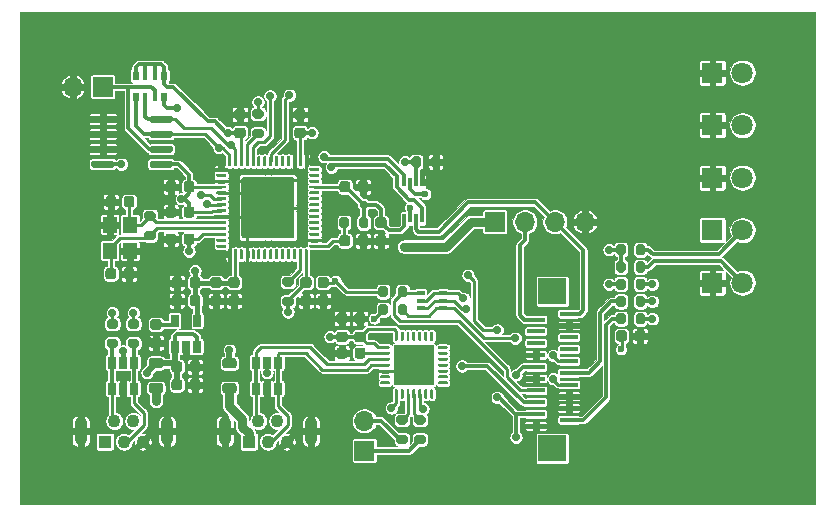
<source format=gbr>
%TF.GenerationSoftware,KiCad,Pcbnew,(5.1.9)-1*%
%TF.CreationDate,2021-07-06T15:29:19+07:00*%
%TF.ProjectId,UP_BOARD,55505f42-4f41-4524-942e-6b696361645f,rev?*%
%TF.SameCoordinates,Original*%
%TF.FileFunction,Copper,L2,Bot*%
%TF.FilePolarity,Positive*%
%FSLAX46Y46*%
G04 Gerber Fmt 4.6, Leading zero omitted, Abs format (unit mm)*
G04 Created by KiCad (PCBNEW (5.1.9)-1) date 2021-07-06 15:29:19*
%MOMM*%
%LPD*%
G01*
G04 APERTURE LIST*
%TA.AperFunction,ComponentPad*%
%ADD10R,1.100000X1.100000*%
%TD*%
%TA.AperFunction,ComponentPad*%
%ADD11C,1.100000*%
%TD*%
%TA.AperFunction,ComponentPad*%
%ADD12O,1.100000X2.400000*%
%TD*%
%TA.AperFunction,SMDPad,CuDef*%
%ADD13R,0.650000X1.060000*%
%TD*%
%TA.AperFunction,ComponentPad*%
%ADD14C,0.500000*%
%TD*%
%TA.AperFunction,SMDPad,CuDef*%
%ADD15R,1.200000X1.400000*%
%TD*%
%TA.AperFunction,SMDPad,CuDef*%
%ADD16R,0.650000X0.400000*%
%TD*%
%TA.AperFunction,SMDPad,CuDef*%
%ADD17R,3.350000X3.350000*%
%TD*%
%TA.AperFunction,ComponentPad*%
%ADD18R,1.800000X1.800000*%
%TD*%
%TA.AperFunction,ComponentPad*%
%ADD19C,1.800000*%
%TD*%
%TA.AperFunction,SMDPad,CuDef*%
%ADD20R,1.500000X0.400000*%
%TD*%
%TA.AperFunction,SMDPad,CuDef*%
%ADD21R,2.400000X2.200000*%
%TD*%
%TA.AperFunction,ComponentPad*%
%ADD22R,1.700000X1.700000*%
%TD*%
%TA.AperFunction,ComponentPad*%
%ADD23O,1.700000X1.700000*%
%TD*%
%TA.AperFunction,SMDPad,CuDef*%
%ADD24R,0.500000X0.800000*%
%TD*%
%TA.AperFunction,SMDPad,CuDef*%
%ADD25R,0.400000X0.800000*%
%TD*%
%TA.AperFunction,SMDPad,CuDef*%
%ADD26R,0.300000X0.800000*%
%TD*%
%TA.AperFunction,ViaPad*%
%ADD27C,0.700000*%
%TD*%
%TA.AperFunction,ViaPad*%
%ADD28C,0.600000*%
%TD*%
%TA.AperFunction,Conductor*%
%ADD29C,0.300000*%
%TD*%
%TA.AperFunction,Conductor*%
%ADD30C,0.250000*%
%TD*%
%TA.AperFunction,Conductor*%
%ADD31C,0.200000*%
%TD*%
%TA.AperFunction,Conductor*%
%ADD32C,0.500000*%
%TD*%
%TA.AperFunction,Conductor*%
%ADD33C,0.400000*%
%TD*%
%TA.AperFunction,Conductor*%
%ADD34C,0.800000*%
%TD*%
%TA.AperFunction,Conductor*%
%ADD35C,0.025400*%
%TD*%
%TA.AperFunction,Conductor*%
%ADD36C,0.100000*%
%TD*%
G04 APERTURE END LIST*
%TO.P,C1,2*%
%TO.N,GND*%
%TA.AperFunction,SMDPad,CuDef*%
G36*
G01*
X75763000Y-111756000D02*
X75763000Y-111256000D01*
G75*
G02*
X75988000Y-111031000I225000J0D01*
G01*
X76438000Y-111031000D01*
G75*
G02*
X76663000Y-111256000I0J-225000D01*
G01*
X76663000Y-111756000D01*
G75*
G02*
X76438000Y-111981000I-225000J0D01*
G01*
X75988000Y-111981000D01*
G75*
G02*
X75763000Y-111756000I0J225000D01*
G01*
G37*
%TD.AperFunction*%
%TO.P,C1,1*%
%TO.N,VBUS_CY*%
%TA.AperFunction,SMDPad,CuDef*%
G36*
G01*
X74213000Y-111756000D02*
X74213000Y-111256000D01*
G75*
G02*
X74438000Y-111031000I225000J0D01*
G01*
X74888000Y-111031000D01*
G75*
G02*
X75113000Y-111256000I0J-225000D01*
G01*
X75113000Y-111756000D01*
G75*
G02*
X74888000Y-111981000I-225000J0D01*
G01*
X74438000Y-111981000D01*
G75*
G02*
X74213000Y-111756000I0J225000D01*
G01*
G37*
%TD.AperFunction*%
%TD*%
%TO.P,C2,2*%
%TO.N,GND*%
%TA.AperFunction,SMDPad,CuDef*%
G36*
G01*
X75763000Y-110232000D02*
X75763000Y-109732000D01*
G75*
G02*
X75988000Y-109507000I225000J0D01*
G01*
X76438000Y-109507000D01*
G75*
G02*
X76663000Y-109732000I0J-225000D01*
G01*
X76663000Y-110232000D01*
G75*
G02*
X76438000Y-110457000I-225000J0D01*
G01*
X75988000Y-110457000D01*
G75*
G02*
X75763000Y-110232000I0J225000D01*
G01*
G37*
%TD.AperFunction*%
%TO.P,C2,1*%
%TO.N,VBUS_CY*%
%TA.AperFunction,SMDPad,CuDef*%
G36*
G01*
X74213000Y-110232000D02*
X74213000Y-109732000D01*
G75*
G02*
X74438000Y-109507000I225000J0D01*
G01*
X74888000Y-109507000D01*
G75*
G02*
X75113000Y-109732000I0J-225000D01*
G01*
X75113000Y-110232000D01*
G75*
G02*
X74888000Y-110457000I-225000J0D01*
G01*
X74438000Y-110457000D01*
G75*
G02*
X74213000Y-110232000I0J225000D01*
G01*
G37*
%TD.AperFunction*%
%TD*%
%TO.P,C3,1*%
%TO.N,+3V3_CY*%
%TA.AperFunction,SMDPad,CuDef*%
G36*
G01*
X79252000Y-102407000D02*
X79752000Y-102407000D01*
G75*
G02*
X79977000Y-102632000I0J-225000D01*
G01*
X79977000Y-103082000D01*
G75*
G02*
X79752000Y-103307000I-225000J0D01*
G01*
X79252000Y-103307000D01*
G75*
G02*
X79027000Y-103082000I0J225000D01*
G01*
X79027000Y-102632000D01*
G75*
G02*
X79252000Y-102407000I225000J0D01*
G01*
G37*
%TD.AperFunction*%
%TO.P,C3,2*%
%TO.N,GND*%
%TA.AperFunction,SMDPad,CuDef*%
G36*
G01*
X79252000Y-103957000D02*
X79752000Y-103957000D01*
G75*
G02*
X79977000Y-104182000I0J-225000D01*
G01*
X79977000Y-104632000D01*
G75*
G02*
X79752000Y-104857000I-225000J0D01*
G01*
X79252000Y-104857000D01*
G75*
G02*
X79027000Y-104632000I0J225000D01*
G01*
X79027000Y-104182000D01*
G75*
G02*
X79252000Y-103957000I225000J0D01*
G01*
G37*
%TD.AperFunction*%
%TD*%
%TO.P,C4,2*%
%TO.N,GND*%
%TA.AperFunction,SMDPad,CuDef*%
G36*
G01*
X80260000Y-89083000D02*
X79760000Y-89083000D01*
G75*
G02*
X79535000Y-88858000I0J225000D01*
G01*
X79535000Y-88408000D01*
G75*
G02*
X79760000Y-88183000I225000J0D01*
G01*
X80260000Y-88183000D01*
G75*
G02*
X80485000Y-88408000I0J-225000D01*
G01*
X80485000Y-88858000D01*
G75*
G02*
X80260000Y-89083000I-225000J0D01*
G01*
G37*
%TD.AperFunction*%
%TO.P,C4,1*%
%TO.N,+3V3_CY*%
%TA.AperFunction,SMDPad,CuDef*%
G36*
G01*
X80260000Y-90633000D02*
X79760000Y-90633000D01*
G75*
G02*
X79535000Y-90408000I0J225000D01*
G01*
X79535000Y-89958000D01*
G75*
G02*
X79760000Y-89733000I225000J0D01*
G01*
X80260000Y-89733000D01*
G75*
G02*
X80485000Y-89958000I0J-225000D01*
G01*
X80485000Y-90408000D01*
G75*
G02*
X80260000Y-90633000I-225000J0D01*
G01*
G37*
%TD.AperFunction*%
%TD*%
%TO.P,C5,2*%
%TO.N,GND*%
%TA.AperFunction,SMDPad,CuDef*%
G36*
G01*
X74605000Y-94492000D02*
X74605000Y-94992000D01*
G75*
G02*
X74380000Y-95217000I-225000J0D01*
G01*
X73930000Y-95217000D01*
G75*
G02*
X73705000Y-94992000I0J225000D01*
G01*
X73705000Y-94492000D01*
G75*
G02*
X73930000Y-94267000I225000J0D01*
G01*
X74380000Y-94267000D01*
G75*
G02*
X74605000Y-94492000I0J-225000D01*
G01*
G37*
%TD.AperFunction*%
%TO.P,C5,1*%
%TO.N,+3V3_CY*%
%TA.AperFunction,SMDPad,CuDef*%
G36*
G01*
X76155000Y-94492000D02*
X76155000Y-94992000D01*
G75*
G02*
X75930000Y-95217000I-225000J0D01*
G01*
X75480000Y-95217000D01*
G75*
G02*
X75255000Y-94992000I0J225000D01*
G01*
X75255000Y-94492000D01*
G75*
G02*
X75480000Y-94267000I225000J0D01*
G01*
X75930000Y-94267000D01*
G75*
G02*
X76155000Y-94492000I0J-225000D01*
G01*
G37*
%TD.AperFunction*%
%TD*%
%TO.P,C6,2*%
%TO.N,GND*%
%TA.AperFunction,SMDPad,CuDef*%
G36*
G01*
X85340000Y-89083000D02*
X84840000Y-89083000D01*
G75*
G02*
X84615000Y-88858000I0J225000D01*
G01*
X84615000Y-88408000D01*
G75*
G02*
X84840000Y-88183000I225000J0D01*
G01*
X85340000Y-88183000D01*
G75*
G02*
X85565000Y-88408000I0J-225000D01*
G01*
X85565000Y-88858000D01*
G75*
G02*
X85340000Y-89083000I-225000J0D01*
G01*
G37*
%TD.AperFunction*%
%TO.P,C6,1*%
%TO.N,+3V3_CY*%
%TA.AperFunction,SMDPad,CuDef*%
G36*
G01*
X85340000Y-90633000D02*
X84840000Y-90633000D01*
G75*
G02*
X84615000Y-90408000I0J225000D01*
G01*
X84615000Y-89958000D01*
G75*
G02*
X84840000Y-89733000I225000J0D01*
G01*
X85340000Y-89733000D01*
G75*
G02*
X85565000Y-89958000I0J-225000D01*
G01*
X85565000Y-90408000D01*
G75*
G02*
X85340000Y-90633000I-225000J0D01*
G01*
G37*
%TD.AperFunction*%
%TD*%
%TO.P,C8,1*%
%TO.N,Net-(C8-Pad1)*%
%TA.AperFunction,SMDPad,CuDef*%
G36*
G01*
X72648000Y-105963000D02*
X73148000Y-105963000D01*
G75*
G02*
X73373000Y-106188000I0J-225000D01*
G01*
X73373000Y-106638000D01*
G75*
G02*
X73148000Y-106863000I-225000J0D01*
G01*
X72648000Y-106863000D01*
G75*
G02*
X72423000Y-106638000I0J225000D01*
G01*
X72423000Y-106188000D01*
G75*
G02*
X72648000Y-105963000I225000J0D01*
G01*
G37*
%TD.AperFunction*%
%TO.P,C8,2*%
%TO.N,GND*%
%TA.AperFunction,SMDPad,CuDef*%
G36*
G01*
X72648000Y-107513000D02*
X73148000Y-107513000D01*
G75*
G02*
X73373000Y-107738000I0J-225000D01*
G01*
X73373000Y-108188000D01*
G75*
G02*
X73148000Y-108413000I-225000J0D01*
G01*
X72648000Y-108413000D01*
G75*
G02*
X72423000Y-108188000I0J225000D01*
G01*
X72423000Y-107738000D01*
G75*
G02*
X72648000Y-107513000I225000J0D01*
G01*
G37*
%TD.AperFunction*%
%TD*%
%TO.P,C7,2*%
%TO.N,GND*%
%TA.AperFunction,SMDPad,CuDef*%
G36*
G01*
X77728000Y-103957000D02*
X78228000Y-103957000D01*
G75*
G02*
X78453000Y-104182000I0J-225000D01*
G01*
X78453000Y-104632000D01*
G75*
G02*
X78228000Y-104857000I-225000J0D01*
G01*
X77728000Y-104857000D01*
G75*
G02*
X77503000Y-104632000I0J225000D01*
G01*
X77503000Y-104182000D01*
G75*
G02*
X77728000Y-103957000I225000J0D01*
G01*
G37*
%TD.AperFunction*%
%TO.P,C7,1*%
%TO.N,+3V3_CY*%
%TA.AperFunction,SMDPad,CuDef*%
G36*
G01*
X77728000Y-102407000D02*
X78228000Y-102407000D01*
G75*
G02*
X78453000Y-102632000I0J-225000D01*
G01*
X78453000Y-103082000D01*
G75*
G02*
X78228000Y-103307000I-225000J0D01*
G01*
X77728000Y-103307000D01*
G75*
G02*
X77503000Y-103082000I0J225000D01*
G01*
X77503000Y-102632000D01*
G75*
G02*
X77728000Y-102407000I225000J0D01*
G01*
G37*
%TD.AperFunction*%
%TD*%
%TO.P,C10,1*%
%TO.N,+3V3_CY*%
%TA.AperFunction,SMDPad,CuDef*%
G36*
G01*
X76663000Y-104144000D02*
X76663000Y-104644000D01*
G75*
G02*
X76438000Y-104869000I-225000J0D01*
G01*
X75988000Y-104869000D01*
G75*
G02*
X75763000Y-104644000I0J225000D01*
G01*
X75763000Y-104144000D01*
G75*
G02*
X75988000Y-103919000I225000J0D01*
G01*
X76438000Y-103919000D01*
G75*
G02*
X76663000Y-104144000I0J-225000D01*
G01*
G37*
%TD.AperFunction*%
%TO.P,C10,2*%
%TO.N,GND*%
%TA.AperFunction,SMDPad,CuDef*%
G36*
G01*
X75113000Y-104144000D02*
X75113000Y-104644000D01*
G75*
G02*
X74888000Y-104869000I-225000J0D01*
G01*
X74438000Y-104869000D01*
G75*
G02*
X74213000Y-104644000I0J225000D01*
G01*
X74213000Y-104144000D01*
G75*
G02*
X74438000Y-103919000I225000J0D01*
G01*
X74888000Y-103919000D01*
G75*
G02*
X75113000Y-104144000I0J-225000D01*
G01*
G37*
%TD.AperFunction*%
%TD*%
%TO.P,C12,1*%
%TO.N,+3V3_CY*%
%TA.AperFunction,SMDPad,CuDef*%
G36*
G01*
X76663000Y-102620000D02*
X76663000Y-103120000D01*
G75*
G02*
X76438000Y-103345000I-225000J0D01*
G01*
X75988000Y-103345000D01*
G75*
G02*
X75763000Y-103120000I0J225000D01*
G01*
X75763000Y-102620000D01*
G75*
G02*
X75988000Y-102395000I225000J0D01*
G01*
X76438000Y-102395000D01*
G75*
G02*
X76663000Y-102620000I0J-225000D01*
G01*
G37*
%TD.AperFunction*%
%TO.P,C12,2*%
%TO.N,GND*%
%TA.AperFunction,SMDPad,CuDef*%
G36*
G01*
X75113000Y-102620000D02*
X75113000Y-103120000D01*
G75*
G02*
X74888000Y-103345000I-225000J0D01*
G01*
X74438000Y-103345000D01*
G75*
G02*
X74213000Y-103120000I0J225000D01*
G01*
X74213000Y-102620000D01*
G75*
G02*
X74438000Y-102395000I225000J0D01*
G01*
X74888000Y-102395000D01*
G75*
G02*
X75113000Y-102620000I0J-225000D01*
G01*
G37*
%TD.AperFunction*%
%TD*%
%TO.P,C11,1*%
%TO.N,+3V3_CY*%
%TA.AperFunction,SMDPad,CuDef*%
G36*
G01*
X76155000Y-98937000D02*
X76155000Y-99437000D01*
G75*
G02*
X75930000Y-99662000I-225000J0D01*
G01*
X75480000Y-99662000D01*
G75*
G02*
X75255000Y-99437000I0J225000D01*
G01*
X75255000Y-98937000D01*
G75*
G02*
X75480000Y-98712000I225000J0D01*
G01*
X75930000Y-98712000D01*
G75*
G02*
X76155000Y-98937000I0J-225000D01*
G01*
G37*
%TD.AperFunction*%
%TO.P,C11,2*%
%TO.N,GND*%
%TA.AperFunction,SMDPad,CuDef*%
G36*
G01*
X74605000Y-98937000D02*
X74605000Y-99437000D01*
G75*
G02*
X74380000Y-99662000I-225000J0D01*
G01*
X73930000Y-99662000D01*
G75*
G02*
X73705000Y-99437000I0J225000D01*
G01*
X73705000Y-98937000D01*
G75*
G02*
X73930000Y-98712000I225000J0D01*
G01*
X74380000Y-98712000D01*
G75*
G02*
X74605000Y-98937000I0J-225000D01*
G01*
G37*
%TD.AperFunction*%
%TD*%
%TO.P,C13,2*%
%TO.N,GND*%
%TA.AperFunction,SMDPad,CuDef*%
G36*
G01*
X85348000Y-103957000D02*
X85848000Y-103957000D01*
G75*
G02*
X86073000Y-104182000I0J-225000D01*
G01*
X86073000Y-104632000D01*
G75*
G02*
X85848000Y-104857000I-225000J0D01*
G01*
X85348000Y-104857000D01*
G75*
G02*
X85123000Y-104632000I0J225000D01*
G01*
X85123000Y-104182000D01*
G75*
G02*
X85348000Y-103957000I225000J0D01*
G01*
G37*
%TD.AperFunction*%
%TO.P,C13,1*%
%TO.N,+3V3_CY*%
%TA.AperFunction,SMDPad,CuDef*%
G36*
G01*
X85348000Y-102407000D02*
X85848000Y-102407000D01*
G75*
G02*
X86073000Y-102632000I0J-225000D01*
G01*
X86073000Y-103082000D01*
G75*
G02*
X85848000Y-103307000I-225000J0D01*
G01*
X85348000Y-103307000D01*
G75*
G02*
X85123000Y-103082000I0J225000D01*
G01*
X85123000Y-102632000D01*
G75*
G02*
X85348000Y-102407000I225000J0D01*
G01*
G37*
%TD.AperFunction*%
%TD*%
%TO.P,C14,1*%
%TO.N,+3V3_CY*%
%TA.AperFunction,SMDPad,CuDef*%
G36*
G01*
X76155000Y-96651000D02*
X76155000Y-97151000D01*
G75*
G02*
X75930000Y-97376000I-225000J0D01*
G01*
X75480000Y-97376000D01*
G75*
G02*
X75255000Y-97151000I0J225000D01*
G01*
X75255000Y-96651000D01*
G75*
G02*
X75480000Y-96426000I225000J0D01*
G01*
X75930000Y-96426000D01*
G75*
G02*
X76155000Y-96651000I0J-225000D01*
G01*
G37*
%TD.AperFunction*%
%TO.P,C14,2*%
%TO.N,GND*%
%TA.AperFunction,SMDPad,CuDef*%
G36*
G01*
X74605000Y-96651000D02*
X74605000Y-97151000D01*
G75*
G02*
X74380000Y-97376000I-225000J0D01*
G01*
X73930000Y-97376000D01*
G75*
G02*
X73705000Y-97151000I0J225000D01*
G01*
X73705000Y-96651000D01*
G75*
G02*
X73930000Y-96426000I225000J0D01*
G01*
X74380000Y-96426000D01*
G75*
G02*
X74605000Y-96651000I0J-225000D01*
G01*
G37*
%TD.AperFunction*%
%TD*%
%TO.P,C15,1*%
%TO.N,+3V3_CY*%
%TA.AperFunction,SMDPad,CuDef*%
G36*
G01*
X88437000Y-94992000D02*
X88437000Y-94492000D01*
G75*
G02*
X88662000Y-94267000I225000J0D01*
G01*
X89112000Y-94267000D01*
G75*
G02*
X89337000Y-94492000I0J-225000D01*
G01*
X89337000Y-94992000D01*
G75*
G02*
X89112000Y-95217000I-225000J0D01*
G01*
X88662000Y-95217000D01*
G75*
G02*
X88437000Y-94992000I0J225000D01*
G01*
G37*
%TD.AperFunction*%
%TO.P,C15,2*%
%TO.N,GND*%
%TA.AperFunction,SMDPad,CuDef*%
G36*
G01*
X89987000Y-94992000D02*
X89987000Y-94492000D01*
G75*
G02*
X90212000Y-94267000I225000J0D01*
G01*
X90662000Y-94267000D01*
G75*
G02*
X90887000Y-94492000I0J-225000D01*
G01*
X90887000Y-94992000D01*
G75*
G02*
X90662000Y-95217000I-225000J0D01*
G01*
X90212000Y-95217000D01*
G75*
G02*
X89987000Y-94992000I0J225000D01*
G01*
G37*
%TD.AperFunction*%
%TD*%
%TO.P,C16,2*%
%TO.N,GND*%
%TA.AperFunction,SMDPad,CuDef*%
G36*
G01*
X70175000Y-102358000D02*
X70175000Y-101858000D01*
G75*
G02*
X70400000Y-101633000I225000J0D01*
G01*
X70850000Y-101633000D01*
G75*
G02*
X71075000Y-101858000I0J-225000D01*
G01*
X71075000Y-102358000D01*
G75*
G02*
X70850000Y-102583000I-225000J0D01*
G01*
X70400000Y-102583000D01*
G75*
G02*
X70175000Y-102358000I0J225000D01*
G01*
G37*
%TD.AperFunction*%
%TO.P,C16,1*%
%TO.N,Net-(C16-Pad1)*%
%TA.AperFunction,SMDPad,CuDef*%
G36*
G01*
X68625000Y-102358000D02*
X68625000Y-101858000D01*
G75*
G02*
X68850000Y-101633000I225000J0D01*
G01*
X69300000Y-101633000D01*
G75*
G02*
X69525000Y-101858000I0J-225000D01*
G01*
X69525000Y-102358000D01*
G75*
G02*
X69300000Y-102583000I-225000J0D01*
G01*
X68850000Y-102583000D01*
G75*
G02*
X68625000Y-102358000I0J225000D01*
G01*
G37*
%TD.AperFunction*%
%TD*%
%TO.P,C17,2*%
%TO.N,GND*%
%TA.AperFunction,SMDPad,CuDef*%
G36*
G01*
X69525000Y-95762000D02*
X69525000Y-96262000D01*
G75*
G02*
X69300000Y-96487000I-225000J0D01*
G01*
X68850000Y-96487000D01*
G75*
G02*
X68625000Y-96262000I0J225000D01*
G01*
X68625000Y-95762000D01*
G75*
G02*
X68850000Y-95537000I225000J0D01*
G01*
X69300000Y-95537000D01*
G75*
G02*
X69525000Y-95762000I0J-225000D01*
G01*
G37*
%TD.AperFunction*%
%TO.P,C17,1*%
%TO.N,Net-(C17-Pad1)*%
%TA.AperFunction,SMDPad,CuDef*%
G36*
G01*
X71075000Y-95762000D02*
X71075000Y-96262000D01*
G75*
G02*
X70850000Y-96487000I-225000J0D01*
G01*
X70400000Y-96487000D01*
G75*
G02*
X70175000Y-96262000I0J225000D01*
G01*
X70175000Y-95762000D01*
G75*
G02*
X70400000Y-95537000I225000J0D01*
G01*
X70850000Y-95537000D01*
G75*
G02*
X71075000Y-95762000I0J-225000D01*
G01*
G37*
%TD.AperFunction*%
%TD*%
%TO.P,C18,1*%
%TO.N,Net-(C18-Pad1)*%
%TA.AperFunction,SMDPad,CuDef*%
G36*
G01*
X88437000Y-99564000D02*
X88437000Y-99064000D01*
G75*
G02*
X88662000Y-98839000I225000J0D01*
G01*
X89112000Y-98839000D01*
G75*
G02*
X89337000Y-99064000I0J-225000D01*
G01*
X89337000Y-99564000D01*
G75*
G02*
X89112000Y-99789000I-225000J0D01*
G01*
X88662000Y-99789000D01*
G75*
G02*
X88437000Y-99564000I0J225000D01*
G01*
G37*
%TD.AperFunction*%
%TO.P,C18,2*%
%TO.N,GND*%
%TA.AperFunction,SMDPad,CuDef*%
G36*
G01*
X89987000Y-99564000D02*
X89987000Y-99064000D01*
G75*
G02*
X90212000Y-98839000I225000J0D01*
G01*
X90662000Y-98839000D01*
G75*
G02*
X90887000Y-99064000I0J-225000D01*
G01*
X90887000Y-99564000D01*
G75*
G02*
X90662000Y-99789000I-225000J0D01*
G01*
X90212000Y-99789000D01*
G75*
G02*
X89987000Y-99564000I0J225000D01*
G01*
G37*
%TD.AperFunction*%
%TD*%
D10*
%TO.P,J3,1*%
%TO.N,Net-(J3-Pad1)*%
X68580000Y-116332000D03*
D11*
%TO.P,J3,2*%
%TO.N,Net-(J3-Pad2)*%
X69380000Y-114582000D03*
%TO.P,J3,3*%
%TO.N,Net-(J3-Pad3)*%
X70180000Y-116332000D03*
%TO.P,J3,4*%
%TO.N,Net-(J3-Pad4)*%
X70980000Y-114582000D03*
%TO.P,J3,5*%
%TO.N,GND*%
X71780000Y-116332000D03*
D12*
%TO.P,J3,6*%
X66530000Y-115457000D03*
X73830000Y-115457000D03*
%TD*%
%TO.P,L1,1*%
%TO.N,Net-(J3-Pad1)*%
%TA.AperFunction,SMDPad,CuDef*%
G36*
G01*
X73279250Y-112244000D02*
X72516750Y-112244000D01*
G75*
G02*
X72298000Y-112025250I0J218750D01*
G01*
X72298000Y-111587750D01*
G75*
G02*
X72516750Y-111369000I218750J0D01*
G01*
X73279250Y-111369000D01*
G75*
G02*
X73498000Y-111587750I0J-218750D01*
G01*
X73498000Y-112025250D01*
G75*
G02*
X73279250Y-112244000I-218750J0D01*
G01*
G37*
%TD.AperFunction*%
%TO.P,L1,2*%
%TO.N,VBUS_CY*%
%TA.AperFunction,SMDPad,CuDef*%
G36*
G01*
X73279250Y-110119000D02*
X72516750Y-110119000D01*
G75*
G02*
X72298000Y-109900250I0J218750D01*
G01*
X72298000Y-109462750D01*
G75*
G02*
X72516750Y-109244000I218750J0D01*
G01*
X73279250Y-109244000D01*
G75*
G02*
X73498000Y-109462750I0J-218750D01*
G01*
X73498000Y-109900250D01*
G75*
G02*
X73279250Y-110119000I-218750J0D01*
G01*
G37*
%TD.AperFunction*%
%TD*%
%TO.P,R2,1*%
%TO.N,+8V*%
%TA.AperFunction,SMDPad,CuDef*%
G36*
G01*
X111868500Y-106193000D02*
X111868500Y-105643000D01*
G75*
G02*
X112068500Y-105443000I200000J0D01*
G01*
X112468500Y-105443000D01*
G75*
G02*
X112668500Y-105643000I0J-200000D01*
G01*
X112668500Y-106193000D01*
G75*
G02*
X112468500Y-106393000I-200000J0D01*
G01*
X112068500Y-106393000D01*
G75*
G02*
X111868500Y-106193000I0J200000D01*
G01*
G37*
%TD.AperFunction*%
%TO.P,R2,2*%
%TO.N,Net-(D1-Pad2)*%
%TA.AperFunction,SMDPad,CuDef*%
G36*
G01*
X113518500Y-106193000D02*
X113518500Y-105643000D01*
G75*
G02*
X113718500Y-105443000I200000J0D01*
G01*
X114118500Y-105443000D01*
G75*
G02*
X114318500Y-105643000I0J-200000D01*
G01*
X114318500Y-106193000D01*
G75*
G02*
X114118500Y-106393000I-200000J0D01*
G01*
X113718500Y-106393000D01*
G75*
G02*
X113518500Y-106193000I0J200000D01*
G01*
G37*
%TD.AperFunction*%
%TD*%
%TO.P,R8,2*%
%TO.N,Net-(J3-Pad3)*%
%TA.AperFunction,SMDPad,CuDef*%
G36*
G01*
X70718000Y-107613000D02*
X71268000Y-107613000D01*
G75*
G02*
X71468000Y-107813000I0J-200000D01*
G01*
X71468000Y-108213000D01*
G75*
G02*
X71268000Y-108413000I-200000J0D01*
G01*
X70718000Y-108413000D01*
G75*
G02*
X70518000Y-108213000I0J200000D01*
G01*
X70518000Y-107813000D01*
G75*
G02*
X70718000Y-107613000I200000J0D01*
G01*
G37*
%TD.AperFunction*%
%TO.P,R8,1*%
%TO.N,Net-(R8-Pad1)*%
%TA.AperFunction,SMDPad,CuDef*%
G36*
G01*
X70718000Y-105963000D02*
X71268000Y-105963000D01*
G75*
G02*
X71468000Y-106163000I0J-200000D01*
G01*
X71468000Y-106563000D01*
G75*
G02*
X71268000Y-106763000I-200000J0D01*
G01*
X70718000Y-106763000D01*
G75*
G02*
X70518000Y-106563000I0J200000D01*
G01*
X70518000Y-106163000D01*
G75*
G02*
X70718000Y-105963000I200000J0D01*
G01*
G37*
%TD.AperFunction*%
%TD*%
%TO.P,R9,1*%
%TO.N,Net-(R9-Pad1)*%
%TA.AperFunction,SMDPad,CuDef*%
G36*
G01*
X68940000Y-105963000D02*
X69490000Y-105963000D01*
G75*
G02*
X69690000Y-106163000I0J-200000D01*
G01*
X69690000Y-106563000D01*
G75*
G02*
X69490000Y-106763000I-200000J0D01*
G01*
X68940000Y-106763000D01*
G75*
G02*
X68740000Y-106563000I0J200000D01*
G01*
X68740000Y-106163000D01*
G75*
G02*
X68940000Y-105963000I200000J0D01*
G01*
G37*
%TD.AperFunction*%
%TO.P,R9,2*%
%TO.N,Net-(J3-Pad2)*%
%TA.AperFunction,SMDPad,CuDef*%
G36*
G01*
X68940000Y-107613000D02*
X69490000Y-107613000D01*
G75*
G02*
X69690000Y-107813000I0J-200000D01*
G01*
X69690000Y-108213000D01*
G75*
G02*
X69490000Y-108413000I-200000J0D01*
G01*
X68940000Y-108413000D01*
G75*
G02*
X68740000Y-108213000I0J200000D01*
G01*
X68740000Y-107813000D01*
G75*
G02*
X68940000Y-107613000I200000J0D01*
G01*
G37*
%TD.AperFunction*%
%TD*%
%TO.P,R11,1*%
%TO.N,+3V3_CY*%
%TA.AperFunction,SMDPad,CuDef*%
G36*
G01*
X90887000Y-97515000D02*
X90887000Y-98065000D01*
G75*
G02*
X90687000Y-98265000I-200000J0D01*
G01*
X90287000Y-98265000D01*
G75*
G02*
X90087000Y-98065000I0J200000D01*
G01*
X90087000Y-97515000D01*
G75*
G02*
X90287000Y-97315000I200000J0D01*
G01*
X90687000Y-97315000D01*
G75*
G02*
X90887000Y-97515000I0J-200000D01*
G01*
G37*
%TD.AperFunction*%
%TO.P,R11,2*%
%TO.N,Net-(C18-Pad1)*%
%TA.AperFunction,SMDPad,CuDef*%
G36*
G01*
X89237000Y-97515000D02*
X89237000Y-98065000D01*
G75*
G02*
X89037000Y-98265000I-200000J0D01*
G01*
X88637000Y-98265000D01*
G75*
G02*
X88437000Y-98065000I0J200000D01*
G01*
X88437000Y-97515000D01*
G75*
G02*
X88637000Y-97315000I200000J0D01*
G01*
X89037000Y-97315000D01*
G75*
G02*
X89237000Y-97515000I0J-200000D01*
G01*
G37*
%TD.AperFunction*%
%TD*%
%TO.P,R12,1*%
%TO.N,Net-(C16-Pad1)*%
%TA.AperFunction,SMDPad,CuDef*%
G36*
G01*
X72665000Y-99269000D02*
X72115000Y-99269000D01*
G75*
G02*
X71915000Y-99069000I0J200000D01*
G01*
X71915000Y-98669000D01*
G75*
G02*
X72115000Y-98469000I200000J0D01*
G01*
X72665000Y-98469000D01*
G75*
G02*
X72865000Y-98669000I0J-200000D01*
G01*
X72865000Y-99069000D01*
G75*
G02*
X72665000Y-99269000I-200000J0D01*
G01*
G37*
%TD.AperFunction*%
%TO.P,R12,2*%
%TO.N,Net-(C17-Pad1)*%
%TA.AperFunction,SMDPad,CuDef*%
G36*
G01*
X72665000Y-97619000D02*
X72115000Y-97619000D01*
G75*
G02*
X71915000Y-97419000I0J200000D01*
G01*
X71915000Y-97019000D01*
G75*
G02*
X72115000Y-96819000I200000J0D01*
G01*
X72665000Y-96819000D01*
G75*
G02*
X72865000Y-97019000I0J-200000D01*
G01*
X72865000Y-97419000D01*
G75*
G02*
X72665000Y-97619000I-200000J0D01*
G01*
G37*
%TD.AperFunction*%
%TD*%
%TO.P,R13,2*%
%TO.N,Net-(R13-Pad2)*%
%TA.AperFunction,SMDPad,CuDef*%
G36*
G01*
X84349000Y-103207000D02*
X83799000Y-103207000D01*
G75*
G02*
X83599000Y-103007000I0J200000D01*
G01*
X83599000Y-102607000D01*
G75*
G02*
X83799000Y-102407000I200000J0D01*
G01*
X84349000Y-102407000D01*
G75*
G02*
X84549000Y-102607000I0J-200000D01*
G01*
X84549000Y-103007000D01*
G75*
G02*
X84349000Y-103207000I-200000J0D01*
G01*
G37*
%TD.AperFunction*%
%TO.P,R13,1*%
%TO.N,+3V3_CY*%
%TA.AperFunction,SMDPad,CuDef*%
G36*
G01*
X84349000Y-104857000D02*
X83799000Y-104857000D01*
G75*
G02*
X83599000Y-104657000I0J200000D01*
G01*
X83599000Y-104257000D01*
G75*
G02*
X83799000Y-104057000I200000J0D01*
G01*
X84349000Y-104057000D01*
G75*
G02*
X84549000Y-104257000I0J-200000D01*
G01*
X84549000Y-104657000D01*
G75*
G02*
X84349000Y-104857000I-200000J0D01*
G01*
G37*
%TD.AperFunction*%
%TD*%
%TO.P,R14,1*%
%TO.N,GND*%
%TA.AperFunction,SMDPad,CuDef*%
G36*
G01*
X96983000Y-92371500D02*
X96983000Y-92921500D01*
G75*
G02*
X96783000Y-93121500I-200000J0D01*
G01*
X96383000Y-93121500D01*
G75*
G02*
X96183000Y-92921500I0J200000D01*
G01*
X96183000Y-92371500D01*
G75*
G02*
X96383000Y-92171500I200000J0D01*
G01*
X96783000Y-92171500D01*
G75*
G02*
X96983000Y-92371500I0J-200000D01*
G01*
G37*
%TD.AperFunction*%
%TO.P,R14,2*%
%TO.N,/USBi/USB_PWR_ON*%
%TA.AperFunction,SMDPad,CuDef*%
G36*
G01*
X95333000Y-92371500D02*
X95333000Y-92921500D01*
G75*
G02*
X95133000Y-93121500I-200000J0D01*
G01*
X94733000Y-93121500D01*
G75*
G02*
X94533000Y-92921500I0J200000D01*
G01*
X94533000Y-92371500D01*
G75*
G02*
X94733000Y-92171500I200000J0D01*
G01*
X95133000Y-92171500D01*
G75*
G02*
X95333000Y-92371500I0J-200000D01*
G01*
G37*
%TD.AperFunction*%
%TD*%
D13*
%TO.P,U1,1*%
%TO.N,VBUS_CY*%
X76388000Y-108288000D03*
%TO.P,U1,2*%
%TO.N,GND*%
X75438000Y-108288000D03*
%TO.P,U1,3*%
%TO.N,VBUS_CY*%
X74488000Y-108288000D03*
%TO.P,U1,4*%
%TO.N,Net-(C8-Pad1)*%
X74488000Y-106088000D03*
%TO.P,U1,5*%
%TO.N,+3V3_CY*%
X76388000Y-106088000D03*
%TD*%
%TO.P,U2,1*%
%TO.N,Net-(J3-Pad3)*%
X71054000Y-111844000D03*
%TO.P,U2,2*%
%TO.N,GND*%
X70104000Y-111844000D03*
%TO.P,U2,3*%
%TO.N,Net-(J3-Pad2)*%
X69154000Y-111844000D03*
%TO.P,U2,4*%
X69154000Y-109644000D03*
%TO.P,U2,6*%
%TO.N,Net-(J3-Pad3)*%
X71054000Y-109644000D03*
%TO.P,U2,5*%
%TO.N,VBUS_CY*%
X70104000Y-109644000D03*
%TD*%
%TO.P,U3,1*%
%TO.N,/USBi/A0*%
%TA.AperFunction,SMDPad,CuDef*%
G36*
G01*
X67416000Y-92987000D02*
X67416000Y-92687000D01*
G75*
G02*
X67566000Y-92537000I150000J0D01*
G01*
X69216000Y-92537000D01*
G75*
G02*
X69366000Y-92687000I0J-150000D01*
G01*
X69366000Y-92987000D01*
G75*
G02*
X69216000Y-93137000I-150000J0D01*
G01*
X67566000Y-93137000D01*
G75*
G02*
X67416000Y-92987000I0J150000D01*
G01*
G37*
%TD.AperFunction*%
%TO.P,U3,2*%
%TO.N,GND*%
%TA.AperFunction,SMDPad,CuDef*%
G36*
G01*
X67416000Y-91717000D02*
X67416000Y-91417000D01*
G75*
G02*
X67566000Y-91267000I150000J0D01*
G01*
X69216000Y-91267000D01*
G75*
G02*
X69366000Y-91417000I0J-150000D01*
G01*
X69366000Y-91717000D01*
G75*
G02*
X69216000Y-91867000I-150000J0D01*
G01*
X67566000Y-91867000D01*
G75*
G02*
X67416000Y-91717000I0J150000D01*
G01*
G37*
%TD.AperFunction*%
%TO.P,U3,3*%
%TA.AperFunction,SMDPad,CuDef*%
G36*
G01*
X67416000Y-90447000D02*
X67416000Y-90147000D01*
G75*
G02*
X67566000Y-89997000I150000J0D01*
G01*
X69216000Y-89997000D01*
G75*
G02*
X69366000Y-90147000I0J-150000D01*
G01*
X69366000Y-90447000D01*
G75*
G02*
X69216000Y-90597000I-150000J0D01*
G01*
X67566000Y-90597000D01*
G75*
G02*
X67416000Y-90447000I0J150000D01*
G01*
G37*
%TD.AperFunction*%
%TO.P,U3,4*%
%TA.AperFunction,SMDPad,CuDef*%
G36*
G01*
X67416000Y-89177000D02*
X67416000Y-88877000D01*
G75*
G02*
X67566000Y-88727000I150000J0D01*
G01*
X69216000Y-88727000D01*
G75*
G02*
X69366000Y-88877000I0J-150000D01*
G01*
X69366000Y-89177000D01*
G75*
G02*
X69216000Y-89327000I-150000J0D01*
G01*
X67566000Y-89327000D01*
G75*
G02*
X67416000Y-89177000I0J150000D01*
G01*
G37*
%TD.AperFunction*%
%TO.P,U3,5*%
%TO.N,/USBi/C_SDA*%
%TA.AperFunction,SMDPad,CuDef*%
G36*
G01*
X72366000Y-89177000D02*
X72366000Y-88877000D01*
G75*
G02*
X72516000Y-88727000I150000J0D01*
G01*
X74166000Y-88727000D01*
G75*
G02*
X74316000Y-88877000I0J-150000D01*
G01*
X74316000Y-89177000D01*
G75*
G02*
X74166000Y-89327000I-150000J0D01*
G01*
X72516000Y-89327000D01*
G75*
G02*
X72366000Y-89177000I0J150000D01*
G01*
G37*
%TD.AperFunction*%
%TO.P,U3,6*%
%TO.N,/USBi/C_SCL*%
%TA.AperFunction,SMDPad,CuDef*%
G36*
G01*
X72366000Y-90447000D02*
X72366000Y-90147000D01*
G75*
G02*
X72516000Y-89997000I150000J0D01*
G01*
X74166000Y-89997000D01*
G75*
G02*
X74316000Y-90147000I0J-150000D01*
G01*
X74316000Y-90447000D01*
G75*
G02*
X74166000Y-90597000I-150000J0D01*
G01*
X72516000Y-90597000D01*
G75*
G02*
X72366000Y-90447000I0J150000D01*
G01*
G37*
%TD.AperFunction*%
%TO.P,U3,7*%
%TO.N,Net-(J1-Pad1)*%
%TA.AperFunction,SMDPad,CuDef*%
G36*
G01*
X72366000Y-91717000D02*
X72366000Y-91417000D01*
G75*
G02*
X72516000Y-91267000I150000J0D01*
G01*
X74166000Y-91267000D01*
G75*
G02*
X74316000Y-91417000I0J-150000D01*
G01*
X74316000Y-91717000D01*
G75*
G02*
X74166000Y-91867000I-150000J0D01*
G01*
X72516000Y-91867000D01*
G75*
G02*
X72366000Y-91717000I0J150000D01*
G01*
G37*
%TD.AperFunction*%
%TO.P,U3,8*%
%TO.N,+3V3_CY*%
%TA.AperFunction,SMDPad,CuDef*%
G36*
G01*
X72366000Y-92987000D02*
X72366000Y-92687000D01*
G75*
G02*
X72516000Y-92537000I150000J0D01*
G01*
X74166000Y-92537000D01*
G75*
G02*
X74316000Y-92687000I0J-150000D01*
G01*
X74316000Y-92987000D01*
G75*
G02*
X74166000Y-93137000I-150000J0D01*
G01*
X72516000Y-93137000D01*
G75*
G02*
X72366000Y-92987000I0J150000D01*
G01*
G37*
%TD.AperFunction*%
%TD*%
%TO.P,U4,57*%
%TO.N,GND*%
%TA.AperFunction,SMDPad,CuDef*%
G36*
G01*
X80122200Y-98868001D02*
X80122200Y-94171999D01*
G75*
G02*
X80374199Y-93920000I251999J0D01*
G01*
X84370201Y-93920000D01*
G75*
G02*
X84622200Y-94171999I0J-251999D01*
G01*
X84622200Y-98868001D01*
G75*
G02*
X84370201Y-99120000I-251999J0D01*
G01*
X80374199Y-99120000D01*
G75*
G02*
X80122200Y-98868001I0J251999D01*
G01*
G37*
%TD.AperFunction*%
D14*
X80372200Y-98870000D03*
X81372200Y-98870000D03*
X82372200Y-98870000D03*
X83372200Y-98870000D03*
X84372200Y-98870000D03*
X80372200Y-97695000D03*
X81372200Y-97695000D03*
X82372200Y-97695000D03*
X83372200Y-97695000D03*
X84372200Y-97695000D03*
X80372200Y-96520000D03*
X81372200Y-96520000D03*
X82372200Y-96520000D03*
X83372200Y-96520000D03*
X84372200Y-96520000D03*
X80372200Y-95345000D03*
X81372200Y-95345000D03*
X82372200Y-95345000D03*
X83372200Y-95345000D03*
X84372200Y-95345000D03*
X80372200Y-94170000D03*
X81372200Y-94170000D03*
X82372200Y-94170000D03*
X83372200Y-94170000D03*
X84372200Y-94170000D03*
%TO.P,U4,1*%
%TO.N,Net-(U4-Pad1)*%
%TA.AperFunction,SMDPad,CuDef*%
G36*
G01*
X77997200Y-99832500D02*
X77997200Y-99707500D01*
G75*
G02*
X78059700Y-99645000I62500J0D01*
G01*
X78809700Y-99645000D01*
G75*
G02*
X78872200Y-99707500I0J-62500D01*
G01*
X78872200Y-99832500D01*
G75*
G02*
X78809700Y-99895000I-62500J0D01*
G01*
X78059700Y-99895000D01*
G75*
G02*
X77997200Y-99832500I0J62500D01*
G01*
G37*
%TD.AperFunction*%
%TO.P,U4,2*%
%TO.N,Net-(U4-Pad2)*%
%TA.AperFunction,SMDPad,CuDef*%
G36*
G01*
X77997200Y-99332500D02*
X77997200Y-99207500D01*
G75*
G02*
X78059700Y-99145000I62500J0D01*
G01*
X78809700Y-99145000D01*
G75*
G02*
X78872200Y-99207500I0J-62500D01*
G01*
X78872200Y-99332500D01*
G75*
G02*
X78809700Y-99395000I-62500J0D01*
G01*
X78059700Y-99395000D01*
G75*
G02*
X77997200Y-99332500I0J62500D01*
G01*
G37*
%TD.AperFunction*%
%TO.P,U4,3*%
%TO.N,+3V3_CY*%
%TA.AperFunction,SMDPad,CuDef*%
G36*
G01*
X77997200Y-98832500D02*
X77997200Y-98707500D01*
G75*
G02*
X78059700Y-98645000I62500J0D01*
G01*
X78809700Y-98645000D01*
G75*
G02*
X78872200Y-98707500I0J-62500D01*
G01*
X78872200Y-98832500D01*
G75*
G02*
X78809700Y-98895000I-62500J0D01*
G01*
X78059700Y-98895000D01*
G75*
G02*
X77997200Y-98832500I0J62500D01*
G01*
G37*
%TD.AperFunction*%
%TO.P,U4,4*%
%TO.N,Net-(C16-Pad1)*%
%TA.AperFunction,SMDPad,CuDef*%
G36*
G01*
X77997200Y-98332500D02*
X77997200Y-98207500D01*
G75*
G02*
X78059700Y-98145000I62500J0D01*
G01*
X78809700Y-98145000D01*
G75*
G02*
X78872200Y-98207500I0J-62500D01*
G01*
X78872200Y-98332500D01*
G75*
G02*
X78809700Y-98395000I-62500J0D01*
G01*
X78059700Y-98395000D01*
G75*
G02*
X77997200Y-98332500I0J62500D01*
G01*
G37*
%TD.AperFunction*%
%TO.P,U4,5*%
%TO.N,Net-(C17-Pad1)*%
%TA.AperFunction,SMDPad,CuDef*%
G36*
G01*
X77997200Y-97832500D02*
X77997200Y-97707500D01*
G75*
G02*
X78059700Y-97645000I62500J0D01*
G01*
X78809700Y-97645000D01*
G75*
G02*
X78872200Y-97707500I0J-62500D01*
G01*
X78872200Y-97832500D01*
G75*
G02*
X78809700Y-97895000I-62500J0D01*
G01*
X78059700Y-97895000D01*
G75*
G02*
X77997200Y-97832500I0J62500D01*
G01*
G37*
%TD.AperFunction*%
%TO.P,U4,6*%
%TO.N,GND*%
%TA.AperFunction,SMDPad,CuDef*%
G36*
G01*
X77997200Y-97332500D02*
X77997200Y-97207500D01*
G75*
G02*
X78059700Y-97145000I62500J0D01*
G01*
X78809700Y-97145000D01*
G75*
G02*
X78872200Y-97207500I0J-62500D01*
G01*
X78872200Y-97332500D01*
G75*
G02*
X78809700Y-97395000I-62500J0D01*
G01*
X78059700Y-97395000D01*
G75*
G02*
X77997200Y-97332500I0J62500D01*
G01*
G37*
%TD.AperFunction*%
%TO.P,U4,7*%
%TO.N,+3V3_CY*%
%TA.AperFunction,SMDPad,CuDef*%
G36*
G01*
X77997200Y-96832500D02*
X77997200Y-96707500D01*
G75*
G02*
X78059700Y-96645000I62500J0D01*
G01*
X78809700Y-96645000D01*
G75*
G02*
X78872200Y-96707500I0J-62500D01*
G01*
X78872200Y-96832500D01*
G75*
G02*
X78809700Y-96895000I-62500J0D01*
G01*
X78059700Y-96895000D01*
G75*
G02*
X77997200Y-96832500I0J62500D01*
G01*
G37*
%TD.AperFunction*%
%TO.P,U4,8*%
%TO.N,Net-(R8-Pad1)*%
%TA.AperFunction,SMDPad,CuDef*%
G36*
G01*
X77997200Y-96332500D02*
X77997200Y-96207500D01*
G75*
G02*
X78059700Y-96145000I62500J0D01*
G01*
X78809700Y-96145000D01*
G75*
G02*
X78872200Y-96207500I0J-62500D01*
G01*
X78872200Y-96332500D01*
G75*
G02*
X78809700Y-96395000I-62500J0D01*
G01*
X78059700Y-96395000D01*
G75*
G02*
X77997200Y-96332500I0J62500D01*
G01*
G37*
%TD.AperFunction*%
%TO.P,U4,9*%
%TO.N,Net-(R9-Pad1)*%
%TA.AperFunction,SMDPad,CuDef*%
G36*
G01*
X77997200Y-95832500D02*
X77997200Y-95707500D01*
G75*
G02*
X78059700Y-95645000I62500J0D01*
G01*
X78809700Y-95645000D01*
G75*
G02*
X78872200Y-95707500I0J-62500D01*
G01*
X78872200Y-95832500D01*
G75*
G02*
X78809700Y-95895000I-62500J0D01*
G01*
X78059700Y-95895000D01*
G75*
G02*
X77997200Y-95832500I0J62500D01*
G01*
G37*
%TD.AperFunction*%
%TO.P,U4,10*%
%TO.N,GND*%
%TA.AperFunction,SMDPad,CuDef*%
G36*
G01*
X77997200Y-95332500D02*
X77997200Y-95207500D01*
G75*
G02*
X78059700Y-95145000I62500J0D01*
G01*
X78809700Y-95145000D01*
G75*
G02*
X78872200Y-95207500I0J-62500D01*
G01*
X78872200Y-95332500D01*
G75*
G02*
X78809700Y-95395000I-62500J0D01*
G01*
X78059700Y-95395000D01*
G75*
G02*
X77997200Y-95332500I0J62500D01*
G01*
G37*
%TD.AperFunction*%
%TO.P,U4,11*%
%TO.N,+3V3_CY*%
%TA.AperFunction,SMDPad,CuDef*%
G36*
G01*
X77997200Y-94832500D02*
X77997200Y-94707500D01*
G75*
G02*
X78059700Y-94645000I62500J0D01*
G01*
X78809700Y-94645000D01*
G75*
G02*
X78872200Y-94707500I0J-62500D01*
G01*
X78872200Y-94832500D01*
G75*
G02*
X78809700Y-94895000I-62500J0D01*
G01*
X78059700Y-94895000D01*
G75*
G02*
X77997200Y-94832500I0J62500D01*
G01*
G37*
%TD.AperFunction*%
%TO.P,U4,12*%
%TO.N,GND*%
%TA.AperFunction,SMDPad,CuDef*%
G36*
G01*
X77997200Y-94332500D02*
X77997200Y-94207500D01*
G75*
G02*
X78059700Y-94145000I62500J0D01*
G01*
X78809700Y-94145000D01*
G75*
G02*
X78872200Y-94207500I0J-62500D01*
G01*
X78872200Y-94332500D01*
G75*
G02*
X78809700Y-94395000I-62500J0D01*
G01*
X78059700Y-94395000D01*
G75*
G02*
X77997200Y-94332500I0J62500D01*
G01*
G37*
%TD.AperFunction*%
%TO.P,U4,13*%
%TO.N,Net-(U4-Pad13)*%
%TA.AperFunction,SMDPad,CuDef*%
G36*
G01*
X77997200Y-93832500D02*
X77997200Y-93707500D01*
G75*
G02*
X78059700Y-93645000I62500J0D01*
G01*
X78809700Y-93645000D01*
G75*
G02*
X78872200Y-93707500I0J-62500D01*
G01*
X78872200Y-93832500D01*
G75*
G02*
X78809700Y-93895000I-62500J0D01*
G01*
X78059700Y-93895000D01*
G75*
G02*
X77997200Y-93832500I0J62500D01*
G01*
G37*
%TD.AperFunction*%
%TO.P,U4,14*%
%TO.N,GND*%
%TA.AperFunction,SMDPad,CuDef*%
G36*
G01*
X77997200Y-93332500D02*
X77997200Y-93207500D01*
G75*
G02*
X78059700Y-93145000I62500J0D01*
G01*
X78809700Y-93145000D01*
G75*
G02*
X78872200Y-93207500I0J-62500D01*
G01*
X78872200Y-93332500D01*
G75*
G02*
X78809700Y-93395000I-62500J0D01*
G01*
X78059700Y-93395000D01*
G75*
G02*
X77997200Y-93332500I0J62500D01*
G01*
G37*
%TD.AperFunction*%
%TO.P,U4,15*%
%TO.N,/USBi/C_SCL*%
%TA.AperFunction,SMDPad,CuDef*%
G36*
G01*
X78997200Y-92957500D02*
X78997200Y-92207500D01*
G75*
G02*
X79059700Y-92145000I62500J0D01*
G01*
X79184700Y-92145000D01*
G75*
G02*
X79247200Y-92207500I0J-62500D01*
G01*
X79247200Y-92957500D01*
G75*
G02*
X79184700Y-93020000I-62500J0D01*
G01*
X79059700Y-93020000D01*
G75*
G02*
X78997200Y-92957500I0J62500D01*
G01*
G37*
%TD.AperFunction*%
%TO.P,U4,16*%
%TO.N,/USBi/C_SDA*%
%TA.AperFunction,SMDPad,CuDef*%
G36*
G01*
X79497200Y-92957500D02*
X79497200Y-92207500D01*
G75*
G02*
X79559700Y-92145000I62500J0D01*
G01*
X79684700Y-92145000D01*
G75*
G02*
X79747200Y-92207500I0J-62500D01*
G01*
X79747200Y-92957500D01*
G75*
G02*
X79684700Y-93020000I-62500J0D01*
G01*
X79559700Y-93020000D01*
G75*
G02*
X79497200Y-92957500I0J62500D01*
G01*
G37*
%TD.AperFunction*%
%TO.P,U4,17*%
%TO.N,+3V3_CY*%
%TA.AperFunction,SMDPad,CuDef*%
G36*
G01*
X79997200Y-92957500D02*
X79997200Y-92207500D01*
G75*
G02*
X80059700Y-92145000I62500J0D01*
G01*
X80184700Y-92145000D01*
G75*
G02*
X80247200Y-92207500I0J-62500D01*
G01*
X80247200Y-92957500D01*
G75*
G02*
X80184700Y-93020000I-62500J0D01*
G01*
X80059700Y-93020000D01*
G75*
G02*
X79997200Y-92957500I0J62500D01*
G01*
G37*
%TD.AperFunction*%
%TO.P,U4,18*%
%TO.N,CY_RESET_OUT*%
%TA.AperFunction,SMDPad,CuDef*%
G36*
G01*
X80497200Y-92957500D02*
X80497200Y-92207500D01*
G75*
G02*
X80559700Y-92145000I62500J0D01*
G01*
X80684700Y-92145000D01*
G75*
G02*
X80747200Y-92207500I0J-62500D01*
G01*
X80747200Y-92957500D01*
G75*
G02*
X80684700Y-93020000I-62500J0D01*
G01*
X80559700Y-93020000D01*
G75*
G02*
X80497200Y-92957500I0J62500D01*
G01*
G37*
%TD.AperFunction*%
%TO.P,U4,19*%
%TO.N,/USBi/LED_I2C*%
%TA.AperFunction,SMDPad,CuDef*%
G36*
G01*
X80997200Y-92957500D02*
X80997200Y-92207500D01*
G75*
G02*
X81059700Y-92145000I62500J0D01*
G01*
X81184700Y-92145000D01*
G75*
G02*
X81247200Y-92207500I0J-62500D01*
G01*
X81247200Y-92957500D01*
G75*
G02*
X81184700Y-93020000I-62500J0D01*
G01*
X81059700Y-93020000D01*
G75*
G02*
X80997200Y-92957500I0J62500D01*
G01*
G37*
%TD.AperFunction*%
%TO.P,U4,20*%
%TO.N,/USBi/LED_GPIO*%
%TA.AperFunction,SMDPad,CuDef*%
G36*
G01*
X81497200Y-92957500D02*
X81497200Y-92207500D01*
G75*
G02*
X81559700Y-92145000I62500J0D01*
G01*
X81684700Y-92145000D01*
G75*
G02*
X81747200Y-92207500I0J-62500D01*
G01*
X81747200Y-92957500D01*
G75*
G02*
X81684700Y-93020000I-62500J0D01*
G01*
X81559700Y-93020000D01*
G75*
G02*
X81497200Y-92957500I0J62500D01*
G01*
G37*
%TD.AperFunction*%
%TO.P,U4,21*%
%TO.N,/USBi/LED_SPI*%
%TA.AperFunction,SMDPad,CuDef*%
G36*
G01*
X81997200Y-92957500D02*
X81997200Y-92207500D01*
G75*
G02*
X82059700Y-92145000I62500J0D01*
G01*
X82184700Y-92145000D01*
G75*
G02*
X82247200Y-92207500I0J-62500D01*
G01*
X82247200Y-92957500D01*
G75*
G02*
X82184700Y-93020000I-62500J0D01*
G01*
X82059700Y-93020000D01*
G75*
G02*
X81997200Y-92957500I0J62500D01*
G01*
G37*
%TD.AperFunction*%
%TO.P,U4,22*%
%TO.N,/USBi/USB_PWR_ON*%
%TA.AperFunction,SMDPad,CuDef*%
G36*
G01*
X82497200Y-92957500D02*
X82497200Y-92207500D01*
G75*
G02*
X82559700Y-92145000I62500J0D01*
G01*
X82684700Y-92145000D01*
G75*
G02*
X82747200Y-92207500I0J-62500D01*
G01*
X82747200Y-92957500D01*
G75*
G02*
X82684700Y-93020000I-62500J0D01*
G01*
X82559700Y-93020000D01*
G75*
G02*
X82497200Y-92957500I0J62500D01*
G01*
G37*
%TD.AperFunction*%
%TO.P,U4,23*%
%TO.N,Net-(U4-Pad23)*%
%TA.AperFunction,SMDPad,CuDef*%
G36*
G01*
X82997200Y-92957500D02*
X82997200Y-92207500D01*
G75*
G02*
X83059700Y-92145000I62500J0D01*
G01*
X83184700Y-92145000D01*
G75*
G02*
X83247200Y-92207500I0J-62500D01*
G01*
X83247200Y-92957500D01*
G75*
G02*
X83184700Y-93020000I-62500J0D01*
G01*
X83059700Y-93020000D01*
G75*
G02*
X82997200Y-92957500I0J62500D01*
G01*
G37*
%TD.AperFunction*%
%TO.P,U4,24*%
%TO.N,Net-(U4-Pad24)*%
%TA.AperFunction,SMDPad,CuDef*%
G36*
G01*
X83497200Y-92957500D02*
X83497200Y-92207500D01*
G75*
G02*
X83559700Y-92145000I62500J0D01*
G01*
X83684700Y-92145000D01*
G75*
G02*
X83747200Y-92207500I0J-62500D01*
G01*
X83747200Y-92957500D01*
G75*
G02*
X83684700Y-93020000I-62500J0D01*
G01*
X83559700Y-93020000D01*
G75*
G02*
X83497200Y-92957500I0J62500D01*
G01*
G37*
%TD.AperFunction*%
%TO.P,U4,25*%
%TO.N,Net-(U4-Pad25)*%
%TA.AperFunction,SMDPad,CuDef*%
G36*
G01*
X83997200Y-92957500D02*
X83997200Y-92207500D01*
G75*
G02*
X84059700Y-92145000I62500J0D01*
G01*
X84184700Y-92145000D01*
G75*
G02*
X84247200Y-92207500I0J-62500D01*
G01*
X84247200Y-92957500D01*
G75*
G02*
X84184700Y-93020000I-62500J0D01*
G01*
X84059700Y-93020000D01*
G75*
G02*
X83997200Y-92957500I0J62500D01*
G01*
G37*
%TD.AperFunction*%
%TO.P,U4,26*%
%TO.N,GND*%
%TA.AperFunction,SMDPad,CuDef*%
G36*
G01*
X84497200Y-92957500D02*
X84497200Y-92207500D01*
G75*
G02*
X84559700Y-92145000I62500J0D01*
G01*
X84684700Y-92145000D01*
G75*
G02*
X84747200Y-92207500I0J-62500D01*
G01*
X84747200Y-92957500D01*
G75*
G02*
X84684700Y-93020000I-62500J0D01*
G01*
X84559700Y-93020000D01*
G75*
G02*
X84497200Y-92957500I0J62500D01*
G01*
G37*
%TD.AperFunction*%
%TO.P,U4,27*%
%TO.N,+3V3_CY*%
%TA.AperFunction,SMDPad,CuDef*%
G36*
G01*
X84997200Y-92957500D02*
X84997200Y-92207500D01*
G75*
G02*
X85059700Y-92145000I62500J0D01*
G01*
X85184700Y-92145000D01*
G75*
G02*
X85247200Y-92207500I0J-62500D01*
G01*
X85247200Y-92957500D01*
G75*
G02*
X85184700Y-93020000I-62500J0D01*
G01*
X85059700Y-93020000D01*
G75*
G02*
X84997200Y-92957500I0J62500D01*
G01*
G37*
%TD.AperFunction*%
%TO.P,U4,28*%
%TO.N,GND*%
%TA.AperFunction,SMDPad,CuDef*%
G36*
G01*
X85497200Y-92957500D02*
X85497200Y-92207500D01*
G75*
G02*
X85559700Y-92145000I62500J0D01*
G01*
X85684700Y-92145000D01*
G75*
G02*
X85747200Y-92207500I0J-62500D01*
G01*
X85747200Y-92957500D01*
G75*
G02*
X85684700Y-93020000I-62500J0D01*
G01*
X85559700Y-93020000D01*
G75*
G02*
X85497200Y-92957500I0J62500D01*
G01*
G37*
%TD.AperFunction*%
%TO.P,U4,29*%
%TO.N,Net-(U4-Pad29)*%
%TA.AperFunction,SMDPad,CuDef*%
G36*
G01*
X85872200Y-93332500D02*
X85872200Y-93207500D01*
G75*
G02*
X85934700Y-93145000I62500J0D01*
G01*
X86684700Y-93145000D01*
G75*
G02*
X86747200Y-93207500I0J-62500D01*
G01*
X86747200Y-93332500D01*
G75*
G02*
X86684700Y-93395000I-62500J0D01*
G01*
X85934700Y-93395000D01*
G75*
G02*
X85872200Y-93332500I0J62500D01*
G01*
G37*
%TD.AperFunction*%
%TO.P,U4,30*%
%TO.N,Net-(U4-Pad30)*%
%TA.AperFunction,SMDPad,CuDef*%
G36*
G01*
X85872200Y-93832500D02*
X85872200Y-93707500D01*
G75*
G02*
X85934700Y-93645000I62500J0D01*
G01*
X86684700Y-93645000D01*
G75*
G02*
X86747200Y-93707500I0J-62500D01*
G01*
X86747200Y-93832500D01*
G75*
G02*
X86684700Y-93895000I-62500J0D01*
G01*
X85934700Y-93895000D01*
G75*
G02*
X85872200Y-93832500I0J62500D01*
G01*
G37*
%TD.AperFunction*%
%TO.P,U4,31*%
%TO.N,Net-(U4-Pad31)*%
%TA.AperFunction,SMDPad,CuDef*%
G36*
G01*
X85872200Y-94332500D02*
X85872200Y-94207500D01*
G75*
G02*
X85934700Y-94145000I62500J0D01*
G01*
X86684700Y-94145000D01*
G75*
G02*
X86747200Y-94207500I0J-62500D01*
G01*
X86747200Y-94332500D01*
G75*
G02*
X86684700Y-94395000I-62500J0D01*
G01*
X85934700Y-94395000D01*
G75*
G02*
X85872200Y-94332500I0J62500D01*
G01*
G37*
%TD.AperFunction*%
%TO.P,U4,32*%
%TO.N,+3V3_CY*%
%TA.AperFunction,SMDPad,CuDef*%
G36*
G01*
X85872200Y-94832500D02*
X85872200Y-94707500D01*
G75*
G02*
X85934700Y-94645000I62500J0D01*
G01*
X86684700Y-94645000D01*
G75*
G02*
X86747200Y-94707500I0J-62500D01*
G01*
X86747200Y-94832500D01*
G75*
G02*
X86684700Y-94895000I-62500J0D01*
G01*
X85934700Y-94895000D01*
G75*
G02*
X85872200Y-94832500I0J62500D01*
G01*
G37*
%TD.AperFunction*%
%TO.P,U4,33*%
%TO.N,Net-(U4-Pad33)*%
%TA.AperFunction,SMDPad,CuDef*%
G36*
G01*
X85872200Y-95332500D02*
X85872200Y-95207500D01*
G75*
G02*
X85934700Y-95145000I62500J0D01*
G01*
X86684700Y-95145000D01*
G75*
G02*
X86747200Y-95207500I0J-62500D01*
G01*
X86747200Y-95332500D01*
G75*
G02*
X86684700Y-95395000I-62500J0D01*
G01*
X85934700Y-95395000D01*
G75*
G02*
X85872200Y-95332500I0J62500D01*
G01*
G37*
%TD.AperFunction*%
%TO.P,U4,34*%
%TO.N,Net-(U4-Pad34)*%
%TA.AperFunction,SMDPad,CuDef*%
G36*
G01*
X85872200Y-95832500D02*
X85872200Y-95707500D01*
G75*
G02*
X85934700Y-95645000I62500J0D01*
G01*
X86684700Y-95645000D01*
G75*
G02*
X86747200Y-95707500I0J-62500D01*
G01*
X86747200Y-95832500D01*
G75*
G02*
X86684700Y-95895000I-62500J0D01*
G01*
X85934700Y-95895000D01*
G75*
G02*
X85872200Y-95832500I0J62500D01*
G01*
G37*
%TD.AperFunction*%
%TO.P,U4,35*%
%TO.N,Net-(U4-Pad35)*%
%TA.AperFunction,SMDPad,CuDef*%
G36*
G01*
X85872200Y-96332500D02*
X85872200Y-96207500D01*
G75*
G02*
X85934700Y-96145000I62500J0D01*
G01*
X86684700Y-96145000D01*
G75*
G02*
X86747200Y-96207500I0J-62500D01*
G01*
X86747200Y-96332500D01*
G75*
G02*
X86684700Y-96395000I-62500J0D01*
G01*
X85934700Y-96395000D01*
G75*
G02*
X85872200Y-96332500I0J62500D01*
G01*
G37*
%TD.AperFunction*%
%TO.P,U4,36*%
%TO.N,Net-(U4-Pad36)*%
%TA.AperFunction,SMDPad,CuDef*%
G36*
G01*
X85872200Y-96832500D02*
X85872200Y-96707500D01*
G75*
G02*
X85934700Y-96645000I62500J0D01*
G01*
X86684700Y-96645000D01*
G75*
G02*
X86747200Y-96707500I0J-62500D01*
G01*
X86747200Y-96832500D01*
G75*
G02*
X86684700Y-96895000I-62500J0D01*
G01*
X85934700Y-96895000D01*
G75*
G02*
X85872200Y-96832500I0J62500D01*
G01*
G37*
%TD.AperFunction*%
%TO.P,U4,37*%
%TO.N,Net-(U4-Pad37)*%
%TA.AperFunction,SMDPad,CuDef*%
G36*
G01*
X85872200Y-97332500D02*
X85872200Y-97207500D01*
G75*
G02*
X85934700Y-97145000I62500J0D01*
G01*
X86684700Y-97145000D01*
G75*
G02*
X86747200Y-97207500I0J-62500D01*
G01*
X86747200Y-97332500D01*
G75*
G02*
X86684700Y-97395000I-62500J0D01*
G01*
X85934700Y-97395000D01*
G75*
G02*
X85872200Y-97332500I0J62500D01*
G01*
G37*
%TD.AperFunction*%
%TO.P,U4,38*%
%TO.N,Net-(U4-Pad38)*%
%TA.AperFunction,SMDPad,CuDef*%
G36*
G01*
X85872200Y-97832500D02*
X85872200Y-97707500D01*
G75*
G02*
X85934700Y-97645000I62500J0D01*
G01*
X86684700Y-97645000D01*
G75*
G02*
X86747200Y-97707500I0J-62500D01*
G01*
X86747200Y-97832500D01*
G75*
G02*
X86684700Y-97895000I-62500J0D01*
G01*
X85934700Y-97895000D01*
G75*
G02*
X85872200Y-97832500I0J62500D01*
G01*
G37*
%TD.AperFunction*%
%TO.P,U4,39*%
%TO.N,Net-(U4-Pad39)*%
%TA.AperFunction,SMDPad,CuDef*%
G36*
G01*
X85872200Y-98332500D02*
X85872200Y-98207500D01*
G75*
G02*
X85934700Y-98145000I62500J0D01*
G01*
X86684700Y-98145000D01*
G75*
G02*
X86747200Y-98207500I0J-62500D01*
G01*
X86747200Y-98332500D01*
G75*
G02*
X86684700Y-98395000I-62500J0D01*
G01*
X85934700Y-98395000D01*
G75*
G02*
X85872200Y-98332500I0J62500D01*
G01*
G37*
%TD.AperFunction*%
%TO.P,U4,40*%
%TO.N,Net-(U4-Pad40)*%
%TA.AperFunction,SMDPad,CuDef*%
G36*
G01*
X85872200Y-98832500D02*
X85872200Y-98707500D01*
G75*
G02*
X85934700Y-98645000I62500J0D01*
G01*
X86684700Y-98645000D01*
G75*
G02*
X86747200Y-98707500I0J-62500D01*
G01*
X86747200Y-98832500D01*
G75*
G02*
X86684700Y-98895000I-62500J0D01*
G01*
X85934700Y-98895000D01*
G75*
G02*
X85872200Y-98832500I0J62500D01*
G01*
G37*
%TD.AperFunction*%
%TO.P,U4,41*%
%TO.N,GND*%
%TA.AperFunction,SMDPad,CuDef*%
G36*
G01*
X85872200Y-99332500D02*
X85872200Y-99207500D01*
G75*
G02*
X85934700Y-99145000I62500J0D01*
G01*
X86684700Y-99145000D01*
G75*
G02*
X86747200Y-99207500I0J-62500D01*
G01*
X86747200Y-99332500D01*
G75*
G02*
X86684700Y-99395000I-62500J0D01*
G01*
X85934700Y-99395000D01*
G75*
G02*
X85872200Y-99332500I0J62500D01*
G01*
G37*
%TD.AperFunction*%
%TO.P,U4,42*%
%TO.N,Net-(C18-Pad1)*%
%TA.AperFunction,SMDPad,CuDef*%
G36*
G01*
X85872200Y-99832500D02*
X85872200Y-99707500D01*
G75*
G02*
X85934700Y-99645000I62500J0D01*
G01*
X86684700Y-99645000D01*
G75*
G02*
X86747200Y-99707500I0J-62500D01*
G01*
X86747200Y-99832500D01*
G75*
G02*
X86684700Y-99895000I-62500J0D01*
G01*
X85934700Y-99895000D01*
G75*
G02*
X85872200Y-99832500I0J62500D01*
G01*
G37*
%TD.AperFunction*%
%TO.P,U4,43*%
%TO.N,+3V3_CY*%
%TA.AperFunction,SMDPad,CuDef*%
G36*
G01*
X85497200Y-100832500D02*
X85497200Y-100082500D01*
G75*
G02*
X85559700Y-100020000I62500J0D01*
G01*
X85684700Y-100020000D01*
G75*
G02*
X85747200Y-100082500I0J-62500D01*
G01*
X85747200Y-100832500D01*
G75*
G02*
X85684700Y-100895000I-62500J0D01*
G01*
X85559700Y-100895000D01*
G75*
G02*
X85497200Y-100832500I0J62500D01*
G01*
G37*
%TD.AperFunction*%
%TO.P,U4,44*%
%TO.N,Net-(R13-Pad2)*%
%TA.AperFunction,SMDPad,CuDef*%
G36*
G01*
X84997200Y-100832500D02*
X84997200Y-100082500D01*
G75*
G02*
X85059700Y-100020000I62500J0D01*
G01*
X85184700Y-100020000D01*
G75*
G02*
X85247200Y-100082500I0J-62500D01*
G01*
X85247200Y-100832500D01*
G75*
G02*
X85184700Y-100895000I-62500J0D01*
G01*
X85059700Y-100895000D01*
G75*
G02*
X84997200Y-100832500I0J62500D01*
G01*
G37*
%TD.AperFunction*%
%TO.P,U4,45*%
%TO.N,Net-(U4-Pad45)*%
%TA.AperFunction,SMDPad,CuDef*%
G36*
G01*
X84497200Y-100832500D02*
X84497200Y-100082500D01*
G75*
G02*
X84559700Y-100020000I62500J0D01*
G01*
X84684700Y-100020000D01*
G75*
G02*
X84747200Y-100082500I0J-62500D01*
G01*
X84747200Y-100832500D01*
G75*
G02*
X84684700Y-100895000I-62500J0D01*
G01*
X84559700Y-100895000D01*
G75*
G02*
X84497200Y-100832500I0J62500D01*
G01*
G37*
%TD.AperFunction*%
%TO.P,U4,46*%
%TO.N,Net-(U4-Pad46)*%
%TA.AperFunction,SMDPad,CuDef*%
G36*
G01*
X83997200Y-100832500D02*
X83997200Y-100082500D01*
G75*
G02*
X84059700Y-100020000I62500J0D01*
G01*
X84184700Y-100020000D01*
G75*
G02*
X84247200Y-100082500I0J-62500D01*
G01*
X84247200Y-100832500D01*
G75*
G02*
X84184700Y-100895000I-62500J0D01*
G01*
X84059700Y-100895000D01*
G75*
G02*
X83997200Y-100832500I0J62500D01*
G01*
G37*
%TD.AperFunction*%
%TO.P,U4,47*%
%TO.N,Net-(U4-Pad47)*%
%TA.AperFunction,SMDPad,CuDef*%
G36*
G01*
X83497200Y-100832500D02*
X83497200Y-100082500D01*
G75*
G02*
X83559700Y-100020000I62500J0D01*
G01*
X83684700Y-100020000D01*
G75*
G02*
X83747200Y-100082500I0J-62500D01*
G01*
X83747200Y-100832500D01*
G75*
G02*
X83684700Y-100895000I-62500J0D01*
G01*
X83559700Y-100895000D01*
G75*
G02*
X83497200Y-100832500I0J62500D01*
G01*
G37*
%TD.AperFunction*%
%TO.P,U4,48*%
%TO.N,Net-(U4-Pad48)*%
%TA.AperFunction,SMDPad,CuDef*%
G36*
G01*
X82997200Y-100832500D02*
X82997200Y-100082500D01*
G75*
G02*
X83059700Y-100020000I62500J0D01*
G01*
X83184700Y-100020000D01*
G75*
G02*
X83247200Y-100082500I0J-62500D01*
G01*
X83247200Y-100832500D01*
G75*
G02*
X83184700Y-100895000I-62500J0D01*
G01*
X83059700Y-100895000D01*
G75*
G02*
X82997200Y-100832500I0J62500D01*
G01*
G37*
%TD.AperFunction*%
%TO.P,U4,49*%
%TO.N,Net-(U4-Pad49)*%
%TA.AperFunction,SMDPad,CuDef*%
G36*
G01*
X82497200Y-100832500D02*
X82497200Y-100082500D01*
G75*
G02*
X82559700Y-100020000I62500J0D01*
G01*
X82684700Y-100020000D01*
G75*
G02*
X82747200Y-100082500I0J-62500D01*
G01*
X82747200Y-100832500D01*
G75*
G02*
X82684700Y-100895000I-62500J0D01*
G01*
X82559700Y-100895000D01*
G75*
G02*
X82497200Y-100832500I0J62500D01*
G01*
G37*
%TD.AperFunction*%
%TO.P,U4,50*%
%TO.N,Net-(U4-Pad50)*%
%TA.AperFunction,SMDPad,CuDef*%
G36*
G01*
X81997200Y-100832500D02*
X81997200Y-100082500D01*
G75*
G02*
X82059700Y-100020000I62500J0D01*
G01*
X82184700Y-100020000D01*
G75*
G02*
X82247200Y-100082500I0J-62500D01*
G01*
X82247200Y-100832500D01*
G75*
G02*
X82184700Y-100895000I-62500J0D01*
G01*
X82059700Y-100895000D01*
G75*
G02*
X81997200Y-100832500I0J62500D01*
G01*
G37*
%TD.AperFunction*%
%TO.P,U4,51*%
%TO.N,Net-(U4-Pad51)*%
%TA.AperFunction,SMDPad,CuDef*%
G36*
G01*
X81497200Y-100832500D02*
X81497200Y-100082500D01*
G75*
G02*
X81559700Y-100020000I62500J0D01*
G01*
X81684700Y-100020000D01*
G75*
G02*
X81747200Y-100082500I0J-62500D01*
G01*
X81747200Y-100832500D01*
G75*
G02*
X81684700Y-100895000I-62500J0D01*
G01*
X81559700Y-100895000D01*
G75*
G02*
X81497200Y-100832500I0J62500D01*
G01*
G37*
%TD.AperFunction*%
%TO.P,U4,52*%
%TO.N,Net-(U4-Pad52)*%
%TA.AperFunction,SMDPad,CuDef*%
G36*
G01*
X80997200Y-100832500D02*
X80997200Y-100082500D01*
G75*
G02*
X81059700Y-100020000I62500J0D01*
G01*
X81184700Y-100020000D01*
G75*
G02*
X81247200Y-100082500I0J-62500D01*
G01*
X81247200Y-100832500D01*
G75*
G02*
X81184700Y-100895000I-62500J0D01*
G01*
X81059700Y-100895000D01*
G75*
G02*
X80997200Y-100832500I0J62500D01*
G01*
G37*
%TD.AperFunction*%
%TO.P,U4,53*%
%TO.N,GND*%
%TA.AperFunction,SMDPad,CuDef*%
G36*
G01*
X80497200Y-100832500D02*
X80497200Y-100082500D01*
G75*
G02*
X80559700Y-100020000I62500J0D01*
G01*
X80684700Y-100020000D01*
G75*
G02*
X80747200Y-100082500I0J-62500D01*
G01*
X80747200Y-100832500D01*
G75*
G02*
X80684700Y-100895000I-62500J0D01*
G01*
X80559700Y-100895000D01*
G75*
G02*
X80497200Y-100832500I0J62500D01*
G01*
G37*
%TD.AperFunction*%
%TO.P,U4,54*%
%TO.N,Net-(U4-Pad54)*%
%TA.AperFunction,SMDPad,CuDef*%
G36*
G01*
X79997200Y-100832500D02*
X79997200Y-100082500D01*
G75*
G02*
X80059700Y-100020000I62500J0D01*
G01*
X80184700Y-100020000D01*
G75*
G02*
X80247200Y-100082500I0J-62500D01*
G01*
X80247200Y-100832500D01*
G75*
G02*
X80184700Y-100895000I-62500J0D01*
G01*
X80059700Y-100895000D01*
G75*
G02*
X79997200Y-100832500I0J62500D01*
G01*
G37*
%TD.AperFunction*%
%TO.P,U4,55*%
%TO.N,+3V3_CY*%
%TA.AperFunction,SMDPad,CuDef*%
G36*
G01*
X79497200Y-100832500D02*
X79497200Y-100082500D01*
G75*
G02*
X79559700Y-100020000I62500J0D01*
G01*
X79684700Y-100020000D01*
G75*
G02*
X79747200Y-100082500I0J-62500D01*
G01*
X79747200Y-100832500D01*
G75*
G02*
X79684700Y-100895000I-62500J0D01*
G01*
X79559700Y-100895000D01*
G75*
G02*
X79497200Y-100832500I0J62500D01*
G01*
G37*
%TD.AperFunction*%
%TO.P,U4,56*%
%TO.N,GND*%
%TA.AperFunction,SMDPad,CuDef*%
G36*
G01*
X78997200Y-100832500D02*
X78997200Y-100082500D01*
G75*
G02*
X79059700Y-100020000I62500J0D01*
G01*
X79184700Y-100020000D01*
G75*
G02*
X79247200Y-100082500I0J-62500D01*
G01*
X79247200Y-100832500D01*
G75*
G02*
X79184700Y-100895000I-62500J0D01*
G01*
X79059700Y-100895000D01*
G75*
G02*
X78997200Y-100832500I0J62500D01*
G01*
G37*
%TD.AperFunction*%
%TD*%
D15*
%TO.P,Y1,1*%
%TO.N,Net-(C16-Pad1)*%
X69000000Y-100160000D03*
%TO.P,Y1,2*%
%TO.N,GND*%
X69000000Y-97960000D03*
%TO.P,Y1,3*%
%TO.N,Net-(C17-Pad1)*%
X70700000Y-97960000D03*
%TO.P,Y1,4*%
%TO.N,GND*%
X70700000Y-100160000D03*
%TD*%
%TO.P,C19,1*%
%TO.N,GND*%
%TA.AperFunction,SMDPad,CuDef*%
G36*
G01*
X88396000Y-105455000D02*
X88896000Y-105455000D01*
G75*
G02*
X89121000Y-105680000I0J-225000D01*
G01*
X89121000Y-106130000D01*
G75*
G02*
X88896000Y-106355000I-225000J0D01*
G01*
X88396000Y-106355000D01*
G75*
G02*
X88171000Y-106130000I0J225000D01*
G01*
X88171000Y-105680000D01*
G75*
G02*
X88396000Y-105455000I225000J0D01*
G01*
G37*
%TD.AperFunction*%
%TO.P,C19,2*%
%TO.N,/CP2102/+5_USB*%
%TA.AperFunction,SMDPad,CuDef*%
G36*
G01*
X88396000Y-107005000D02*
X88896000Y-107005000D01*
G75*
G02*
X89121000Y-107230000I0J-225000D01*
G01*
X89121000Y-107680000D01*
G75*
G02*
X88896000Y-107905000I-225000J0D01*
G01*
X88396000Y-107905000D01*
G75*
G02*
X88171000Y-107680000I0J225000D01*
G01*
X88171000Y-107230000D01*
G75*
G02*
X88396000Y-107005000I225000J0D01*
G01*
G37*
%TD.AperFunction*%
%TD*%
%TO.P,C20,1*%
%TO.N,GND*%
%TA.AperFunction,SMDPad,CuDef*%
G36*
G01*
X89920000Y-105455000D02*
X90420000Y-105455000D01*
G75*
G02*
X90645000Y-105680000I0J-225000D01*
G01*
X90645000Y-106130000D01*
G75*
G02*
X90420000Y-106355000I-225000J0D01*
G01*
X89920000Y-106355000D01*
G75*
G02*
X89695000Y-106130000I0J225000D01*
G01*
X89695000Y-105680000D01*
G75*
G02*
X89920000Y-105455000I225000J0D01*
G01*
G37*
%TD.AperFunction*%
%TO.P,C20,2*%
%TO.N,/CP2102/+5_USB*%
%TA.AperFunction,SMDPad,CuDef*%
G36*
G01*
X89920000Y-107005000D02*
X90420000Y-107005000D01*
G75*
G02*
X90645000Y-107230000I0J-225000D01*
G01*
X90645000Y-107680000D01*
G75*
G02*
X90420000Y-107905000I-225000J0D01*
G01*
X89920000Y-107905000D01*
G75*
G02*
X89695000Y-107680000I0J225000D01*
G01*
X89695000Y-107230000D01*
G75*
G02*
X89920000Y-107005000I225000J0D01*
G01*
G37*
%TD.AperFunction*%
%TD*%
%TO.P,C21,1*%
%TO.N,GND*%
%TA.AperFunction,SMDPad,CuDef*%
G36*
G01*
X87308500Y-104857000D02*
X86808500Y-104857000D01*
G75*
G02*
X86583500Y-104632000I0J225000D01*
G01*
X86583500Y-104182000D01*
G75*
G02*
X86808500Y-103957000I225000J0D01*
G01*
X87308500Y-103957000D01*
G75*
G02*
X87533500Y-104182000I0J-225000D01*
G01*
X87533500Y-104632000D01*
G75*
G02*
X87308500Y-104857000I-225000J0D01*
G01*
G37*
%TD.AperFunction*%
%TO.P,C21,2*%
%TO.N,Net-(C21-Pad2)*%
%TA.AperFunction,SMDPad,CuDef*%
G36*
G01*
X87308500Y-103307000D02*
X86808500Y-103307000D01*
G75*
G02*
X86583500Y-103082000I0J225000D01*
G01*
X86583500Y-102632000D01*
G75*
G02*
X86808500Y-102407000I225000J0D01*
G01*
X87308500Y-102407000D01*
G75*
G02*
X87533500Y-102632000I0J-225000D01*
G01*
X87533500Y-103082000D01*
G75*
G02*
X87308500Y-103307000I-225000J0D01*
G01*
G37*
%TD.AperFunction*%
%TD*%
%TO.P,C22,2*%
%TO.N,Net-(C22-Pad2)*%
%TA.AperFunction,SMDPad,CuDef*%
G36*
G01*
X112768500Y-107128500D02*
X112768500Y-107628500D01*
G75*
G02*
X112543500Y-107853500I-225000J0D01*
G01*
X112093500Y-107853500D01*
G75*
G02*
X111868500Y-107628500I0J225000D01*
G01*
X111868500Y-107128500D01*
G75*
G02*
X112093500Y-106903500I225000J0D01*
G01*
X112543500Y-106903500D01*
G75*
G02*
X112768500Y-107128500I0J-225000D01*
G01*
G37*
%TD.AperFunction*%
%TO.P,C22,1*%
%TO.N,GND*%
%TA.AperFunction,SMDPad,CuDef*%
G36*
G01*
X114318500Y-107128500D02*
X114318500Y-107628500D01*
G75*
G02*
X114093500Y-107853500I-225000J0D01*
G01*
X113643500Y-107853500D01*
G75*
G02*
X113418500Y-107628500I0J225000D01*
G01*
X113418500Y-107128500D01*
G75*
G02*
X113643500Y-106903500I225000J0D01*
G01*
X114093500Y-106903500D01*
G75*
G02*
X114318500Y-107128500I0J-225000D01*
G01*
G37*
%TD.AperFunction*%
%TD*%
%TO.P,C23,2*%
%TO.N,Net-(C23-Pad2)*%
%TA.AperFunction,SMDPad,CuDef*%
G36*
G01*
X89733000Y-109089000D02*
X89733000Y-108589000D01*
G75*
G02*
X89958000Y-108364000I225000J0D01*
G01*
X90408000Y-108364000D01*
G75*
G02*
X90633000Y-108589000I0J-225000D01*
G01*
X90633000Y-109089000D01*
G75*
G02*
X90408000Y-109314000I-225000J0D01*
G01*
X89958000Y-109314000D01*
G75*
G02*
X89733000Y-109089000I0J225000D01*
G01*
G37*
%TD.AperFunction*%
%TO.P,C23,1*%
%TO.N,GND*%
%TA.AperFunction,SMDPad,CuDef*%
G36*
G01*
X88183000Y-109089000D02*
X88183000Y-108589000D01*
G75*
G02*
X88408000Y-108364000I225000J0D01*
G01*
X88858000Y-108364000D01*
G75*
G02*
X89083000Y-108589000I0J-225000D01*
G01*
X89083000Y-109089000D01*
G75*
G02*
X88858000Y-109314000I-225000J0D01*
G01*
X88408000Y-109314000D01*
G75*
G02*
X88183000Y-109089000I0J225000D01*
G01*
G37*
%TD.AperFunction*%
%TD*%
D10*
%TO.P,J4,1*%
%TO.N,Net-(J4-Pad1)*%
X80772000Y-116332000D03*
D11*
%TO.P,J4,2*%
%TO.N,Net-(J4-Pad2)*%
X81572000Y-114582000D03*
%TO.P,J4,3*%
%TO.N,Net-(J4-Pad3)*%
X82372000Y-116332000D03*
%TO.P,J4,4*%
%TO.N,Net-(J4-Pad4)*%
X83172000Y-114582000D03*
%TO.P,J4,5*%
%TO.N,GND*%
X83972000Y-116332000D03*
D12*
%TO.P,J4,6*%
X78722000Y-115457000D03*
X86022000Y-115457000D03*
%TD*%
D16*
%TO.P,Q3,1*%
%TO.N,/CP2102/RTS*%
X95316000Y-105044000D03*
%TO.P,Q3,3*%
%TO.N,IO0*%
X95316000Y-103744000D03*
%TO.P,Q3,5*%
%TO.N,/CP2102/RTS*%
X97216000Y-104394000D03*
%TO.P,Q3,2*%
%TO.N,/CP2102/DTR*%
X95316000Y-104394000D03*
%TO.P,Q3,4*%
X97216000Y-103744000D03*
%TO.P,Q3,6*%
%TO.N,EN*%
X97216000Y-105044000D03*
%TD*%
%TO.P,R1,1*%
%TO.N,M_RESET*%
%TA.AperFunction,SMDPad,CuDef*%
G36*
G01*
X81259000Y-88183000D02*
X81809000Y-88183000D01*
G75*
G02*
X82009000Y-88383000I0J-200000D01*
G01*
X82009000Y-88783000D01*
G75*
G02*
X81809000Y-88983000I-200000J0D01*
G01*
X81259000Y-88983000D01*
G75*
G02*
X81059000Y-88783000I0J200000D01*
G01*
X81059000Y-88383000D01*
G75*
G02*
X81259000Y-88183000I200000J0D01*
G01*
G37*
%TD.AperFunction*%
%TO.P,R1,2*%
%TO.N,CY_RESET_OUT*%
%TA.AperFunction,SMDPad,CuDef*%
G36*
G01*
X81259000Y-89833000D02*
X81809000Y-89833000D01*
G75*
G02*
X82009000Y-90033000I0J-200000D01*
G01*
X82009000Y-90433000D01*
G75*
G02*
X81809000Y-90633000I-200000J0D01*
G01*
X81259000Y-90633000D01*
G75*
G02*
X81059000Y-90433000I0J200000D01*
G01*
X81059000Y-90033000D01*
G75*
G02*
X81259000Y-89833000I200000J0D01*
G01*
G37*
%TD.AperFunction*%
%TD*%
%TO.P,R17,2*%
%TO.N,Net-(C21-Pad2)*%
%TA.AperFunction,SMDPad,CuDef*%
G36*
G01*
X92539000Y-103357000D02*
X92539000Y-103907000D01*
G75*
G02*
X92339000Y-104107000I-200000J0D01*
G01*
X91939000Y-104107000D01*
G75*
G02*
X91739000Y-103907000I0J200000D01*
G01*
X91739000Y-103357000D01*
G75*
G02*
X91939000Y-103157000I200000J0D01*
G01*
X92339000Y-103157000D01*
G75*
G02*
X92539000Y-103357000I0J-200000D01*
G01*
G37*
%TD.AperFunction*%
%TO.P,R17,1*%
%TO.N,IO0*%
%TA.AperFunction,SMDPad,CuDef*%
G36*
G01*
X94189000Y-103357000D02*
X94189000Y-103907000D01*
G75*
G02*
X93989000Y-104107000I-200000J0D01*
G01*
X93589000Y-104107000D01*
G75*
G02*
X93389000Y-103907000I0J200000D01*
G01*
X93389000Y-103357000D01*
G75*
G02*
X93589000Y-103157000I200000J0D01*
G01*
X93989000Y-103157000D01*
G75*
G02*
X94189000Y-103357000I0J-200000D01*
G01*
G37*
%TD.AperFunction*%
%TD*%
%TO.P,R18,1*%
%TO.N,EN*%
%TA.AperFunction,SMDPad,CuDef*%
G36*
G01*
X94189000Y-104881000D02*
X94189000Y-105431000D01*
G75*
G02*
X93989000Y-105631000I-200000J0D01*
G01*
X93589000Y-105631000D01*
G75*
G02*
X93389000Y-105431000I0J200000D01*
G01*
X93389000Y-104881000D01*
G75*
G02*
X93589000Y-104681000I200000J0D01*
G01*
X93989000Y-104681000D01*
G75*
G02*
X94189000Y-104881000I0J-200000D01*
G01*
G37*
%TD.AperFunction*%
%TO.P,R18,2*%
%TO.N,Net-(C22-Pad2)*%
%TA.AperFunction,SMDPad,CuDef*%
G36*
G01*
X92539000Y-104881000D02*
X92539000Y-105431000D01*
G75*
G02*
X92339000Y-105631000I-200000J0D01*
G01*
X91939000Y-105631000D01*
G75*
G02*
X91739000Y-105431000I0J200000D01*
G01*
X91739000Y-104881000D01*
G75*
G02*
X91939000Y-104681000I200000J0D01*
G01*
X92339000Y-104681000D01*
G75*
G02*
X92539000Y-104881000I0J-200000D01*
G01*
G37*
%TD.AperFunction*%
%TD*%
%TO.P,R19,1*%
%TO.N,/CP2102/+5_USB*%
%TA.AperFunction,SMDPad,CuDef*%
G36*
G01*
X111868500Y-103272000D02*
X111868500Y-102722000D01*
G75*
G02*
X112068500Y-102522000I200000J0D01*
G01*
X112468500Y-102522000D01*
G75*
G02*
X112668500Y-102722000I0J-200000D01*
G01*
X112668500Y-103272000D01*
G75*
G02*
X112468500Y-103472000I-200000J0D01*
G01*
X112068500Y-103472000D01*
G75*
G02*
X111868500Y-103272000I0J200000D01*
G01*
G37*
%TD.AperFunction*%
%TO.P,R19,2*%
%TO.N,Net-(D7-Pad2)*%
%TA.AperFunction,SMDPad,CuDef*%
G36*
G01*
X113518500Y-103272000D02*
X113518500Y-102722000D01*
G75*
G02*
X113718500Y-102522000I200000J0D01*
G01*
X114118500Y-102522000D01*
G75*
G02*
X114318500Y-102722000I0J-200000D01*
G01*
X114318500Y-103272000D01*
G75*
G02*
X114118500Y-103472000I-200000J0D01*
G01*
X113718500Y-103472000D01*
G75*
G02*
X113518500Y-103272000I0J200000D01*
G01*
G37*
%TD.AperFunction*%
%TD*%
%TO.P,R20,2*%
%TO.N,RX_MCU*%
%TA.AperFunction,SMDPad,CuDef*%
G36*
G01*
X94975000Y-115741000D02*
X95525000Y-115741000D01*
G75*
G02*
X95725000Y-115941000I0J-200000D01*
G01*
X95725000Y-116341000D01*
G75*
G02*
X95525000Y-116541000I-200000J0D01*
G01*
X94975000Y-116541000D01*
G75*
G02*
X94775000Y-116341000I0J200000D01*
G01*
X94775000Y-115941000D01*
G75*
G02*
X94975000Y-115741000I200000J0D01*
G01*
G37*
%TD.AperFunction*%
%TO.P,R20,1*%
%TO.N,Net-(R20-Pad1)*%
%TA.AperFunction,SMDPad,CuDef*%
G36*
G01*
X94975000Y-114091000D02*
X95525000Y-114091000D01*
G75*
G02*
X95725000Y-114291000I0J-200000D01*
G01*
X95725000Y-114691000D01*
G75*
G02*
X95525000Y-114891000I-200000J0D01*
G01*
X94975000Y-114891000D01*
G75*
G02*
X94775000Y-114691000I0J200000D01*
G01*
X94775000Y-114291000D01*
G75*
G02*
X94975000Y-114091000I200000J0D01*
G01*
G37*
%TD.AperFunction*%
%TD*%
%TO.P,R21,1*%
%TO.N,Net-(R21-Pad1)*%
%TA.AperFunction,SMDPad,CuDef*%
G36*
G01*
X93451000Y-114091000D02*
X94001000Y-114091000D01*
G75*
G02*
X94201000Y-114291000I0J-200000D01*
G01*
X94201000Y-114691000D01*
G75*
G02*
X94001000Y-114891000I-200000J0D01*
G01*
X93451000Y-114891000D01*
G75*
G02*
X93251000Y-114691000I0J200000D01*
G01*
X93251000Y-114291000D01*
G75*
G02*
X93451000Y-114091000I200000J0D01*
G01*
G37*
%TD.AperFunction*%
%TO.P,R21,2*%
%TO.N,TX_MCU*%
%TA.AperFunction,SMDPad,CuDef*%
G36*
G01*
X93451000Y-115741000D02*
X94001000Y-115741000D01*
G75*
G02*
X94201000Y-115941000I0J-200000D01*
G01*
X94201000Y-116341000D01*
G75*
G02*
X94001000Y-116541000I-200000J0D01*
G01*
X93451000Y-116541000D01*
G75*
G02*
X93251000Y-116341000I0J200000D01*
G01*
X93251000Y-115941000D01*
G75*
G02*
X93451000Y-115741000I200000J0D01*
G01*
G37*
%TD.AperFunction*%
%TD*%
D13*
%TO.P,U5,1*%
%TO.N,Net-(J4-Pad3)*%
X83246000Y-111844000D03*
%TO.P,U5,2*%
%TO.N,GND*%
X82296000Y-111844000D03*
%TO.P,U5,3*%
%TO.N,Net-(J4-Pad2)*%
X81346000Y-111844000D03*
%TO.P,U5,4*%
X81346000Y-109644000D03*
%TO.P,U5,6*%
%TO.N,Net-(J4-Pad3)*%
X83246000Y-109644000D03*
%TO.P,U5,5*%
%TO.N,/CP2102/+5_USB*%
X82296000Y-109644000D03*
%TD*%
%TO.P,U6,1*%
%TO.N,Net-(U6-Pad1)*%
%TA.AperFunction,SMDPad,CuDef*%
G36*
G01*
X91892000Y-111417500D02*
X91892000Y-111292500D01*
G75*
G02*
X91954500Y-111230000I62500J0D01*
G01*
X92629500Y-111230000D01*
G75*
G02*
X92692000Y-111292500I0J-62500D01*
G01*
X92692000Y-111417500D01*
G75*
G02*
X92629500Y-111480000I-62500J0D01*
G01*
X91954500Y-111480000D01*
G75*
G02*
X91892000Y-111417500I0J62500D01*
G01*
G37*
%TD.AperFunction*%
%TO.P,U6,2*%
%TO.N,Net-(U6-Pad2)*%
%TA.AperFunction,SMDPad,CuDef*%
G36*
G01*
X91892000Y-110917500D02*
X91892000Y-110792500D01*
G75*
G02*
X91954500Y-110730000I62500J0D01*
G01*
X92629500Y-110730000D01*
G75*
G02*
X92692000Y-110792500I0J-62500D01*
G01*
X92692000Y-110917500D01*
G75*
G02*
X92629500Y-110980000I-62500J0D01*
G01*
X91954500Y-110980000D01*
G75*
G02*
X91892000Y-110917500I0J62500D01*
G01*
G37*
%TD.AperFunction*%
%TO.P,U6,3*%
%TO.N,GND*%
%TA.AperFunction,SMDPad,CuDef*%
G36*
G01*
X91892000Y-110417500D02*
X91892000Y-110292500D01*
G75*
G02*
X91954500Y-110230000I62500J0D01*
G01*
X92629500Y-110230000D01*
G75*
G02*
X92692000Y-110292500I0J-62500D01*
G01*
X92692000Y-110417500D01*
G75*
G02*
X92629500Y-110480000I-62500J0D01*
G01*
X91954500Y-110480000D01*
G75*
G02*
X91892000Y-110417500I0J62500D01*
G01*
G37*
%TD.AperFunction*%
%TO.P,U6,4*%
%TO.N,Net-(J4-Pad3)*%
%TA.AperFunction,SMDPad,CuDef*%
G36*
G01*
X91892000Y-109917500D02*
X91892000Y-109792500D01*
G75*
G02*
X91954500Y-109730000I62500J0D01*
G01*
X92629500Y-109730000D01*
G75*
G02*
X92692000Y-109792500I0J-62500D01*
G01*
X92692000Y-109917500D01*
G75*
G02*
X92629500Y-109980000I-62500J0D01*
G01*
X91954500Y-109980000D01*
G75*
G02*
X91892000Y-109917500I0J62500D01*
G01*
G37*
%TD.AperFunction*%
%TO.P,U6,5*%
%TO.N,Net-(J4-Pad2)*%
%TA.AperFunction,SMDPad,CuDef*%
G36*
G01*
X91892000Y-109417500D02*
X91892000Y-109292500D01*
G75*
G02*
X91954500Y-109230000I62500J0D01*
G01*
X92629500Y-109230000D01*
G75*
G02*
X92692000Y-109292500I0J-62500D01*
G01*
X92692000Y-109417500D01*
G75*
G02*
X92629500Y-109480000I-62500J0D01*
G01*
X91954500Y-109480000D01*
G75*
G02*
X91892000Y-109417500I0J62500D01*
G01*
G37*
%TD.AperFunction*%
%TO.P,U6,6*%
%TO.N,Net-(C23-Pad2)*%
%TA.AperFunction,SMDPad,CuDef*%
G36*
G01*
X91892000Y-108917500D02*
X91892000Y-108792500D01*
G75*
G02*
X91954500Y-108730000I62500J0D01*
G01*
X92629500Y-108730000D01*
G75*
G02*
X92692000Y-108792500I0J-62500D01*
G01*
X92692000Y-108917500D01*
G75*
G02*
X92629500Y-108980000I-62500J0D01*
G01*
X91954500Y-108980000D01*
G75*
G02*
X91892000Y-108917500I0J62500D01*
G01*
G37*
%TD.AperFunction*%
%TO.P,U6,7*%
%TO.N,/CP2102/+5_USB*%
%TA.AperFunction,SMDPad,CuDef*%
G36*
G01*
X91892000Y-108417500D02*
X91892000Y-108292500D01*
G75*
G02*
X91954500Y-108230000I62500J0D01*
G01*
X92629500Y-108230000D01*
G75*
G02*
X92692000Y-108292500I0J-62500D01*
G01*
X92692000Y-108417500D01*
G75*
G02*
X92629500Y-108480000I-62500J0D01*
G01*
X91954500Y-108480000D01*
G75*
G02*
X91892000Y-108417500I0J62500D01*
G01*
G37*
%TD.AperFunction*%
%TO.P,U6,8*%
%TA.AperFunction,SMDPad,CuDef*%
G36*
G01*
X93117000Y-107742500D02*
X93117000Y-107067500D01*
G75*
G02*
X93179500Y-107005000I62500J0D01*
G01*
X93304500Y-107005000D01*
G75*
G02*
X93367000Y-107067500I0J-62500D01*
G01*
X93367000Y-107742500D01*
G75*
G02*
X93304500Y-107805000I-62500J0D01*
G01*
X93179500Y-107805000D01*
G75*
G02*
X93117000Y-107742500I0J62500D01*
G01*
G37*
%TD.AperFunction*%
%TO.P,U6,9*%
%TO.N,Net-(U6-Pad9)*%
%TA.AperFunction,SMDPad,CuDef*%
G36*
G01*
X93617000Y-107742500D02*
X93617000Y-107067500D01*
G75*
G02*
X93679500Y-107005000I62500J0D01*
G01*
X93804500Y-107005000D01*
G75*
G02*
X93867000Y-107067500I0J-62500D01*
G01*
X93867000Y-107742500D01*
G75*
G02*
X93804500Y-107805000I-62500J0D01*
G01*
X93679500Y-107805000D01*
G75*
G02*
X93617000Y-107742500I0J62500D01*
G01*
G37*
%TD.AperFunction*%
%TO.P,U6,10*%
%TO.N,Net-(U6-Pad10)*%
%TA.AperFunction,SMDPad,CuDef*%
G36*
G01*
X94117000Y-107742500D02*
X94117000Y-107067500D01*
G75*
G02*
X94179500Y-107005000I62500J0D01*
G01*
X94304500Y-107005000D01*
G75*
G02*
X94367000Y-107067500I0J-62500D01*
G01*
X94367000Y-107742500D01*
G75*
G02*
X94304500Y-107805000I-62500J0D01*
G01*
X94179500Y-107805000D01*
G75*
G02*
X94117000Y-107742500I0J62500D01*
G01*
G37*
%TD.AperFunction*%
%TO.P,U6,11*%
%TO.N,Net-(U6-Pad11)*%
%TA.AperFunction,SMDPad,CuDef*%
G36*
G01*
X94617000Y-107742500D02*
X94617000Y-107067500D01*
G75*
G02*
X94679500Y-107005000I62500J0D01*
G01*
X94804500Y-107005000D01*
G75*
G02*
X94867000Y-107067500I0J-62500D01*
G01*
X94867000Y-107742500D01*
G75*
G02*
X94804500Y-107805000I-62500J0D01*
G01*
X94679500Y-107805000D01*
G75*
G02*
X94617000Y-107742500I0J62500D01*
G01*
G37*
%TD.AperFunction*%
%TO.P,U6,12*%
%TO.N,Net-(U6-Pad12)*%
%TA.AperFunction,SMDPad,CuDef*%
G36*
G01*
X95117000Y-107742500D02*
X95117000Y-107067500D01*
G75*
G02*
X95179500Y-107005000I62500J0D01*
G01*
X95304500Y-107005000D01*
G75*
G02*
X95367000Y-107067500I0J-62500D01*
G01*
X95367000Y-107742500D01*
G75*
G02*
X95304500Y-107805000I-62500J0D01*
G01*
X95179500Y-107805000D01*
G75*
G02*
X95117000Y-107742500I0J62500D01*
G01*
G37*
%TD.AperFunction*%
%TO.P,U6,13*%
%TO.N,Net-(U6-Pad13)*%
%TA.AperFunction,SMDPad,CuDef*%
G36*
G01*
X95617000Y-107742500D02*
X95617000Y-107067500D01*
G75*
G02*
X95679500Y-107005000I62500J0D01*
G01*
X95804500Y-107005000D01*
G75*
G02*
X95867000Y-107067500I0J-62500D01*
G01*
X95867000Y-107742500D01*
G75*
G02*
X95804500Y-107805000I-62500J0D01*
G01*
X95679500Y-107805000D01*
G75*
G02*
X95617000Y-107742500I0J62500D01*
G01*
G37*
%TD.AperFunction*%
%TO.P,U6,14*%
%TO.N,Net-(U6-Pad14)*%
%TA.AperFunction,SMDPad,CuDef*%
G36*
G01*
X96117000Y-107742500D02*
X96117000Y-107067500D01*
G75*
G02*
X96179500Y-107005000I62500J0D01*
G01*
X96304500Y-107005000D01*
G75*
G02*
X96367000Y-107067500I0J-62500D01*
G01*
X96367000Y-107742500D01*
G75*
G02*
X96304500Y-107805000I-62500J0D01*
G01*
X96179500Y-107805000D01*
G75*
G02*
X96117000Y-107742500I0J62500D01*
G01*
G37*
%TD.AperFunction*%
%TO.P,U6,15*%
%TO.N,Net-(U6-Pad15)*%
%TA.AperFunction,SMDPad,CuDef*%
G36*
G01*
X96792000Y-108417500D02*
X96792000Y-108292500D01*
G75*
G02*
X96854500Y-108230000I62500J0D01*
G01*
X97529500Y-108230000D01*
G75*
G02*
X97592000Y-108292500I0J-62500D01*
G01*
X97592000Y-108417500D01*
G75*
G02*
X97529500Y-108480000I-62500J0D01*
G01*
X96854500Y-108480000D01*
G75*
G02*
X96792000Y-108417500I0J62500D01*
G01*
G37*
%TD.AperFunction*%
%TO.P,U6,16*%
%TO.N,Net-(U6-Pad16)*%
%TA.AperFunction,SMDPad,CuDef*%
G36*
G01*
X96792000Y-108917500D02*
X96792000Y-108792500D01*
G75*
G02*
X96854500Y-108730000I62500J0D01*
G01*
X97529500Y-108730000D01*
G75*
G02*
X97592000Y-108792500I0J-62500D01*
G01*
X97592000Y-108917500D01*
G75*
G02*
X97529500Y-108980000I-62500J0D01*
G01*
X96854500Y-108980000D01*
G75*
G02*
X96792000Y-108917500I0J62500D01*
G01*
G37*
%TD.AperFunction*%
%TO.P,U6,17*%
%TO.N,Net-(U6-Pad17)*%
%TA.AperFunction,SMDPad,CuDef*%
G36*
G01*
X96792000Y-109417500D02*
X96792000Y-109292500D01*
G75*
G02*
X96854500Y-109230000I62500J0D01*
G01*
X97529500Y-109230000D01*
G75*
G02*
X97592000Y-109292500I0J-62500D01*
G01*
X97592000Y-109417500D01*
G75*
G02*
X97529500Y-109480000I-62500J0D01*
G01*
X96854500Y-109480000D01*
G75*
G02*
X96792000Y-109417500I0J62500D01*
G01*
G37*
%TD.AperFunction*%
%TO.P,U6,18*%
%TO.N,Net-(U6-Pad18)*%
%TA.AperFunction,SMDPad,CuDef*%
G36*
G01*
X96792000Y-109917500D02*
X96792000Y-109792500D01*
G75*
G02*
X96854500Y-109730000I62500J0D01*
G01*
X97529500Y-109730000D01*
G75*
G02*
X97592000Y-109792500I0J-62500D01*
G01*
X97592000Y-109917500D01*
G75*
G02*
X97529500Y-109980000I-62500J0D01*
G01*
X96854500Y-109980000D01*
G75*
G02*
X96792000Y-109917500I0J62500D01*
G01*
G37*
%TD.AperFunction*%
%TO.P,U6,19*%
%TO.N,Net-(U6-Pad19)*%
%TA.AperFunction,SMDPad,CuDef*%
G36*
G01*
X96792000Y-110417500D02*
X96792000Y-110292500D01*
G75*
G02*
X96854500Y-110230000I62500J0D01*
G01*
X97529500Y-110230000D01*
G75*
G02*
X97592000Y-110292500I0J-62500D01*
G01*
X97592000Y-110417500D01*
G75*
G02*
X97529500Y-110480000I-62500J0D01*
G01*
X96854500Y-110480000D01*
G75*
G02*
X96792000Y-110417500I0J62500D01*
G01*
G37*
%TD.AperFunction*%
%TO.P,U6,20*%
%TO.N,Net-(U6-Pad20)*%
%TA.AperFunction,SMDPad,CuDef*%
G36*
G01*
X96792000Y-110917500D02*
X96792000Y-110792500D01*
G75*
G02*
X96854500Y-110730000I62500J0D01*
G01*
X97529500Y-110730000D01*
G75*
G02*
X97592000Y-110792500I0J-62500D01*
G01*
X97592000Y-110917500D01*
G75*
G02*
X97529500Y-110980000I-62500J0D01*
G01*
X96854500Y-110980000D01*
G75*
G02*
X96792000Y-110917500I0J62500D01*
G01*
G37*
%TD.AperFunction*%
%TO.P,U6,21*%
%TO.N,Net-(U6-Pad21)*%
%TA.AperFunction,SMDPad,CuDef*%
G36*
G01*
X96792000Y-111417500D02*
X96792000Y-111292500D01*
G75*
G02*
X96854500Y-111230000I62500J0D01*
G01*
X97529500Y-111230000D01*
G75*
G02*
X97592000Y-111292500I0J-62500D01*
G01*
X97592000Y-111417500D01*
G75*
G02*
X97529500Y-111480000I-62500J0D01*
G01*
X96854500Y-111480000D01*
G75*
G02*
X96792000Y-111417500I0J62500D01*
G01*
G37*
%TD.AperFunction*%
%TO.P,U6,22*%
%TO.N,Net-(U6-Pad22)*%
%TA.AperFunction,SMDPad,CuDef*%
G36*
G01*
X96117000Y-112642500D02*
X96117000Y-111967500D01*
G75*
G02*
X96179500Y-111905000I62500J0D01*
G01*
X96304500Y-111905000D01*
G75*
G02*
X96367000Y-111967500I0J-62500D01*
G01*
X96367000Y-112642500D01*
G75*
G02*
X96304500Y-112705000I-62500J0D01*
G01*
X96179500Y-112705000D01*
G75*
G02*
X96117000Y-112642500I0J62500D01*
G01*
G37*
%TD.AperFunction*%
%TO.P,U6,23*%
%TO.N,Net-(U6-Pad23)*%
%TA.AperFunction,SMDPad,CuDef*%
G36*
G01*
X95617000Y-112642500D02*
X95617000Y-111967500D01*
G75*
G02*
X95679500Y-111905000I62500J0D01*
G01*
X95804500Y-111905000D01*
G75*
G02*
X95867000Y-111967500I0J-62500D01*
G01*
X95867000Y-112642500D01*
G75*
G02*
X95804500Y-112705000I-62500J0D01*
G01*
X95679500Y-112705000D01*
G75*
G02*
X95617000Y-112642500I0J62500D01*
G01*
G37*
%TD.AperFunction*%
%TO.P,U6,24*%
%TO.N,/CP2102/RTS*%
%TA.AperFunction,SMDPad,CuDef*%
G36*
G01*
X95117000Y-112642500D02*
X95117000Y-111967500D01*
G75*
G02*
X95179500Y-111905000I62500J0D01*
G01*
X95304500Y-111905000D01*
G75*
G02*
X95367000Y-111967500I0J-62500D01*
G01*
X95367000Y-112642500D01*
G75*
G02*
X95304500Y-112705000I-62500J0D01*
G01*
X95179500Y-112705000D01*
G75*
G02*
X95117000Y-112642500I0J62500D01*
G01*
G37*
%TD.AperFunction*%
%TO.P,U6,25*%
%TO.N,Net-(R20-Pad1)*%
%TA.AperFunction,SMDPad,CuDef*%
G36*
G01*
X94617000Y-112642500D02*
X94617000Y-111967500D01*
G75*
G02*
X94679500Y-111905000I62500J0D01*
G01*
X94804500Y-111905000D01*
G75*
G02*
X94867000Y-111967500I0J-62500D01*
G01*
X94867000Y-112642500D01*
G75*
G02*
X94804500Y-112705000I-62500J0D01*
G01*
X94679500Y-112705000D01*
G75*
G02*
X94617000Y-112642500I0J62500D01*
G01*
G37*
%TD.AperFunction*%
%TO.P,U6,26*%
%TO.N,Net-(R21-Pad1)*%
%TA.AperFunction,SMDPad,CuDef*%
G36*
G01*
X94117000Y-112642500D02*
X94117000Y-111967500D01*
G75*
G02*
X94179500Y-111905000I62500J0D01*
G01*
X94304500Y-111905000D01*
G75*
G02*
X94367000Y-111967500I0J-62500D01*
G01*
X94367000Y-112642500D01*
G75*
G02*
X94304500Y-112705000I-62500J0D01*
G01*
X94179500Y-112705000D01*
G75*
G02*
X94117000Y-112642500I0J62500D01*
G01*
G37*
%TD.AperFunction*%
%TO.P,U6,27*%
%TO.N,Net-(U6-Pad27)*%
%TA.AperFunction,SMDPad,CuDef*%
G36*
G01*
X93617000Y-112642500D02*
X93617000Y-111967500D01*
G75*
G02*
X93679500Y-111905000I62500J0D01*
G01*
X93804500Y-111905000D01*
G75*
G02*
X93867000Y-111967500I0J-62500D01*
G01*
X93867000Y-112642500D01*
G75*
G02*
X93804500Y-112705000I-62500J0D01*
G01*
X93679500Y-112705000D01*
G75*
G02*
X93617000Y-112642500I0J62500D01*
G01*
G37*
%TD.AperFunction*%
%TO.P,U6,28*%
%TO.N,/CP2102/DTR*%
%TA.AperFunction,SMDPad,CuDef*%
G36*
G01*
X93117000Y-112642500D02*
X93117000Y-111967500D01*
G75*
G02*
X93179500Y-111905000I62500J0D01*
G01*
X93304500Y-111905000D01*
G75*
G02*
X93367000Y-111967500I0J-62500D01*
G01*
X93367000Y-112642500D01*
G75*
G02*
X93304500Y-112705000I-62500J0D01*
G01*
X93179500Y-112705000D01*
G75*
G02*
X93117000Y-112642500I0J62500D01*
G01*
G37*
%TD.AperFunction*%
D17*
%TO.P,U6,29*%
%TO.N,GND*%
X94742000Y-109855000D03*
%TD*%
D18*
%TO.P,D1,1*%
%TO.N,GND*%
X120015000Y-85090000D03*
D19*
%TO.P,D1,2*%
%TO.N,Net-(D1-Pad2)*%
X122555000Y-85090000D03*
%TD*%
D18*
%TO.P,D3,1*%
%TO.N,/USBi/LED_I2C*%
X120015000Y-98425000D03*
D19*
%TO.P,D3,2*%
%TO.N,Net-(D3-Pad2)*%
X122555000Y-98425000D03*
%TD*%
%TO.P,D5,2*%
%TO.N,Net-(D5-Pad2)*%
X122555000Y-102870000D03*
D18*
%TO.P,D5,1*%
%TO.N,GND*%
X120015000Y-102870000D03*
%TD*%
D19*
%TO.P,D7,2*%
%TO.N,Net-(D7-Pad2)*%
X122555000Y-93980000D03*
D18*
%TO.P,D7,1*%
%TO.N,GND*%
X120015000Y-93980000D03*
%TD*%
D20*
%TO.P,J2,14*%
%TO.N,IO0*%
X105056480Y-111992980D03*
%TO.P,J2,15*%
%TO.N,GND*%
X107856480Y-112492980D03*
%TO.P,J2,16*%
%TO.N,SELFBOOT*%
X105056480Y-112992980D03*
%TO.P,J2,13*%
%TO.N,EN*%
X107856480Y-111492980D03*
%TO.P,J2,18*%
%TO.N,M_RESET*%
X105056480Y-113992980D03*
%TO.P,J2,11*%
%TO.N,ESP_GPIO_LED*%
X107856480Y-110492980D03*
%TO.P,J2,19*%
%TO.N,+8V*%
X107856480Y-114492980D03*
%TO.P,J2,17*%
%TO.N,GND*%
X107856480Y-113492980D03*
%TO.P,J2,12*%
X105056480Y-110992980D03*
%TO.P,J2,20*%
X105056480Y-114992980D03*
%TO.P,J2,10*%
%TO.N,TX_MCU*%
X105056480Y-109991720D03*
%TO.P,J2,2*%
%TO.N,SDA*%
X105056480Y-105991720D03*
%TO.P,J2,7*%
%TO.N,Net-(J2-Pad7)*%
X107856480Y-108491720D03*
%TO.P,J2,9*%
%TO.N,RX_MCU*%
X107856480Y-109491720D03*
%TO.P,J2,1*%
%TO.N,SCL*%
X107856480Y-105491720D03*
%TO.P,J2,8*%
%TO.N,GND*%
X105056480Y-108991720D03*
%TO.P,J2,3*%
X107856480Y-106491720D03*
%TO.P,J2,6*%
%TO.N,Net-(J2-Pad6)*%
X105056480Y-107991720D03*
%TO.P,J2,5*%
%TO.N,Net-(J2-Pad5)*%
X107856480Y-107491720D03*
%TO.P,J2,4*%
%TO.N,Net-(J2-Pad4)*%
X105056480Y-106991720D03*
D21*
%TO.P,J2,MP*%
%TO.N,N/C*%
X106451400Y-103591360D03*
X106456480Y-116906040D03*
%TD*%
%TO.P,C24,1*%
%TO.N,GND*%
%TA.AperFunction,SMDPad,CuDef*%
G36*
G01*
X92198000Y-99777000D02*
X91698000Y-99777000D01*
G75*
G02*
X91473000Y-99552000I0J225000D01*
G01*
X91473000Y-99102000D01*
G75*
G02*
X91698000Y-98877000I225000J0D01*
G01*
X92198000Y-98877000D01*
G75*
G02*
X92423000Y-99102000I0J-225000D01*
G01*
X92423000Y-99552000D01*
G75*
G02*
X92198000Y-99777000I-225000J0D01*
G01*
G37*
%TD.AperFunction*%
%TO.P,C24,2*%
%TO.N,+3V3_CY*%
%TA.AperFunction,SMDPad,CuDef*%
G36*
G01*
X92198000Y-98227000D02*
X91698000Y-98227000D01*
G75*
G02*
X91473000Y-98002000I0J225000D01*
G01*
X91473000Y-97552000D01*
G75*
G02*
X91698000Y-97327000I225000J0D01*
G01*
X92198000Y-97327000D01*
G75*
G02*
X92423000Y-97552000I0J-225000D01*
G01*
X92423000Y-98002000D01*
G75*
G02*
X92198000Y-98227000I-225000J0D01*
G01*
G37*
%TD.AperFunction*%
%TD*%
D18*
%TO.P,D2,1*%
%TO.N,GND*%
X120015000Y-89535000D03*
D19*
%TO.P,D2,2*%
%TO.N,Net-(D2-Pad2)*%
X122555000Y-89535000D03*
%TD*%
D22*
%TO.P,J1,1*%
%TO.N,Net-(J1-Pad1)*%
X68389500Y-86296500D03*
D23*
%TO.P,J1,2*%
%TO.N,GND*%
X65849500Y-86296500D03*
%TD*%
D22*
%TO.P,J5,1*%
%TO.N,+3V3_CY*%
X101600000Y-97726500D03*
D23*
%TO.P,J5,2*%
%TO.N,SDA*%
X104140000Y-97726500D03*
%TO.P,J5,3*%
%TO.N,SCL*%
X106680000Y-97726500D03*
%TO.P,J5,4*%
%TO.N,GND*%
X109220000Y-97726500D03*
%TD*%
%TO.P,L2,1*%
%TO.N,Net-(J4-Pad1)*%
%TA.AperFunction,SMDPad,CuDef*%
G36*
G01*
X79502250Y-112244000D02*
X78739750Y-112244000D01*
G75*
G02*
X78521000Y-112025250I0J218750D01*
G01*
X78521000Y-111587750D01*
G75*
G02*
X78739750Y-111369000I218750J0D01*
G01*
X79502250Y-111369000D01*
G75*
G02*
X79721000Y-111587750I0J-218750D01*
G01*
X79721000Y-112025250D01*
G75*
G02*
X79502250Y-112244000I-218750J0D01*
G01*
G37*
%TD.AperFunction*%
%TO.P,L2,2*%
%TO.N,/CP2102/+5_USB*%
%TA.AperFunction,SMDPad,CuDef*%
G36*
G01*
X79502250Y-110119000D02*
X78739750Y-110119000D01*
G75*
G02*
X78521000Y-109900250I0J218750D01*
G01*
X78521000Y-109462750D01*
G75*
G02*
X78739750Y-109244000I218750J0D01*
G01*
X79502250Y-109244000D01*
G75*
G02*
X79721000Y-109462750I0J-218750D01*
G01*
X79721000Y-109900250D01*
G75*
G02*
X79502250Y-110119000I-218750J0D01*
G01*
G37*
%TD.AperFunction*%
%TD*%
%TO.P,R3,1*%
%TO.N,Net-(D2-Pad2)*%
%TA.AperFunction,SMDPad,CuDef*%
G36*
G01*
X114318500Y-104182500D02*
X114318500Y-104732500D01*
G75*
G02*
X114118500Y-104932500I-200000J0D01*
G01*
X113718500Y-104932500D01*
G75*
G02*
X113518500Y-104732500I0J200000D01*
G01*
X113518500Y-104182500D01*
G75*
G02*
X113718500Y-103982500I200000J0D01*
G01*
X114118500Y-103982500D01*
G75*
G02*
X114318500Y-104182500I0J-200000D01*
G01*
G37*
%TD.AperFunction*%
%TO.P,R3,2*%
%TO.N,ESP_GPIO_LED*%
%TA.AperFunction,SMDPad,CuDef*%
G36*
G01*
X112668500Y-104182500D02*
X112668500Y-104732500D01*
G75*
G02*
X112468500Y-104932500I-200000J0D01*
G01*
X112068500Y-104932500D01*
G75*
G02*
X111868500Y-104732500I0J200000D01*
G01*
X111868500Y-104182500D01*
G75*
G02*
X112068500Y-103982500I200000J0D01*
G01*
X112468500Y-103982500D01*
G75*
G02*
X112668500Y-104182500I0J-200000D01*
G01*
G37*
%TD.AperFunction*%
%TD*%
D24*
%TO.P,RN2,1*%
%TO.N,/USBi/A0*%
X73590000Y-87133000D03*
D25*
%TO.P,RN2,3*%
%TO.N,/USBi/C_SDA*%
X71990000Y-87133000D03*
%TO.P,RN2,2*%
%TO.N,Net-(J1-Pad1)*%
X72790000Y-87133000D03*
D24*
%TO.P,RN2,4*%
%TO.N,/USBi/C_SCL*%
X71190000Y-87133000D03*
D25*
%TO.P,RN2,7*%
%TO.N,+3V3_CY*%
X72790000Y-85333000D03*
D24*
%TO.P,RN2,8*%
X73590000Y-85333000D03*
D25*
%TO.P,RN2,6*%
X71990000Y-85333000D03*
D24*
%TO.P,RN2,5*%
X71190000Y-85333000D03*
%TD*%
D26*
%TO.P,U7,1*%
%TO.N,/USBi/C_SDA*%
X93928500Y-94335000D03*
%TO.P,U7,2*%
%TO.N,SDA*%
X94428500Y-94335000D03*
%TO.P,U7,3*%
%TO.N,/USBi/USB_PWR_ON*%
X94928500Y-94335000D03*
%TO.P,U7,4*%
%TO.N,GND*%
X95428500Y-94335000D03*
%TO.P,U7,5*%
%TO.N,/USBi/C_SCL*%
X95428500Y-97435000D03*
%TO.P,U7,6*%
%TO.N,SCL*%
X94928500Y-97435000D03*
%TO.P,U7,7*%
%TO.N,/USBi/USB_PWR_ON*%
X94428500Y-97435000D03*
%TO.P,U7,8*%
%TO.N,+3V3_CY*%
X93928500Y-97435000D03*
%TD*%
D22*
%TO.P,J6,1*%
%TO.N,RX_MCU*%
X90551000Y-117094000D03*
D23*
%TO.P,J6,2*%
%TO.N,TX_MCU*%
X90551000Y-114554000D03*
%TD*%
%TO.P,R4,1*%
%TO.N,+3V3_CY*%
%TA.AperFunction,SMDPad,CuDef*%
G36*
G01*
X111868500Y-100351000D02*
X111868500Y-99801000D01*
G75*
G02*
X112068500Y-99601000I200000J0D01*
G01*
X112468500Y-99601000D01*
G75*
G02*
X112668500Y-99801000I0J-200000D01*
G01*
X112668500Y-100351000D01*
G75*
G02*
X112468500Y-100551000I-200000J0D01*
G01*
X112068500Y-100551000D01*
G75*
G02*
X111868500Y-100351000I0J200000D01*
G01*
G37*
%TD.AperFunction*%
%TO.P,R4,2*%
%TO.N,Net-(D3-Pad2)*%
%TA.AperFunction,SMDPad,CuDef*%
G36*
G01*
X113518500Y-100351000D02*
X113518500Y-99801000D01*
G75*
G02*
X113718500Y-99601000I200000J0D01*
G01*
X114118500Y-99601000D01*
G75*
G02*
X114318500Y-99801000I0J-200000D01*
G01*
X114318500Y-100351000D01*
G75*
G02*
X114118500Y-100551000I-200000J0D01*
G01*
X113718500Y-100551000D01*
G75*
G02*
X113518500Y-100351000I0J200000D01*
G01*
G37*
%TD.AperFunction*%
%TD*%
%TO.P,R5,2*%
%TO.N,Net-(D5-Pad2)*%
%TA.AperFunction,SMDPad,CuDef*%
G36*
G01*
X113518500Y-101811500D02*
X113518500Y-101261500D01*
G75*
G02*
X113718500Y-101061500I200000J0D01*
G01*
X114118500Y-101061500D01*
G75*
G02*
X114318500Y-101261500I0J-200000D01*
G01*
X114318500Y-101811500D01*
G75*
G02*
X114118500Y-102011500I-200000J0D01*
G01*
X113718500Y-102011500D01*
G75*
G02*
X113518500Y-101811500I0J200000D01*
G01*
G37*
%TD.AperFunction*%
%TO.P,R5,1*%
%TO.N,+3V3_CY*%
%TA.AperFunction,SMDPad,CuDef*%
G36*
G01*
X111868500Y-101811500D02*
X111868500Y-101261500D01*
G75*
G02*
X112068500Y-101061500I200000J0D01*
G01*
X112468500Y-101061500D01*
G75*
G02*
X112668500Y-101261500I0J-200000D01*
G01*
X112668500Y-101811500D01*
G75*
G02*
X112468500Y-102011500I-200000J0D01*
G01*
X112068500Y-102011500D01*
G75*
G02*
X111868500Y-101811500I0J200000D01*
G01*
G37*
%TD.AperFunction*%
%TD*%
D27*
%TO.N,GND*%
X85598000Y-105410000D03*
X82296000Y-112776000D03*
X77978000Y-105410000D03*
D28*
X87630000Y-97536000D03*
X77978000Y-88392000D03*
X77216000Y-109982000D03*
X76200000Y-113284000D03*
X97282000Y-107442000D03*
X92456000Y-107696000D03*
X80010000Y-87630000D03*
X87630000Y-108839000D03*
X81153000Y-107950000D03*
X73660000Y-102870000D03*
X73660000Y-104394000D03*
X67818000Y-104521000D03*
X72263000Y-105156000D03*
X77216000Y-107442000D03*
X77724000Y-111506000D03*
X86106000Y-91313000D03*
D27*
X70104000Y-110744000D03*
X71945500Y-107188000D03*
D28*
X86106000Y-88646000D03*
X76644500Y-100774500D03*
X78930500Y-101536500D03*
X81851500Y-91630500D03*
X84328000Y-91440000D03*
X104711500Y-101600000D03*
X108204000Y-101600000D03*
X106426000Y-101600000D03*
X91503500Y-94742000D03*
X91948000Y-100330000D03*
X90424000Y-100330000D03*
D27*
X74168000Y-100203000D03*
D28*
X73088500Y-94742000D03*
X74155000Y-95771000D03*
X67881500Y-97980500D03*
X71818500Y-99758500D03*
X68072000Y-96012000D03*
X96113600Y-97434400D03*
X93116400Y-97561400D03*
X66827400Y-89027000D03*
X96189800Y-94665800D03*
X87630000Y-95478600D03*
X78295500Y-92392500D03*
X91186000Y-101409500D03*
D27*
X89852500Y-102679500D03*
X87630000Y-105918000D03*
D28*
X82423000Y-106680000D03*
D27*
X82931000Y-102870000D03*
X89789000Y-110998000D03*
D28*
X62292976Y-81229399D03*
X62292976Y-87629399D03*
X62292976Y-94029399D03*
X62292976Y-100429399D03*
X62292976Y-106829399D03*
X62292976Y-113229399D03*
X62292976Y-119629399D03*
X65492976Y-84429399D03*
X65492976Y-90829399D03*
X65492976Y-97229399D03*
X65492976Y-103629399D03*
X65492976Y-110029399D03*
X67092976Y-117229399D03*
X68692976Y-81229399D03*
X68692976Y-94029399D03*
X70292976Y-120429399D03*
X71892976Y-102829399D03*
X72692976Y-83629399D03*
X73492976Y-110829399D03*
X73492976Y-117229399D03*
X75092976Y-91629399D03*
X76692976Y-81229399D03*
X76692976Y-120429399D03*
X77492976Y-86829399D03*
X77492976Y-113229399D03*
X78292976Y-100429399D03*
X79092976Y-106829399D03*
X80692976Y-83629399D03*
X80692976Y-118029399D03*
X84692976Y-81229399D03*
X84692976Y-107629399D03*
X84692976Y-120429399D03*
X85492976Y-113229399D03*
X86292976Y-100429399D03*
X87092976Y-85229399D03*
X87892976Y-117229399D03*
X88692976Y-96429399D03*
X88692976Y-104429399D03*
X90292976Y-82029399D03*
X90292976Y-88429399D03*
X91092976Y-112429399D03*
X91092976Y-120429399D03*
X92692976Y-102029399D03*
X93492976Y-85229399D03*
X94292976Y-90829399D03*
X95092976Y-118029399D03*
X95892976Y-81229399D03*
X97492976Y-87629399D03*
X97492976Y-96429399D03*
X99092976Y-114029399D03*
X99092976Y-120429399D03*
X99892976Y-83629399D03*
X99892976Y-91629399D03*
X99892976Y-100429399D03*
X101492976Y-105229399D03*
X103092976Y-86829399D03*
X103892976Y-81229399D03*
X103892976Y-94029399D03*
X103892976Y-118829399D03*
X106292976Y-90029399D03*
X107092976Y-84429399D03*
X107892976Y-96429399D03*
X108692976Y-115629399D03*
X109492976Y-106829399D03*
X110292976Y-81229399D03*
X110292976Y-87629399D03*
X110292976Y-120429399D03*
X111092976Y-93229399D03*
X111892976Y-98829399D03*
X111892976Y-110829399D03*
X113492976Y-84429399D03*
X114292976Y-90029399D03*
X114292976Y-114829399D03*
X115092976Y-95629399D03*
X115092976Y-107629399D03*
X116692976Y-81229399D03*
X116692976Y-102029399D03*
X117492976Y-86829399D03*
X117492976Y-111629399D03*
X118292976Y-92429399D03*
X119092976Y-116429399D03*
X120692976Y-83629399D03*
X120692976Y-96429399D03*
X120692976Y-106829399D03*
X122292976Y-113229399D03*
X123092976Y-87629399D03*
X123092976Y-100429399D03*
X124692976Y-81229399D03*
X124692976Y-109229399D03*
X125492976Y-116429399D03*
X126292976Y-90829399D03*
X126292976Y-97229399D03*
X126292976Y-103629399D03*
X127092976Y-85229399D03*
X127892976Y-112429399D03*
X127892976Y-120429399D03*
D27*
%TO.N,VBUS_CY*%
X72136000Y-110490000D03*
X70104000Y-108648500D03*
%TO.N,+3V3_CY*%
X76200000Y-101854000D03*
X75692000Y-100203000D03*
X86106000Y-90170000D03*
X90487500Y-96266000D03*
X75057000Y-95758000D03*
X93916500Y-99822000D03*
X111252000Y-100076000D03*
X84074000Y-105346500D03*
X78994000Y-90170000D03*
%TO.N,TX_MCU*%
X103378000Y-110680500D03*
%TO.N,RX_MCU*%
X106553000Y-109029500D03*
%TO.N,Net-(J3-Pad1)*%
X72898000Y-112903000D03*
D28*
%TO.N,/USBi/USB_PWR_ON*%
X94424500Y-96520000D03*
D27*
X93980000Y-92633800D03*
X84201000Y-86995000D03*
%TO.N,/USBi/C_SDA*%
X87122000Y-92202000D03*
X79248000Y-91186000D03*
D28*
%TO.N,SDA*%
X95694500Y-95377000D03*
D27*
%TO.N,/USBi/C_SCL*%
X87757000Y-93091000D03*
X78232000Y-91440000D03*
%TO.N,Net-(R9-Pad1)*%
X69215000Y-105410000D03*
X76682600Y-95453200D03*
%TO.N,/USBi/LED_I2C*%
X82550000Y-87058500D03*
%TO.N,/CP2102/+5_USB*%
X82296000Y-110490000D03*
X79121000Y-108585000D03*
X111252000Y-102997000D03*
X87630000Y-107442000D03*
D28*
%TO.N,Net-(C21-Pad2)*%
X88100000Y-102705000D03*
%TO.N,Net-(C22-Pad2)*%
X91376500Y-105918000D03*
X112268000Y-108521500D03*
D27*
%TO.N,/CP2102/RTS*%
X95504000Y-113538000D03*
X99123500Y-105092500D03*
%TO.N,/CP2102/DTR*%
X92837000Y-113474500D03*
X98933000Y-104203500D03*
%TO.N,EN*%
X106553000Y-110998000D03*
X103314500Y-107569000D03*
%TO.N,M_RESET*%
X103378000Y-115951000D03*
X101790500Y-106870500D03*
X101790500Y-112585500D03*
X81534000Y-87566500D03*
X99314000Y-102235000D03*
%TO.N,Net-(R8-Pad1)*%
X70993000Y-105410000D03*
X77241400Y-96189800D03*
%TO.N,SELFBOOT*%
X98806000Y-109918500D03*
%TO.N,/USBi/A0*%
X74676000Y-88074500D03*
X69977000Y-92837000D03*
%TO.N,Net-(D2-Pad2)*%
X114935000Y-104457500D03*
%TO.N,Net-(D1-Pad2)*%
X114935000Y-105918000D03*
%TO.N,Net-(D7-Pad2)*%
X114935000Y-102997000D03*
%TD*%
D29*
%TO.N,GND*%
X76213000Y-111506000D02*
X76213000Y-109982000D01*
X79502000Y-104407000D02*
X77978000Y-104407000D01*
X74663000Y-102870000D02*
X74663000Y-104394000D01*
D30*
X70625000Y-100235000D02*
X70700000Y-100160000D01*
X70625000Y-102108000D02*
X70625000Y-100235000D01*
X69000000Y-96087000D02*
X69075000Y-96012000D01*
X69000000Y-97960000D02*
X69000000Y-96087000D01*
X68391000Y-90297000D02*
X68391000Y-91567000D01*
X68391000Y-89027000D02*
X68391000Y-90297000D01*
X81122200Y-95270000D02*
X82372200Y-96520000D01*
X78434700Y-95270000D02*
X81122200Y-95270000D01*
X81622200Y-97270000D02*
X82372200Y-96520000D01*
X78434700Y-97270000D02*
X81622200Y-97270000D01*
X80622200Y-98270000D02*
X82372200Y-96520000D01*
X80622200Y-100457500D02*
X80622200Y-98270000D01*
X84372200Y-94520000D02*
X82372200Y-96520000D01*
X84372200Y-94170000D02*
X84372200Y-94520000D01*
X85598000Y-104407000D02*
X85598000Y-105410000D01*
X82296000Y-111844000D02*
X82296000Y-112776000D01*
X74155000Y-94742000D02*
X74155000Y-95771000D01*
X77978000Y-104407000D02*
X77978000Y-105410000D01*
X94242000Y-110355000D02*
X94742000Y-109855000D01*
X92292000Y-110355000D02*
X94242000Y-110355000D01*
X85090000Y-96520000D02*
X82372200Y-96520000D01*
X85090000Y-99270000D02*
X85090000Y-96520000D01*
X86309700Y-99270000D02*
X85090000Y-99270000D01*
X81272200Y-94270000D02*
X81372200Y-94170000D01*
X78434700Y-94270000D02*
X81272200Y-94270000D01*
D31*
X75438000Y-109982000D02*
X76213000Y-109982000D01*
X75438000Y-108288000D02*
X75438000Y-109982000D01*
D30*
X70104000Y-111844000D02*
X70104000Y-110744000D01*
X72720500Y-107963000D02*
X72898000Y-107963000D01*
X71945500Y-107188000D02*
X72720500Y-107963000D01*
X74155000Y-100190000D02*
X74155000Y-99187000D01*
X74168000Y-100203000D02*
X74155000Y-100190000D01*
X74155000Y-95771000D02*
X74155000Y-96520000D01*
X73088500Y-95771000D02*
X74155000Y-95771000D01*
X73088500Y-94742000D02*
X73088500Y-95771000D01*
X67902000Y-97960000D02*
X69000000Y-97960000D01*
X67881500Y-97980500D02*
X67902000Y-97960000D01*
X84384400Y-94157800D02*
X84372200Y-94170000D01*
X85140800Y-94157800D02*
X84384400Y-94157800D01*
X85140800Y-93929200D02*
X85140800Y-94157800D01*
X84622200Y-93410600D02*
X85140800Y-93929200D01*
X84622200Y-92582500D02*
X84622200Y-93410600D01*
X87643000Y-105905000D02*
X88646000Y-105905000D01*
X87630000Y-105918000D02*
X87643000Y-105905000D01*
X91321000Y-110355000D02*
X92292000Y-110355000D01*
X90678000Y-110998000D02*
X91321000Y-110355000D01*
X89789000Y-110998000D02*
X90678000Y-110998000D01*
D29*
%TO.N,VBUS_CY*%
X76388000Y-108288000D02*
X76388000Y-107503000D01*
X76388000Y-107503000D02*
X76073000Y-107188000D01*
X76073000Y-107188000D02*
X74676000Y-107188000D01*
X74488000Y-107376000D02*
X74488000Y-108288000D01*
X74676000Y-107188000D02*
X74488000Y-107376000D01*
D32*
X74362500Y-109681500D02*
X74663000Y-109982000D01*
X72898000Y-109681500D02*
X74362500Y-109681500D01*
X72136000Y-110443500D02*
X72898000Y-109681500D01*
X72136000Y-110490000D02*
X72136000Y-110443500D01*
X74488000Y-109807000D02*
X74663000Y-109982000D01*
X74488000Y-108288000D02*
X74488000Y-109807000D01*
X74663000Y-111506000D02*
X74663000Y-109982000D01*
D33*
X70104000Y-108648500D02*
X70104000Y-109644000D01*
D29*
%TO.N,+3V3_CY*%
X90487000Y-96266000D02*
X90487000Y-97790000D01*
X88963000Y-94742000D02*
X90487000Y-96266000D01*
X88887000Y-94742000D02*
X88963000Y-94742000D01*
X75832000Y-99187000D02*
X75705000Y-99314000D01*
X75705000Y-100190000D02*
X75692000Y-100203000D01*
X75705000Y-99187000D02*
X75705000Y-100190000D01*
X86093000Y-90183000D02*
X86106000Y-90170000D01*
X85090000Y-90183000D02*
X86093000Y-90183000D01*
X84074000Y-104381000D02*
X85598000Y-102857000D01*
X84074000Y-104457000D02*
X84074000Y-104381000D01*
X90487000Y-96266000D02*
X90487500Y-96266000D01*
X112268500Y-101536500D02*
X112268500Y-100076000D01*
X71990000Y-84474000D02*
X72072500Y-84391500D01*
X71990000Y-85333000D02*
X71990000Y-84474000D01*
X71431000Y-84391500D02*
X72072500Y-84391500D01*
X71190000Y-84632500D02*
X71431000Y-84391500D01*
X71190000Y-85333000D02*
X71190000Y-84632500D01*
X72790000Y-84410500D02*
X72790000Y-85333000D01*
X72771000Y-84391500D02*
X72790000Y-84410500D01*
X72072500Y-84391500D02*
X72771000Y-84391500D01*
X73590000Y-84639000D02*
X73590000Y-85333000D01*
X73342500Y-84391500D02*
X73590000Y-84639000D01*
X72771000Y-84391500D02*
X73342500Y-84391500D01*
X75705000Y-96152000D02*
X75705000Y-96901000D01*
X75311000Y-95758000D02*
X75705000Y-96152000D01*
X75057000Y-95758000D02*
X75311000Y-95758000D01*
X75247500Y-95758000D02*
X75705000Y-95300500D01*
X75705000Y-95300500D02*
X75705000Y-94742000D01*
X75057000Y-95758000D02*
X75247500Y-95758000D01*
X75705000Y-94742000D02*
X75705000Y-93739000D01*
X74803000Y-92837000D02*
X73341000Y-92837000D01*
X75705000Y-93739000D02*
X74803000Y-92837000D01*
X90487500Y-96266000D02*
X91567000Y-96266000D01*
X91948000Y-96647000D02*
X91948000Y-97777000D01*
X91567000Y-96266000D02*
X91948000Y-96647000D01*
X93928500Y-97435000D02*
X93928500Y-98095500D01*
X93928500Y-98095500D02*
X93599000Y-98425000D01*
X92596000Y-98425000D02*
X91948000Y-97777000D01*
X93599000Y-98425000D02*
X92596000Y-98425000D01*
D34*
X99568000Y-97726500D02*
X101600000Y-97726500D01*
X97472500Y-99822000D02*
X99568000Y-97726500D01*
X93916500Y-99822000D02*
X97472500Y-99822000D01*
D29*
X112268500Y-100076000D02*
X111252000Y-100076000D01*
X84074000Y-104457000D02*
X84074000Y-105346500D01*
D33*
X76200000Y-102857000D02*
X76213000Y-102870000D01*
X76200000Y-101854000D02*
X76200000Y-102857000D01*
X76213000Y-104394000D02*
X76213000Y-102870000D01*
X76388000Y-104569000D02*
X76213000Y-104394000D01*
X76388000Y-106088000D02*
X76388000Y-104569000D01*
X77965000Y-102870000D02*
X77978000Y-102857000D01*
X76213000Y-102870000D02*
X77965000Y-102870000D01*
X77978000Y-102857000D02*
X79502000Y-102857000D01*
D29*
X77279500Y-89217500D02*
X74358500Y-86296500D01*
X78994000Y-90170000D02*
X79007000Y-90183000D01*
X79007000Y-90183000D02*
X80010000Y-90183000D01*
X78994000Y-90170000D02*
X78867000Y-90170000D01*
X78867000Y-90170000D02*
X77914500Y-89217500D01*
X77914500Y-89217500D02*
X77279500Y-89217500D01*
X74358500Y-86296500D02*
X73850500Y-86296500D01*
X73590000Y-86036000D02*
X73590000Y-85333000D01*
X73850500Y-86296500D02*
X73590000Y-86036000D01*
D30*
X88859000Y-94770000D02*
X88887000Y-94742000D01*
X86309700Y-94770000D02*
X88859000Y-94770000D01*
X85122200Y-90215200D02*
X85090000Y-90183000D01*
X85122200Y-92582500D02*
X85122200Y-90215200D01*
X75733000Y-94770000D02*
X75705000Y-94742000D01*
X78434700Y-94770000D02*
X75733000Y-94770000D01*
X75869800Y-96977200D02*
X75920600Y-97028000D01*
X75832000Y-97028000D02*
X75705000Y-96901000D01*
X75933600Y-96926400D02*
X75832000Y-97028000D01*
X77546200Y-96926400D02*
X75933600Y-96926400D01*
X77702600Y-96770000D02*
X77546200Y-96926400D01*
X78434700Y-96770000D02*
X77702600Y-96770000D01*
D29*
X75717400Y-96926400D02*
X75692000Y-96901000D01*
X75895200Y-96926400D02*
X75717400Y-96926400D01*
D30*
X76871000Y-98770000D02*
X76454000Y-99187000D01*
X78434700Y-98770000D02*
X76871000Y-98770000D01*
X76454000Y-99187000D02*
X75705000Y-99187000D01*
X79622200Y-102736800D02*
X79502000Y-102857000D01*
X79622200Y-100457500D02*
X79622200Y-102736800D01*
X85622200Y-102832800D02*
X85598000Y-102857000D01*
X85622200Y-100457500D02*
X85622200Y-102832800D01*
X80122200Y-90295200D02*
X80010000Y-90183000D01*
X80122200Y-92582500D02*
X80122200Y-90295200D01*
%TO.N,Net-(C16-Pad1)*%
X72989000Y-98270000D02*
X72390000Y-98869000D01*
X78434700Y-98270000D02*
X72989000Y-98270000D01*
X69000000Y-100160000D02*
X69000000Y-99910000D01*
X69000000Y-99910000D02*
X69850000Y-99060000D01*
X72199000Y-99060000D02*
X72390000Y-98869000D01*
X69850000Y-99060000D02*
X72199000Y-99060000D01*
X69075000Y-100235000D02*
X69000000Y-100160000D01*
X69075000Y-102108000D02*
X69075000Y-100235000D01*
%TO.N,Net-(C17-Pad1)*%
X72941000Y-97770000D02*
X72390000Y-97219000D01*
X78434700Y-97770000D02*
X72941000Y-97770000D01*
X71649000Y-97960000D02*
X72390000Y-97219000D01*
X70700000Y-97960000D02*
X71649000Y-97960000D01*
X70625000Y-97885000D02*
X70700000Y-97960000D01*
X70625000Y-96012000D02*
X70625000Y-97885000D01*
%TO.N,Net-(C18-Pad1)*%
X86309700Y-99770000D02*
X87428000Y-99770000D01*
X87884000Y-99314000D02*
X88887000Y-99314000D01*
X87428000Y-99770000D02*
X87884000Y-99314000D01*
X88837000Y-99264000D02*
X88887000Y-99314000D01*
X88837000Y-97790000D02*
X88837000Y-99264000D01*
D29*
%TO.N,+8V*%
X111506000Y-105918000D02*
X112268500Y-105918000D01*
X110998000Y-106426000D02*
X111506000Y-105918000D01*
X110998000Y-112585500D02*
X110998000Y-106426000D01*
X109090520Y-114492980D02*
X110998000Y-112585500D01*
X107856480Y-114492980D02*
X109090520Y-114492980D01*
%TO.N,TX_MCU*%
X93726000Y-116141000D02*
X93535000Y-116141000D01*
X91948000Y-114554000D02*
X90551000Y-114554000D01*
X93535000Y-116141000D02*
X91948000Y-114554000D01*
X104003280Y-109991720D02*
X105056480Y-109991720D01*
X103378000Y-110617000D02*
X104003280Y-109991720D01*
X103378000Y-110680500D02*
X103378000Y-110617000D01*
%TO.N,RX_MCU*%
X94297000Y-117094000D02*
X95250000Y-116141000D01*
X90551000Y-117094000D02*
X94297000Y-117094000D01*
D30*
X106951720Y-109491720D02*
X107856480Y-109491720D01*
X106553000Y-109093000D02*
X106951720Y-109491720D01*
X106553000Y-109029500D02*
X106553000Y-109093000D01*
D34*
%TO.N,Net-(J3-Pad1)*%
X72898000Y-112903000D02*
X72898000Y-111806500D01*
D31*
%TO.N,Net-(J3-Pad2)*%
X69154000Y-111844000D02*
X69154000Y-112334000D01*
D29*
X69154000Y-111844000D02*
X69154000Y-109644000D01*
X69154000Y-108074000D02*
X69215000Y-108013000D01*
X69154000Y-109644000D02*
X69154000Y-108074000D01*
D30*
X69154000Y-114356000D02*
X69380000Y-114582000D01*
X69154000Y-111844000D02*
X69154000Y-114356000D01*
D29*
%TO.N,Net-(J3-Pad3)*%
X71054000Y-111844000D02*
X71054000Y-109644000D01*
X71054000Y-108074000D02*
X70993000Y-108013000D01*
X71054000Y-109644000D02*
X71054000Y-108074000D01*
D30*
X70485000Y-116332000D02*
X71882000Y-114935000D01*
X70180000Y-116332000D02*
X70485000Y-116332000D01*
X71882000Y-114935000D02*
X71882000Y-113919000D01*
X71882000Y-113919000D02*
X71054000Y-113091000D01*
X71054000Y-113091000D02*
X71054000Y-111844000D01*
D29*
%TO.N,Net-(J4-Pad2)*%
X81346000Y-109644000D02*
X81346000Y-111844000D01*
D30*
X81346000Y-114356000D02*
X81572000Y-114582000D01*
X81346000Y-111844000D02*
X81346000Y-114356000D01*
X81346000Y-108773000D02*
X81346000Y-109644000D01*
X81788000Y-108331000D02*
X81346000Y-108773000D01*
X85979000Y-108331000D02*
X81788000Y-108331000D01*
X87376000Y-109728000D02*
X85979000Y-108331000D01*
X90551000Y-109728000D02*
X87376000Y-109728000D01*
X90924000Y-109355000D02*
X90551000Y-109728000D01*
X92292000Y-109355000D02*
X90924000Y-109355000D01*
D29*
%TO.N,Net-(J4-Pad3)*%
X83246000Y-109644000D02*
X83246000Y-111844000D01*
D30*
X83246000Y-113345000D02*
X83246000Y-111844000D01*
X84074000Y-114173000D02*
X83246000Y-113345000D01*
X84074000Y-114935000D02*
X84074000Y-114173000D01*
X82677000Y-116332000D02*
X84074000Y-114935000D01*
X82372000Y-116332000D02*
X82677000Y-116332000D01*
X83246000Y-108905000D02*
X83246000Y-109644000D01*
X83312000Y-108839000D02*
X83246000Y-108905000D01*
X86995000Y-110236000D02*
X85598000Y-108839000D01*
X90741500Y-110236000D02*
X86995000Y-110236000D01*
X91122500Y-109855000D02*
X90741500Y-110236000D01*
X85598000Y-108839000D02*
X83312000Y-108839000D01*
X92292000Y-109855000D02*
X91122500Y-109855000D01*
D29*
%TO.N,/USBi/USB_PWR_ON*%
X94928500Y-92651000D02*
X94933000Y-92646500D01*
X94928500Y-94335000D02*
X94928500Y-92651000D01*
X94428500Y-96524000D02*
X94424500Y-96520000D01*
X94428500Y-97435000D02*
X94428500Y-96524000D01*
X93992700Y-92646500D02*
X94933000Y-92646500D01*
X93980000Y-92633800D02*
X93992700Y-92646500D01*
D30*
X82622200Y-92002800D02*
X82622200Y-92582500D01*
X83794600Y-90830400D02*
X82622200Y-92002800D01*
X83794600Y-87401400D02*
X83794600Y-90830400D01*
X84201000Y-86995000D02*
X83794600Y-87401400D01*
%TO.N,/USBi/C_SDA*%
X79622200Y-91560200D02*
X79622200Y-92582500D01*
X79248000Y-91186000D02*
X79622200Y-91560200D01*
X74549000Y-89027000D02*
X73341000Y-89027000D01*
X75311000Y-89789000D02*
X74549000Y-89027000D01*
X77597000Y-89789000D02*
X75311000Y-89789000D01*
X78994000Y-91186000D02*
X77597000Y-89789000D01*
X79248000Y-91186000D02*
X78994000Y-91186000D01*
D29*
X71990000Y-87133000D02*
X71990000Y-88817500D01*
X72199500Y-89027000D02*
X73341000Y-89027000D01*
X71990000Y-88817500D02*
X72199500Y-89027000D01*
X93928500Y-93738000D02*
X93928500Y-94335000D01*
X92570300Y-92379800D02*
X93928500Y-93738000D01*
X87299800Y-92379800D02*
X92570300Y-92379800D01*
X87122000Y-92202000D02*
X87299800Y-92379800D01*
%TO.N,SDA*%
X104140000Y-99250500D02*
X104140000Y-97726500D01*
X103695500Y-99695000D02*
X104140000Y-99250500D01*
X103695500Y-105590280D02*
X103695500Y-99695000D01*
X104096940Y-105991720D02*
X103695500Y-105590280D01*
X105056480Y-105991720D02*
X104096940Y-105991720D01*
X95669100Y-95351600D02*
X95694500Y-95377000D01*
X94843600Y-95351600D02*
X95669100Y-95351600D01*
X94428500Y-94936500D02*
X94843600Y-95351600D01*
X94428500Y-94335000D02*
X94428500Y-94936500D01*
%TO.N,SCL*%
X94928500Y-97435000D02*
X94928500Y-98357500D01*
X94928500Y-98357500D02*
X95123000Y-98552000D01*
X95123000Y-98552000D02*
X96837500Y-98552000D01*
X96837500Y-98552000D02*
X99314000Y-96075500D01*
X105029000Y-96075500D02*
X106680000Y-97726500D01*
X99314000Y-96075500D02*
X105029000Y-96075500D01*
X109093000Y-100139500D02*
X106680000Y-97726500D01*
X109093000Y-105219500D02*
X109093000Y-100139500D01*
X108820780Y-105491720D02*
X109093000Y-105219500D01*
X107856480Y-105491720D02*
X108820780Y-105491720D01*
D30*
%TO.N,/USBi/C_SCL*%
X77089000Y-90297000D02*
X73341000Y-90297000D01*
X78232000Y-91440000D02*
X77089000Y-90297000D01*
D29*
X71882000Y-90297000D02*
X73341000Y-90297000D01*
X71190000Y-89605000D02*
X71882000Y-90297000D01*
X71190000Y-87133000D02*
X71190000Y-89605000D01*
X95428500Y-96508000D02*
X95428500Y-97435000D01*
X94780100Y-95859600D02*
X95428500Y-96508000D01*
X94361000Y-95859600D02*
X94780100Y-95859600D01*
X93281500Y-94780100D02*
X94361000Y-95859600D01*
X93281500Y-93840300D02*
X93281500Y-94780100D01*
X92329000Y-92887800D02*
X93281500Y-93840300D01*
X87960200Y-92887800D02*
X92329000Y-92887800D01*
X87757000Y-93091000D02*
X87960200Y-92887800D01*
D30*
X79122200Y-92025400D02*
X79122200Y-92582500D01*
X78536800Y-91440000D02*
X79122200Y-92025400D01*
X78232000Y-91440000D02*
X78536800Y-91440000D01*
%TO.N,Net-(R9-Pad1)*%
X69215000Y-106363000D02*
X69215000Y-105410000D01*
X77812200Y-95770000D02*
X78434700Y-95770000D01*
X77495400Y-95453200D02*
X77812200Y-95770000D01*
X76682600Y-95453200D02*
X77495400Y-95453200D01*
%TO.N,/USBi/LED_I2C*%
X82550000Y-87058500D02*
X82550000Y-90487500D01*
X82550000Y-90487500D02*
X82042000Y-90995500D01*
X82042000Y-90995500D02*
X81534000Y-90995500D01*
X81534000Y-90995500D02*
X81122200Y-91407300D01*
X81122200Y-91407300D02*
X81122200Y-92582500D01*
D29*
%TO.N,Net-(C8-Pad1)*%
X74163000Y-106413000D02*
X74488000Y-106088000D01*
X72898000Y-106413000D02*
X74163000Y-106413000D01*
%TO.N,/CP2102/+5_USB*%
X88646000Y-107455000D02*
X90170000Y-107455000D01*
X82296000Y-109644000D02*
X82296000Y-110490000D01*
D32*
X79121000Y-109681500D02*
X79121000Y-108585000D01*
D29*
X90170000Y-107442000D02*
X90170000Y-107455000D01*
D30*
X91686250Y-108355000D02*
X91344750Y-108013500D01*
X92292000Y-108355000D02*
X91686250Y-108355000D01*
X90728500Y-108013500D02*
X90170000Y-107455000D01*
X91344750Y-108013500D02*
X90728500Y-108013500D01*
X93242000Y-106958000D02*
X93091000Y-106807000D01*
X93242000Y-107405000D02*
X93242000Y-106958000D01*
X90818000Y-106807000D02*
X90170000Y-107455000D01*
X92773500Y-106807000D02*
X90818000Y-106807000D01*
X93091000Y-106807000D02*
X92773500Y-106807000D01*
X92773500Y-106807000D02*
X92583000Y-106807000D01*
D29*
X111252000Y-102997000D02*
X112268500Y-102997000D01*
X87643000Y-107455000D02*
X88646000Y-107455000D01*
X87630000Y-107442000D02*
X87643000Y-107455000D01*
D30*
%TO.N,Net-(C21-Pad2)*%
X87071500Y-102870000D02*
X87058500Y-102857000D01*
X87935000Y-102870000D02*
X87071500Y-102870000D01*
X88100000Y-102705000D02*
X87935000Y-102870000D01*
X89027000Y-103632000D02*
X92139000Y-103632000D01*
X88100000Y-102705000D02*
X89027000Y-103632000D01*
%TO.N,Net-(C22-Pad2)*%
X91948500Y-104965500D02*
X92139000Y-105156000D01*
X92138500Y-105156000D02*
X92139000Y-105156000D01*
X91376500Y-105918000D02*
X92138500Y-105156000D01*
X112318500Y-108471000D02*
X112318500Y-107378500D01*
X112268000Y-108521500D02*
X112318500Y-108471000D01*
%TO.N,Net-(C23-Pad2)*%
X90199000Y-108855000D02*
X90183000Y-108839000D01*
X92292000Y-108855000D02*
X90199000Y-108855000D01*
D29*
%TO.N,Net-(J1-Pad1)*%
X72790000Y-87133000D02*
X72790000Y-86569500D01*
X72517000Y-86296500D02*
X68389500Y-86296500D01*
X72790000Y-86569500D02*
X72517000Y-86296500D01*
X70548500Y-86296500D02*
X68389500Y-86296500D01*
X70548500Y-89789000D02*
X70548500Y-86296500D01*
X72326500Y-91567000D02*
X70548500Y-89789000D01*
X73341000Y-91567000D02*
X72326500Y-91567000D01*
D30*
%TO.N,/CP2102/RTS*%
X95316000Y-105044000D02*
X95870000Y-105044000D01*
X96520000Y-104394000D02*
X97216000Y-104394000D01*
X95870000Y-105044000D02*
X96520000Y-104394000D01*
X95242000Y-113276000D02*
X95504000Y-113538000D01*
X95242000Y-112305000D02*
X95242000Y-113276000D01*
X98139250Y-104394000D02*
X97216000Y-104394000D01*
X98837750Y-105092500D02*
X98139250Y-104394000D01*
X99123500Y-105092500D02*
X98837750Y-105092500D01*
%TO.N,IO0*%
X93901000Y-103744000D02*
X93789000Y-103632000D01*
X95316000Y-103744000D02*
X93901000Y-103744000D01*
X93040200Y-104380800D02*
X93789000Y-103632000D01*
X93040200Y-105638600D02*
X93040200Y-104380800D01*
X93522800Y-106121200D02*
X93040200Y-105638600D01*
X98526600Y-106121200D02*
X93522800Y-106121200D01*
X102616000Y-110210600D02*
X98526600Y-106121200D01*
X102616000Y-110896400D02*
X102616000Y-110210600D01*
X103712580Y-111992980D02*
X102616000Y-110896400D01*
X105056480Y-111992980D02*
X103712580Y-111992980D01*
%TO.N,/CP2102/DTR*%
X95316000Y-104394000D02*
X95758000Y-104394000D01*
X96408000Y-103744000D02*
X97216000Y-103744000D01*
X95758000Y-104394000D02*
X96408000Y-103744000D01*
X93242000Y-113069500D02*
X93242000Y-112305000D01*
X92837000Y-113474500D02*
X93242000Y-113069500D01*
X97231000Y-103759000D02*
X97216000Y-103744000D01*
X98488500Y-103759000D02*
X97231000Y-103759000D01*
X98933000Y-104203500D02*
X98488500Y-103759000D01*
%TO.N,EN*%
X96632000Y-105044000D02*
X97216000Y-105044000D01*
X96012000Y-105664000D02*
X96632000Y-105044000D01*
X94234000Y-105664000D02*
X96012000Y-105664000D01*
X93789000Y-105219000D02*
X94234000Y-105664000D01*
X93789000Y-105156000D02*
X93789000Y-105219000D01*
X106920980Y-111492980D02*
X107856480Y-111492980D01*
X106553000Y-111125000D02*
X106920980Y-111492980D01*
X106553000Y-110998000D02*
X106553000Y-111125000D01*
X98109800Y-105044000D02*
X97216000Y-105044000D01*
X100634800Y-107569000D02*
X98109800Y-105044000D01*
X103314500Y-107569000D02*
X100634800Y-107569000D01*
%TO.N,M_RESET*%
X103378000Y-113992980D02*
X105056480Y-113992980D01*
X103378000Y-115951000D02*
X103378000Y-113992980D01*
D29*
X103378000Y-114046000D02*
X103378000Y-115951000D01*
X101917500Y-112585500D02*
X103378000Y-114046000D01*
X101790500Y-112585500D02*
X101917500Y-112585500D01*
X103431020Y-113992980D02*
X103378000Y-114046000D01*
X105056480Y-113992980D02*
X103431020Y-113992980D01*
D30*
X81534000Y-87566500D02*
X81534000Y-88583000D01*
X100596700Y-106870500D02*
X101790500Y-106870500D01*
X99822000Y-106095800D02*
X100596700Y-106870500D01*
X99822000Y-102743000D02*
X99822000Y-106095800D01*
X99314000Y-102235000D02*
X99822000Y-102743000D01*
%TO.N,CY_RESET_OUT*%
X80622200Y-91144800D02*
X81534000Y-90233000D01*
X80622200Y-92582500D02*
X80622200Y-91144800D01*
%TO.N,Net-(R8-Pad1)*%
X70993000Y-106363000D02*
X70993000Y-105410000D01*
X77321600Y-96270000D02*
X78434700Y-96270000D01*
X77241400Y-96189800D02*
X77321600Y-96270000D01*
%TO.N,Net-(R13-Pad2)*%
X85122200Y-101758800D02*
X84074000Y-102807000D01*
X85122200Y-100457500D02*
X85122200Y-101758800D01*
D29*
%TO.N,ESP_GPIO_LED*%
X111442500Y-104457500D02*
X112268500Y-104457500D01*
X110490000Y-105410000D02*
X111442500Y-104457500D01*
X110490000Y-109537500D02*
X110490000Y-105410000D01*
X109534520Y-110492980D02*
X110490000Y-109537500D01*
X107856480Y-110492980D02*
X109534520Y-110492980D01*
D30*
%TO.N,Net-(R20-Pad1)*%
X94742000Y-113983000D02*
X95250000Y-114491000D01*
X94742000Y-112305000D02*
X94742000Y-113983000D01*
%TO.N,Net-(R21-Pad1)*%
X94242000Y-113975000D02*
X93726000Y-114491000D01*
X94242000Y-112305000D02*
X94242000Y-113975000D01*
D29*
%TO.N,SELFBOOT*%
X100952300Y-109918500D02*
X98806000Y-109918500D01*
X104026780Y-112992980D02*
X100952300Y-109918500D01*
X105056480Y-112992980D02*
X104026780Y-112992980D01*
%TO.N,/USBi/A0*%
X69977000Y-92837000D02*
X68391000Y-92837000D01*
X73850500Y-88074500D02*
X74676000Y-88074500D01*
X73590000Y-87814000D02*
X73850500Y-88074500D01*
X73590000Y-87133000D02*
X73590000Y-87814000D01*
%TO.N,Net-(D2-Pad2)*%
X114935000Y-104457500D02*
X113918500Y-104457500D01*
D34*
%TO.N,Net-(J4-Pad1)*%
X80772000Y-116332000D02*
X80772000Y-115633500D01*
X80772000Y-115633500D02*
X80200500Y-115062000D01*
X80200500Y-115062000D02*
X80200500Y-114427000D01*
X79121000Y-113347500D02*
X79121000Y-111806500D01*
X80200500Y-114427000D02*
X79121000Y-113347500D01*
D29*
%TO.N,Net-(D1-Pad2)*%
X114935000Y-105918000D02*
X113918500Y-105918000D01*
%TO.N,Net-(D7-Pad2)*%
X114935000Y-102997000D02*
X113918500Y-102997000D01*
%TO.N,Net-(D3-Pad2)*%
X122555000Y-98450400D02*
X122555000Y-98425000D01*
X120548400Y-100457000D02*
X122555000Y-98450400D01*
X114960400Y-100457000D02*
X120548400Y-100457000D01*
X114579400Y-100076000D02*
X114960400Y-100457000D01*
X113918500Y-100076000D02*
X114579400Y-100076000D01*
%TO.N,Net-(D5-Pad2)*%
X120713500Y-101028500D02*
X122555000Y-102870000D01*
X115074700Y-101028500D02*
X120713500Y-101028500D01*
X114566700Y-101536500D02*
X115074700Y-101028500D01*
X113918500Y-101536500D02*
X114566700Y-101536500D01*
%TD*%
D35*
%TO.N,GND*%
X128667300Y-121616700D02*
X61431100Y-121616700D01*
X61431100Y-115698300D01*
X65767300Y-115698300D01*
X65767300Y-116348300D01*
X65829030Y-116492459D01*
X65917698Y-116621805D01*
X66029897Y-116731367D01*
X66178487Y-116783868D01*
X66288700Y-116774233D01*
X66288700Y-115698300D01*
X66771300Y-115698300D01*
X66771300Y-116774233D01*
X66881513Y-116783868D01*
X67030103Y-116731367D01*
X67142302Y-116621805D01*
X67230970Y-116492459D01*
X67292700Y-116348300D01*
X67292700Y-115782000D01*
X67816271Y-115782000D01*
X67816271Y-116882000D01*
X67820378Y-116923696D01*
X67832540Y-116963791D01*
X67852291Y-117000741D01*
X67878871Y-117033129D01*
X67911259Y-117059709D01*
X67948209Y-117079460D01*
X67988304Y-117091622D01*
X68030000Y-117095729D01*
X69130000Y-117095729D01*
X69171696Y-117091622D01*
X69211791Y-117079460D01*
X69248741Y-117059709D01*
X69281129Y-117033129D01*
X69307709Y-117000741D01*
X69327460Y-116963791D01*
X69339622Y-116923696D01*
X69343729Y-116882000D01*
X69343729Y-115782000D01*
X69339622Y-115740304D01*
X69327460Y-115700209D01*
X69307709Y-115663259D01*
X69281129Y-115630871D01*
X69248741Y-115604291D01*
X69211791Y-115584540D01*
X69171696Y-115572378D01*
X69130000Y-115568271D01*
X68030000Y-115568271D01*
X67988304Y-115572378D01*
X67948209Y-115584540D01*
X67911259Y-115604291D01*
X67878871Y-115630871D01*
X67852291Y-115663259D01*
X67832540Y-115700209D01*
X67820378Y-115740304D01*
X67816271Y-115782000D01*
X67292700Y-115782000D01*
X67292700Y-115698300D01*
X66771300Y-115698300D01*
X66288700Y-115698300D01*
X65767300Y-115698300D01*
X61431100Y-115698300D01*
X61431100Y-114565700D01*
X65767300Y-114565700D01*
X65767300Y-115215700D01*
X66288700Y-115215700D01*
X66288700Y-114139767D01*
X66771300Y-114139767D01*
X66771300Y-115215700D01*
X67292700Y-115215700D01*
X67292700Y-114565700D01*
X67230970Y-114421541D01*
X67142302Y-114292195D01*
X67030103Y-114182633D01*
X66881513Y-114130132D01*
X66771300Y-114139767D01*
X66288700Y-114139767D01*
X66178487Y-114130132D01*
X66029897Y-114182633D01*
X65917698Y-114292195D01*
X65829030Y-114421541D01*
X65767300Y-114565700D01*
X61431100Y-114565700D01*
X61431100Y-107813000D01*
X68526271Y-107813000D01*
X68526271Y-108213000D01*
X68534221Y-108293715D01*
X68557764Y-108371327D01*
X68595997Y-108442856D01*
X68647449Y-108505551D01*
X68710144Y-108557003D01*
X68781673Y-108595236D01*
X68791301Y-108598156D01*
X68791300Y-108903984D01*
X68787304Y-108904378D01*
X68747209Y-108916540D01*
X68710259Y-108936291D01*
X68677871Y-108962871D01*
X68651291Y-108995259D01*
X68631540Y-109032209D01*
X68619378Y-109072304D01*
X68615271Y-109114000D01*
X68615271Y-110174000D01*
X68619378Y-110215696D01*
X68631540Y-110255791D01*
X68651291Y-110292741D01*
X68677871Y-110325129D01*
X68710259Y-110351709D01*
X68747209Y-110371460D01*
X68787304Y-110383622D01*
X68791301Y-110384016D01*
X68791300Y-111103984D01*
X68787304Y-111104378D01*
X68747209Y-111116540D01*
X68710259Y-111136291D01*
X68677871Y-111162871D01*
X68651291Y-111195259D01*
X68631540Y-111232209D01*
X68619378Y-111272304D01*
X68615271Y-111314000D01*
X68615271Y-112374000D01*
X68619378Y-112415696D01*
X68631540Y-112455791D01*
X68651291Y-112492741D01*
X68677871Y-112525129D01*
X68710259Y-112551709D01*
X68747209Y-112571460D01*
X68787304Y-112583622D01*
X68816300Y-112586478D01*
X68816301Y-114067079D01*
X68787573Y-114095807D01*
X68704104Y-114220726D01*
X68646610Y-114359529D01*
X68617300Y-114506881D01*
X68617300Y-114657119D01*
X68646610Y-114804471D01*
X68704104Y-114943274D01*
X68787573Y-115068193D01*
X68893807Y-115174427D01*
X69018726Y-115257896D01*
X69157529Y-115315390D01*
X69304881Y-115344700D01*
X69455119Y-115344700D01*
X69602471Y-115315390D01*
X69741274Y-115257896D01*
X69866193Y-115174427D01*
X69972427Y-115068193D01*
X70055896Y-114943274D01*
X70113390Y-114804471D01*
X70142700Y-114657119D01*
X70142700Y-114506881D01*
X70113390Y-114359529D01*
X70055896Y-114220726D01*
X69972427Y-114095807D01*
X69866193Y-113989573D01*
X69741274Y-113906104D01*
X69602471Y-113848610D01*
X69491700Y-113826576D01*
X69491700Y-112586478D01*
X69520696Y-112583622D01*
X69560791Y-112571460D01*
X69597741Y-112551709D01*
X69629000Y-112526056D01*
X69660259Y-112551709D01*
X69697209Y-112571460D01*
X69737304Y-112583622D01*
X69779000Y-112587729D01*
X69809525Y-112586700D01*
X69862700Y-112533525D01*
X69862700Y-112085300D01*
X69842700Y-112085300D01*
X69842700Y-111602700D01*
X69862700Y-111602700D01*
X69862700Y-111154475D01*
X69809525Y-111101300D01*
X69779000Y-111100271D01*
X69737304Y-111104378D01*
X69697209Y-111116540D01*
X69660259Y-111136291D01*
X69629000Y-111161944D01*
X69597741Y-111136291D01*
X69560791Y-111116540D01*
X69520696Y-111104378D01*
X69516700Y-111103984D01*
X69516700Y-110384016D01*
X69520696Y-110383622D01*
X69560791Y-110371460D01*
X69597741Y-110351709D01*
X69629000Y-110326056D01*
X69660259Y-110351709D01*
X69697209Y-110371460D01*
X69737304Y-110383622D01*
X69779000Y-110387729D01*
X70429000Y-110387729D01*
X70470696Y-110383622D01*
X70510791Y-110371460D01*
X70547741Y-110351709D01*
X70579000Y-110326056D01*
X70610259Y-110351709D01*
X70647209Y-110371460D01*
X70687304Y-110383622D01*
X70691301Y-110384016D01*
X70691300Y-111103984D01*
X70687304Y-111104378D01*
X70647209Y-111116540D01*
X70610259Y-111136291D01*
X70579000Y-111161944D01*
X70547741Y-111136291D01*
X70510791Y-111116540D01*
X70470696Y-111104378D01*
X70429000Y-111100271D01*
X70398475Y-111101300D01*
X70345300Y-111154475D01*
X70345300Y-111602700D01*
X70365300Y-111602700D01*
X70365300Y-112085300D01*
X70345300Y-112085300D01*
X70345300Y-112533525D01*
X70398475Y-112586700D01*
X70429000Y-112587729D01*
X70470696Y-112583622D01*
X70510791Y-112571460D01*
X70547741Y-112551709D01*
X70579000Y-112526056D01*
X70610259Y-112551709D01*
X70647209Y-112571460D01*
X70687304Y-112583622D01*
X70716300Y-112586478D01*
X70716300Y-113074422D01*
X70714667Y-113091000D01*
X70716300Y-113107578D01*
X70716300Y-113107580D01*
X70721187Y-113157200D01*
X70740497Y-113220856D01*
X70740498Y-113220857D01*
X70771855Y-113279523D01*
X70785842Y-113296566D01*
X70814055Y-113330944D01*
X70826937Y-113341516D01*
X71544301Y-114058881D01*
X71544301Y-114067681D01*
X71466193Y-113989573D01*
X71341274Y-113906104D01*
X71202471Y-113848610D01*
X71055119Y-113819300D01*
X70904881Y-113819300D01*
X70757529Y-113848610D01*
X70618726Y-113906104D01*
X70493807Y-113989573D01*
X70387573Y-114095807D01*
X70304104Y-114220726D01*
X70246610Y-114359529D01*
X70217300Y-114506881D01*
X70217300Y-114657119D01*
X70246610Y-114804471D01*
X70304104Y-114943274D01*
X70387573Y-115068193D01*
X70493807Y-115174427D01*
X70618726Y-115257896D01*
X70757529Y-115315390D01*
X70904881Y-115344700D01*
X70994720Y-115344700D01*
X70626422Y-115712999D01*
X70541274Y-115656104D01*
X70402471Y-115598610D01*
X70255119Y-115569300D01*
X70104881Y-115569300D01*
X69957529Y-115598610D01*
X69818726Y-115656104D01*
X69693807Y-115739573D01*
X69587573Y-115845807D01*
X69504104Y-115970726D01*
X69446610Y-116109529D01*
X69417300Y-116256881D01*
X69417300Y-116407119D01*
X69446610Y-116554471D01*
X69504104Y-116693274D01*
X69587573Y-116818193D01*
X69693807Y-116924427D01*
X69818726Y-117007896D01*
X69957529Y-117065390D01*
X70104881Y-117094700D01*
X70255119Y-117094700D01*
X70402471Y-117065390D01*
X70541274Y-117007896D01*
X70587207Y-116977204D01*
X71476046Y-116977204D01*
X71547654Y-117062322D01*
X71694597Y-117093618D01*
X71844823Y-117095645D01*
X71992557Y-117068325D01*
X72012346Y-117062322D01*
X72083954Y-116977204D01*
X71780000Y-116673250D01*
X71476046Y-116977204D01*
X70587207Y-116977204D01*
X70666193Y-116924427D01*
X70772427Y-116818193D01*
X70855896Y-116693274D01*
X70913390Y-116554471D01*
X70942700Y-116407119D01*
X70942700Y-116351879D01*
X71017977Y-116276602D01*
X71016355Y-116396823D01*
X71043675Y-116544557D01*
X71049678Y-116564346D01*
X71134796Y-116635954D01*
X71438750Y-116332000D01*
X72121250Y-116332000D01*
X72425204Y-116635954D01*
X72510322Y-116564346D01*
X72541618Y-116417403D01*
X72543645Y-116267177D01*
X72516325Y-116119443D01*
X72510322Y-116099654D01*
X72425204Y-116028046D01*
X72121250Y-116332000D01*
X71438750Y-116332000D01*
X71424608Y-116317858D01*
X71765858Y-115976608D01*
X71780000Y-115990750D01*
X72072450Y-115698300D01*
X73067300Y-115698300D01*
X73067300Y-116348300D01*
X73129030Y-116492459D01*
X73217698Y-116621805D01*
X73329897Y-116731367D01*
X73478487Y-116783868D01*
X73588700Y-116774233D01*
X73588700Y-115698300D01*
X74071300Y-115698300D01*
X74071300Y-116774233D01*
X74181513Y-116783868D01*
X74330103Y-116731367D01*
X74442302Y-116621805D01*
X74530970Y-116492459D01*
X74592700Y-116348300D01*
X74592700Y-115698300D01*
X77959300Y-115698300D01*
X77959300Y-116348300D01*
X78021030Y-116492459D01*
X78109698Y-116621805D01*
X78221897Y-116731367D01*
X78370487Y-116783868D01*
X78480700Y-116774233D01*
X78480700Y-115698300D01*
X78963300Y-115698300D01*
X78963300Y-116774233D01*
X79073513Y-116783868D01*
X79222103Y-116731367D01*
X79334302Y-116621805D01*
X79422970Y-116492459D01*
X79484700Y-116348300D01*
X79484700Y-115698300D01*
X78963300Y-115698300D01*
X78480700Y-115698300D01*
X77959300Y-115698300D01*
X74592700Y-115698300D01*
X74071300Y-115698300D01*
X73588700Y-115698300D01*
X73067300Y-115698300D01*
X72072450Y-115698300D01*
X72083954Y-115686796D01*
X72012346Y-115601678D01*
X71865403Y-115570382D01*
X71726078Y-115568502D01*
X72109069Y-115185511D01*
X72121944Y-115174945D01*
X72132514Y-115162066D01*
X72164145Y-115123524D01*
X72191024Y-115073236D01*
X72195503Y-115064857D01*
X72214813Y-115001201D01*
X72219700Y-114951581D01*
X72219700Y-114951579D01*
X72221333Y-114935001D01*
X72219700Y-114918423D01*
X72219700Y-114565700D01*
X73067300Y-114565700D01*
X73067300Y-115215700D01*
X73588700Y-115215700D01*
X73588700Y-114139767D01*
X74071300Y-114139767D01*
X74071300Y-115215700D01*
X74592700Y-115215700D01*
X74592700Y-114565700D01*
X77959300Y-114565700D01*
X77959300Y-115215700D01*
X78480700Y-115215700D01*
X78480700Y-114139767D01*
X78370487Y-114130132D01*
X78221897Y-114182633D01*
X78109698Y-114292195D01*
X78021030Y-114421541D01*
X77959300Y-114565700D01*
X74592700Y-114565700D01*
X74530970Y-114421541D01*
X74442302Y-114292195D01*
X74330103Y-114182633D01*
X74181513Y-114130132D01*
X74071300Y-114139767D01*
X73588700Y-114139767D01*
X73478487Y-114130132D01*
X73329897Y-114182633D01*
X73217698Y-114292195D01*
X73129030Y-114421541D01*
X73067300Y-114565700D01*
X72219700Y-114565700D01*
X72219700Y-113935578D01*
X72221333Y-113919000D01*
X72219700Y-113902419D01*
X72214813Y-113852799D01*
X72195503Y-113789143D01*
X72169791Y-113741039D01*
X72164145Y-113730476D01*
X72132514Y-113691934D01*
X72121945Y-113679055D01*
X72109064Y-113668484D01*
X71391700Y-112951121D01*
X71391700Y-112586478D01*
X71420696Y-112583622D01*
X71460791Y-112571460D01*
X71497741Y-112551709D01*
X71530129Y-112525129D01*
X71556709Y-112492741D01*
X71576460Y-112455791D01*
X71588622Y-112415696D01*
X71592729Y-112374000D01*
X71592729Y-111587750D01*
X72084271Y-111587750D01*
X72084271Y-112025250D01*
X72092581Y-112109622D01*
X72117192Y-112190753D01*
X72157157Y-112265522D01*
X72210941Y-112331059D01*
X72276478Y-112384843D01*
X72285300Y-112389559D01*
X72285300Y-112933092D01*
X72294166Y-113023109D01*
X72329201Y-113138603D01*
X72386094Y-113245044D01*
X72462660Y-113338340D01*
X72555955Y-113414906D01*
X72662396Y-113471799D01*
X72777890Y-113506834D01*
X72898000Y-113518664D01*
X73018109Y-113506834D01*
X73133603Y-113471799D01*
X73240044Y-113414906D01*
X73333340Y-113338340D01*
X73409906Y-113245045D01*
X73466799Y-113138604D01*
X73501834Y-113023110D01*
X73510700Y-112933093D01*
X73510700Y-112389558D01*
X73519522Y-112384843D01*
X73585059Y-112331059D01*
X73638843Y-112265522D01*
X73678808Y-112190753D01*
X73703419Y-112109622D01*
X73711729Y-112025250D01*
X73711729Y-111587750D01*
X73703419Y-111503378D01*
X73678808Y-111422247D01*
X73638843Y-111347478D01*
X73585059Y-111281941D01*
X73519522Y-111228157D01*
X73444753Y-111188192D01*
X73363622Y-111163581D01*
X73279250Y-111155271D01*
X72516750Y-111155271D01*
X72432378Y-111163581D01*
X72351247Y-111188192D01*
X72276478Y-111228157D01*
X72210941Y-111281941D01*
X72157157Y-111347478D01*
X72117192Y-111422247D01*
X72092581Y-111503378D01*
X72084271Y-111587750D01*
X71592729Y-111587750D01*
X71592729Y-111314000D01*
X71588622Y-111272304D01*
X71576460Y-111232209D01*
X71556709Y-111195259D01*
X71530129Y-111162871D01*
X71497741Y-111136291D01*
X71460791Y-111116540D01*
X71420696Y-111104378D01*
X71416700Y-111103984D01*
X71416700Y-110434579D01*
X71573300Y-110434579D01*
X71573300Y-110545421D01*
X71594924Y-110654134D01*
X71637341Y-110756539D01*
X71698922Y-110848701D01*
X71777299Y-110927078D01*
X71869461Y-110988659D01*
X71971866Y-111031076D01*
X72080579Y-111052700D01*
X72191421Y-111052700D01*
X72300134Y-111031076D01*
X72402539Y-110988659D01*
X72494701Y-110927078D01*
X72573078Y-110848701D01*
X72634659Y-110756539D01*
X72677076Y-110654134D01*
X72698700Y-110545421D01*
X72698700Y-110535156D01*
X72901128Y-110332729D01*
X73279250Y-110332729D01*
X73363622Y-110324419D01*
X73444753Y-110299808D01*
X73519522Y-110259843D01*
X73585059Y-110206059D01*
X73635825Y-110144200D01*
X73999271Y-110144200D01*
X73999271Y-110232000D01*
X74007701Y-110317592D01*
X74032667Y-110399894D01*
X74073210Y-110475745D01*
X74127772Y-110542228D01*
X74194255Y-110596790D01*
X74200301Y-110600021D01*
X74200300Y-110887979D01*
X74194255Y-110891210D01*
X74127772Y-110945772D01*
X74073210Y-111012255D01*
X74032667Y-111088106D01*
X74007701Y-111170408D01*
X73999271Y-111256000D01*
X73999271Y-111756000D01*
X74007701Y-111841592D01*
X74032667Y-111923894D01*
X74073210Y-111999745D01*
X74127772Y-112066228D01*
X74194255Y-112120790D01*
X74270106Y-112161333D01*
X74352408Y-112186299D01*
X74438000Y-112194729D01*
X74888000Y-112194729D01*
X74973592Y-112186299D01*
X75055894Y-112161333D01*
X75131745Y-112120790D01*
X75198228Y-112066228D01*
X75252790Y-111999745D01*
X75262809Y-111981000D01*
X75549271Y-111981000D01*
X75553378Y-112022696D01*
X75565540Y-112062791D01*
X75585291Y-112099741D01*
X75611871Y-112132129D01*
X75644259Y-112158709D01*
X75681209Y-112178460D01*
X75721304Y-112190622D01*
X75763000Y-112194729D01*
X75918525Y-112193700D01*
X75971700Y-112140525D01*
X75971700Y-111747300D01*
X76454300Y-111747300D01*
X76454300Y-112140525D01*
X76507475Y-112193700D01*
X76663000Y-112194729D01*
X76704696Y-112190622D01*
X76744791Y-112178460D01*
X76781741Y-112158709D01*
X76814129Y-112132129D01*
X76840709Y-112099741D01*
X76860460Y-112062791D01*
X76872622Y-112022696D01*
X76876729Y-111981000D01*
X76875700Y-111800475D01*
X76822525Y-111747300D01*
X76454300Y-111747300D01*
X75971700Y-111747300D01*
X75603475Y-111747300D01*
X75550300Y-111800475D01*
X75549271Y-111981000D01*
X75262809Y-111981000D01*
X75293333Y-111923894D01*
X75318299Y-111841592D01*
X75326729Y-111756000D01*
X75326729Y-111587750D01*
X78307271Y-111587750D01*
X78307271Y-112025250D01*
X78315581Y-112109622D01*
X78340192Y-112190753D01*
X78380157Y-112265522D01*
X78433941Y-112331059D01*
X78499478Y-112384843D01*
X78508301Y-112389559D01*
X78508300Y-113317414D01*
X78505337Y-113347500D01*
X78508300Y-113377586D01*
X78508300Y-113377592D01*
X78517166Y-113467609D01*
X78552201Y-113583103D01*
X78609094Y-113689544D01*
X78685660Y-113782840D01*
X78709038Y-113802026D01*
X79040068Y-114133056D01*
X78963300Y-114139767D01*
X78963300Y-115215700D01*
X79484700Y-115215700D01*
X79484700Y-114577689D01*
X79587800Y-114680789D01*
X79587800Y-115031914D01*
X79584837Y-115062000D01*
X79587800Y-115092086D01*
X79587800Y-115092092D01*
X79596666Y-115182109D01*
X79631701Y-115297603D01*
X79688594Y-115404044D01*
X79765160Y-115497340D01*
X79788538Y-115516526D01*
X80012372Y-115740361D01*
X80008271Y-115782000D01*
X80008271Y-116882000D01*
X80012378Y-116923696D01*
X80024540Y-116963791D01*
X80044291Y-117000741D01*
X80070871Y-117033129D01*
X80103259Y-117059709D01*
X80140209Y-117079460D01*
X80180304Y-117091622D01*
X80222000Y-117095729D01*
X81322000Y-117095729D01*
X81363696Y-117091622D01*
X81403791Y-117079460D01*
X81440741Y-117059709D01*
X81473129Y-117033129D01*
X81499709Y-117000741D01*
X81519460Y-116963791D01*
X81531622Y-116923696D01*
X81535729Y-116882000D01*
X81535729Y-115782000D01*
X81531622Y-115740304D01*
X81519460Y-115700209D01*
X81499709Y-115663259D01*
X81473129Y-115630871D01*
X81440741Y-115604291D01*
X81403791Y-115584540D01*
X81382197Y-115577990D01*
X81375834Y-115513390D01*
X81340799Y-115397896D01*
X81283906Y-115291455D01*
X81279869Y-115286536D01*
X81349529Y-115315390D01*
X81496881Y-115344700D01*
X81647119Y-115344700D01*
X81794471Y-115315390D01*
X81933274Y-115257896D01*
X82058193Y-115174427D01*
X82164427Y-115068193D01*
X82247896Y-114943274D01*
X82305390Y-114804471D01*
X82334700Y-114657119D01*
X82334700Y-114506881D01*
X82305390Y-114359529D01*
X82247896Y-114220726D01*
X82164427Y-114095807D01*
X82058193Y-113989573D01*
X81933274Y-113906104D01*
X81794471Y-113848610D01*
X81683700Y-113826576D01*
X81683700Y-112586478D01*
X81712696Y-112583622D01*
X81752791Y-112571460D01*
X81789741Y-112551709D01*
X81821000Y-112526056D01*
X81852259Y-112551709D01*
X81889209Y-112571460D01*
X81929304Y-112583622D01*
X81971000Y-112587729D01*
X82001525Y-112586700D01*
X82054700Y-112533525D01*
X82054700Y-112085300D01*
X82034700Y-112085300D01*
X82034700Y-111602700D01*
X82054700Y-111602700D01*
X82054700Y-111154475D01*
X82001525Y-111101300D01*
X81971000Y-111100271D01*
X81929304Y-111104378D01*
X81889209Y-111116540D01*
X81852259Y-111136291D01*
X81821000Y-111161944D01*
X81789741Y-111136291D01*
X81752791Y-111116540D01*
X81712696Y-111104378D01*
X81708700Y-111103984D01*
X81708700Y-110384016D01*
X81712696Y-110383622D01*
X81745410Y-110373699D01*
X81733300Y-110434579D01*
X81733300Y-110545421D01*
X81754924Y-110654134D01*
X81797341Y-110756539D01*
X81858922Y-110848701D01*
X81937299Y-110927078D01*
X82029461Y-110988659D01*
X82131866Y-111031076D01*
X82240579Y-111052700D01*
X82351421Y-111052700D01*
X82460134Y-111031076D01*
X82562539Y-110988659D01*
X82654701Y-110927078D01*
X82733078Y-110848701D01*
X82794659Y-110756539D01*
X82837076Y-110654134D01*
X82858700Y-110545421D01*
X82858700Y-110434579D01*
X82846590Y-110373699D01*
X82879304Y-110383622D01*
X82883300Y-110384016D01*
X82883301Y-111103984D01*
X82879304Y-111104378D01*
X82839209Y-111116540D01*
X82802259Y-111136291D01*
X82771000Y-111161944D01*
X82739741Y-111136291D01*
X82702791Y-111116540D01*
X82662696Y-111104378D01*
X82621000Y-111100271D01*
X82590475Y-111101300D01*
X82537300Y-111154475D01*
X82537300Y-111602700D01*
X82557300Y-111602700D01*
X82557300Y-112085300D01*
X82537300Y-112085300D01*
X82537300Y-112533525D01*
X82590475Y-112586700D01*
X82621000Y-112587729D01*
X82662696Y-112583622D01*
X82702791Y-112571460D01*
X82739741Y-112551709D01*
X82771000Y-112526056D01*
X82802259Y-112551709D01*
X82839209Y-112571460D01*
X82879304Y-112583622D01*
X82908301Y-112586478D01*
X82908300Y-113328422D01*
X82906667Y-113345000D01*
X82908300Y-113361578D01*
X82908300Y-113361580D01*
X82913187Y-113411200D01*
X82932497Y-113474856D01*
X82932498Y-113474857D01*
X82963855Y-113533523D01*
X82984062Y-113558145D01*
X83006055Y-113584944D01*
X83018937Y-113595516D01*
X83242721Y-113819300D01*
X83096881Y-113819300D01*
X82949529Y-113848610D01*
X82810726Y-113906104D01*
X82685807Y-113989573D01*
X82579573Y-114095807D01*
X82496104Y-114220726D01*
X82438610Y-114359529D01*
X82409300Y-114506881D01*
X82409300Y-114657119D01*
X82438610Y-114804471D01*
X82496104Y-114943274D01*
X82579573Y-115068193D01*
X82685807Y-115174427D01*
X82810726Y-115257896D01*
X82949529Y-115315390D01*
X83096881Y-115344700D01*
X83186720Y-115344700D01*
X82818422Y-115712999D01*
X82733274Y-115656104D01*
X82594471Y-115598610D01*
X82447119Y-115569300D01*
X82296881Y-115569300D01*
X82149529Y-115598610D01*
X82010726Y-115656104D01*
X81885807Y-115739573D01*
X81779573Y-115845807D01*
X81696104Y-115970726D01*
X81638610Y-116109529D01*
X81609300Y-116256881D01*
X81609300Y-116407119D01*
X81638610Y-116554471D01*
X81696104Y-116693274D01*
X81779573Y-116818193D01*
X81885807Y-116924427D01*
X82010726Y-117007896D01*
X82149529Y-117065390D01*
X82296881Y-117094700D01*
X82447119Y-117094700D01*
X82594471Y-117065390D01*
X82733274Y-117007896D01*
X82779207Y-116977204D01*
X83668046Y-116977204D01*
X83739654Y-117062322D01*
X83886597Y-117093618D01*
X84036823Y-117095645D01*
X84184557Y-117068325D01*
X84204346Y-117062322D01*
X84275954Y-116977204D01*
X83972000Y-116673250D01*
X83668046Y-116977204D01*
X82779207Y-116977204D01*
X82858193Y-116924427D01*
X82964427Y-116818193D01*
X83047896Y-116693274D01*
X83105390Y-116554471D01*
X83134700Y-116407119D01*
X83134700Y-116351879D01*
X83209977Y-116276602D01*
X83208355Y-116396823D01*
X83235675Y-116544557D01*
X83241678Y-116564346D01*
X83326796Y-116635954D01*
X83630750Y-116332000D01*
X84313250Y-116332000D01*
X84617204Y-116635954D01*
X84702322Y-116564346D01*
X84733618Y-116417403D01*
X84735645Y-116267177D01*
X84708325Y-116119443D01*
X84702322Y-116099654D01*
X84617204Y-116028046D01*
X84313250Y-116332000D01*
X83630750Y-116332000D01*
X83616608Y-116317858D01*
X83957858Y-115976608D01*
X83972000Y-115990750D01*
X84264450Y-115698300D01*
X85259300Y-115698300D01*
X85259300Y-116348300D01*
X85321030Y-116492459D01*
X85409698Y-116621805D01*
X85521897Y-116731367D01*
X85670487Y-116783868D01*
X85780700Y-116774233D01*
X85780700Y-115698300D01*
X86263300Y-115698300D01*
X86263300Y-116774233D01*
X86373513Y-116783868D01*
X86522103Y-116731367D01*
X86634302Y-116621805D01*
X86722970Y-116492459D01*
X86784700Y-116348300D01*
X86784700Y-116244000D01*
X89487271Y-116244000D01*
X89487271Y-117944000D01*
X89491378Y-117985696D01*
X89503540Y-118025791D01*
X89523291Y-118062741D01*
X89549871Y-118095129D01*
X89582259Y-118121709D01*
X89619209Y-118141460D01*
X89659304Y-118153622D01*
X89701000Y-118157729D01*
X91401000Y-118157729D01*
X91442696Y-118153622D01*
X91482791Y-118141460D01*
X91519741Y-118121709D01*
X91552129Y-118095129D01*
X91578709Y-118062741D01*
X91598460Y-118025791D01*
X91610622Y-117985696D01*
X91614729Y-117944000D01*
X91614729Y-117456700D01*
X94279194Y-117456700D01*
X94297000Y-117458454D01*
X94314806Y-117456700D01*
X94314808Y-117456700D01*
X94368101Y-117451451D01*
X94436471Y-117430712D01*
X94499480Y-117397032D01*
X94554708Y-117351708D01*
X94566066Y-117337868D01*
X95149206Y-116754729D01*
X95525000Y-116754729D01*
X95605715Y-116746779D01*
X95683327Y-116723236D01*
X95754856Y-116685003D01*
X95817551Y-116633551D01*
X95869003Y-116570856D01*
X95907236Y-116499327D01*
X95930779Y-116421715D01*
X95938729Y-116341000D01*
X95938729Y-115941000D01*
X95930779Y-115860285D01*
X95907236Y-115782673D01*
X95869003Y-115711144D01*
X95817551Y-115648449D01*
X95754856Y-115596997D01*
X95683327Y-115558764D01*
X95605715Y-115535221D01*
X95525000Y-115527271D01*
X94975000Y-115527271D01*
X94894285Y-115535221D01*
X94816673Y-115558764D01*
X94745144Y-115596997D01*
X94682449Y-115648449D01*
X94630997Y-115711144D01*
X94592764Y-115782673D01*
X94569221Y-115860285D01*
X94561271Y-115941000D01*
X94561271Y-116316794D01*
X94385194Y-116492871D01*
X94406779Y-116421715D01*
X94414729Y-116341000D01*
X94414729Y-115941000D01*
X94406779Y-115860285D01*
X94383236Y-115782673D01*
X94345003Y-115711144D01*
X94293551Y-115648449D01*
X94230856Y-115596997D01*
X94159327Y-115558764D01*
X94081715Y-115535221D01*
X94001000Y-115527271D01*
X93451000Y-115527271D01*
X93435712Y-115528777D01*
X92217066Y-114310132D01*
X92205708Y-114296292D01*
X92150480Y-114250968D01*
X92087471Y-114217288D01*
X92019101Y-114196549D01*
X91965808Y-114191300D01*
X91965806Y-114191300D01*
X91948000Y-114189546D01*
X91930194Y-114191300D01*
X91551023Y-114191300D01*
X91492753Y-114050623D01*
X91376453Y-113876568D01*
X91228432Y-113728547D01*
X91054377Y-113612247D01*
X90860978Y-113532139D01*
X90655667Y-113491300D01*
X90446333Y-113491300D01*
X90241022Y-113532139D01*
X90047623Y-113612247D01*
X89873568Y-113728547D01*
X89725547Y-113876568D01*
X89609247Y-114050623D01*
X89529139Y-114244022D01*
X89488300Y-114449333D01*
X89488300Y-114658667D01*
X89529139Y-114863978D01*
X89609247Y-115057377D01*
X89725547Y-115231432D01*
X89873568Y-115379453D01*
X90047623Y-115495753D01*
X90241022Y-115575861D01*
X90446333Y-115616700D01*
X90655667Y-115616700D01*
X90860978Y-115575861D01*
X91054377Y-115495753D01*
X91228432Y-115379453D01*
X91376453Y-115231432D01*
X91492753Y-115057377D01*
X91551023Y-114916700D01*
X91797766Y-114916700D01*
X93037271Y-116156206D01*
X93037271Y-116341000D01*
X93045221Y-116421715D01*
X93068764Y-116499327D01*
X93106997Y-116570856D01*
X93158449Y-116633551D01*
X93221144Y-116685003D01*
X93292673Y-116723236D01*
X93319257Y-116731300D01*
X91614729Y-116731300D01*
X91614729Y-116244000D01*
X91610622Y-116202304D01*
X91598460Y-116162209D01*
X91578709Y-116125259D01*
X91552129Y-116092871D01*
X91519741Y-116066291D01*
X91482791Y-116046540D01*
X91442696Y-116034378D01*
X91401000Y-116030271D01*
X89701000Y-116030271D01*
X89659304Y-116034378D01*
X89619209Y-116046540D01*
X89582259Y-116066291D01*
X89549871Y-116092871D01*
X89523291Y-116125259D01*
X89503540Y-116162209D01*
X89491378Y-116202304D01*
X89487271Y-116244000D01*
X86784700Y-116244000D01*
X86784700Y-115698300D01*
X86263300Y-115698300D01*
X85780700Y-115698300D01*
X85259300Y-115698300D01*
X84264450Y-115698300D01*
X84275954Y-115686796D01*
X84204346Y-115601678D01*
X84057403Y-115570382D01*
X83918078Y-115568502D01*
X84301069Y-115185511D01*
X84313944Y-115174945D01*
X84324514Y-115162066D01*
X84356145Y-115123524D01*
X84383024Y-115073236D01*
X84387503Y-115064857D01*
X84406813Y-115001201D01*
X84411700Y-114951581D01*
X84411700Y-114951579D01*
X84413333Y-114935001D01*
X84411700Y-114918423D01*
X84411700Y-114565700D01*
X85259300Y-114565700D01*
X85259300Y-115215700D01*
X85780700Y-115215700D01*
X85780700Y-114139767D01*
X86263300Y-114139767D01*
X86263300Y-115215700D01*
X86784700Y-115215700D01*
X86784700Y-114565700D01*
X86722970Y-114421541D01*
X86634302Y-114292195D01*
X86522103Y-114182633D01*
X86373513Y-114130132D01*
X86263300Y-114139767D01*
X85780700Y-114139767D01*
X85670487Y-114130132D01*
X85521897Y-114182633D01*
X85409698Y-114292195D01*
X85321030Y-114421541D01*
X85259300Y-114565700D01*
X84411700Y-114565700D01*
X84411700Y-114189578D01*
X84413333Y-114173000D01*
X84410265Y-114141851D01*
X84406813Y-114106799D01*
X84387503Y-114043143D01*
X84372478Y-114015034D01*
X84356145Y-113984476D01*
X84328946Y-113951334D01*
X84313945Y-113933055D01*
X84301064Y-113922484D01*
X83583700Y-113205121D01*
X83583700Y-112586478D01*
X83612696Y-112583622D01*
X83652791Y-112571460D01*
X83689741Y-112551709D01*
X83722129Y-112525129D01*
X83748709Y-112492741D01*
X83768460Y-112455791D01*
X83780622Y-112415696D01*
X83784729Y-112374000D01*
X83784729Y-111314000D01*
X83780622Y-111272304D01*
X83768460Y-111232209D01*
X83748709Y-111195259D01*
X83722129Y-111162871D01*
X83689741Y-111136291D01*
X83652791Y-111116540D01*
X83612696Y-111104378D01*
X83608700Y-111103984D01*
X83608700Y-110384016D01*
X83612696Y-110383622D01*
X83652791Y-110371460D01*
X83689741Y-110351709D01*
X83722129Y-110325129D01*
X83748709Y-110292741D01*
X83768460Y-110255791D01*
X83780622Y-110215696D01*
X83784729Y-110174000D01*
X83784729Y-109176700D01*
X85458121Y-109176700D01*
X86744484Y-110463064D01*
X86755055Y-110475945D01*
X86767934Y-110486514D01*
X86806476Y-110518145D01*
X86828721Y-110530035D01*
X86865143Y-110549503D01*
X86928799Y-110568813D01*
X86978419Y-110573700D01*
X86978421Y-110573700D01*
X86994999Y-110575333D01*
X87011577Y-110573700D01*
X90724922Y-110573700D01*
X90741500Y-110575333D01*
X90758078Y-110573700D01*
X90758081Y-110573700D01*
X90807701Y-110568813D01*
X90871357Y-110549503D01*
X90930023Y-110518145D01*
X90981445Y-110475945D01*
X90992020Y-110463059D01*
X91262380Y-110192700D01*
X91682475Y-110192700D01*
X91732475Y-110242700D01*
X92050700Y-110242700D01*
X92050700Y-110230000D01*
X92533300Y-110230000D01*
X92533300Y-110242700D01*
X92553300Y-110242700D01*
X92553300Y-110467300D01*
X92533300Y-110467300D01*
X92533300Y-110480000D01*
X92050700Y-110480000D01*
X92050700Y-110467300D01*
X91732475Y-110467300D01*
X91679300Y-110520475D01*
X91684210Y-110530035D01*
X91697964Y-110569611D01*
X91719175Y-110605744D01*
X91736327Y-110625019D01*
X91724824Y-110639035D01*
X91699298Y-110686792D01*
X91683579Y-110738610D01*
X91678271Y-110792500D01*
X91678271Y-110917500D01*
X91683579Y-110971390D01*
X91699298Y-111023208D01*
X91724824Y-111070965D01*
X91752757Y-111105000D01*
X91724824Y-111139035D01*
X91699298Y-111186792D01*
X91683579Y-111238610D01*
X91678271Y-111292500D01*
X91678271Y-111417500D01*
X91683579Y-111471390D01*
X91699298Y-111523208D01*
X91724824Y-111570965D01*
X91759177Y-111612823D01*
X91801035Y-111647176D01*
X91848792Y-111672702D01*
X91900610Y-111688421D01*
X91954500Y-111693729D01*
X92629500Y-111693729D01*
X92683390Y-111688421D01*
X92735208Y-111672702D01*
X92782965Y-111647176D01*
X92824823Y-111612823D01*
X92857701Y-111572762D01*
X92869540Y-111611791D01*
X92889291Y-111648741D01*
X92915871Y-111681129D01*
X92948259Y-111707709D01*
X92985209Y-111727460D01*
X93024238Y-111739299D01*
X92984177Y-111772177D01*
X92949824Y-111814035D01*
X92924298Y-111861792D01*
X92908579Y-111913610D01*
X92903271Y-111967500D01*
X92903271Y-112642500D01*
X92904301Y-112652953D01*
X92904300Y-112914163D01*
X92892421Y-112911800D01*
X92781579Y-112911800D01*
X92672866Y-112933424D01*
X92570461Y-112975841D01*
X92478299Y-113037422D01*
X92399922Y-113115799D01*
X92338341Y-113207961D01*
X92295924Y-113310366D01*
X92274300Y-113419079D01*
X92274300Y-113529921D01*
X92295924Y-113638634D01*
X92338341Y-113741039D01*
X92399922Y-113833201D01*
X92478299Y-113911578D01*
X92570461Y-113973159D01*
X92672866Y-114015576D01*
X92781579Y-114037200D01*
X92892421Y-114037200D01*
X93001134Y-114015576D01*
X93103539Y-113973159D01*
X93195701Y-113911578D01*
X93274078Y-113833201D01*
X93335659Y-113741039D01*
X93378076Y-113638634D01*
X93399700Y-113529921D01*
X93399700Y-113419079D01*
X93394773Y-113394307D01*
X93469069Y-113320011D01*
X93481944Y-113309445D01*
X93492514Y-113296566D01*
X93524145Y-113258024D01*
X93550904Y-113207961D01*
X93555503Y-113199357D01*
X93574813Y-113135701D01*
X93579700Y-113086081D01*
X93579700Y-113086079D01*
X93581333Y-113069501D01*
X93579700Y-113052923D01*
X93579700Y-112899494D01*
X93625610Y-112913421D01*
X93679500Y-112918729D01*
X93804500Y-112918729D01*
X93858390Y-112913421D01*
X93904300Y-112899494D01*
X93904301Y-113835119D01*
X93862149Y-113877271D01*
X93451000Y-113877271D01*
X93370285Y-113885221D01*
X93292673Y-113908764D01*
X93221144Y-113946997D01*
X93158449Y-113998449D01*
X93106997Y-114061144D01*
X93068764Y-114132673D01*
X93045221Y-114210285D01*
X93037271Y-114291000D01*
X93037271Y-114691000D01*
X93045221Y-114771715D01*
X93068764Y-114849327D01*
X93106997Y-114920856D01*
X93158449Y-114983551D01*
X93221144Y-115035003D01*
X93292673Y-115073236D01*
X93370285Y-115096779D01*
X93451000Y-115104729D01*
X94001000Y-115104729D01*
X94081715Y-115096779D01*
X94159327Y-115073236D01*
X94230856Y-115035003D01*
X94293551Y-114983551D01*
X94345003Y-114920856D01*
X94383236Y-114849327D01*
X94406779Y-114771715D01*
X94414729Y-114691000D01*
X94414729Y-114291000D01*
X94413729Y-114280851D01*
X94469064Y-114225516D01*
X94481945Y-114214945D01*
X94488718Y-114206692D01*
X94502056Y-114222945D01*
X94514936Y-114233515D01*
X94562271Y-114280850D01*
X94561271Y-114291000D01*
X94561271Y-114691000D01*
X94569221Y-114771715D01*
X94592764Y-114849327D01*
X94630997Y-114920856D01*
X94682449Y-114983551D01*
X94745144Y-115035003D01*
X94816673Y-115073236D01*
X94894285Y-115096779D01*
X94975000Y-115104729D01*
X95525000Y-115104729D01*
X95605715Y-115096779D01*
X95683327Y-115073236D01*
X95754856Y-115035003D01*
X95817551Y-114983551D01*
X95869003Y-114920856D01*
X95907236Y-114849327D01*
X95930779Y-114771715D01*
X95938729Y-114691000D01*
X95938729Y-114291000D01*
X95930779Y-114210285D01*
X95907236Y-114132673D01*
X95869003Y-114061144D01*
X95821154Y-114002839D01*
X95862701Y-113975078D01*
X95941078Y-113896701D01*
X96002659Y-113804539D01*
X96045076Y-113702134D01*
X96066700Y-113593421D01*
X96066700Y-113482579D01*
X96045076Y-113373866D01*
X96002659Y-113271461D01*
X95941078Y-113179299D01*
X95862701Y-113100922D01*
X95770539Y-113039341D01*
X95668134Y-112996924D01*
X95579700Y-112979334D01*
X95579700Y-112899494D01*
X95625610Y-112913421D01*
X95679500Y-112918729D01*
X95804500Y-112918729D01*
X95858390Y-112913421D01*
X95910208Y-112897702D01*
X95957965Y-112872176D01*
X95992000Y-112844243D01*
X96026035Y-112872176D01*
X96073792Y-112897702D01*
X96125610Y-112913421D01*
X96179500Y-112918729D01*
X96304500Y-112918729D01*
X96358390Y-112913421D01*
X96410208Y-112897702D01*
X96457965Y-112872176D01*
X96499823Y-112837823D01*
X96534176Y-112795965D01*
X96559702Y-112748208D01*
X96575421Y-112696390D01*
X96580729Y-112642500D01*
X96580729Y-112530079D01*
X101227800Y-112530079D01*
X101227800Y-112640921D01*
X101249424Y-112749634D01*
X101291841Y-112852039D01*
X101353422Y-112944201D01*
X101431799Y-113022578D01*
X101523961Y-113084159D01*
X101626366Y-113126576D01*
X101735079Y-113148200D01*
X101845921Y-113148200D01*
X101947134Y-113128068D01*
X103015300Y-114196235D01*
X103015301Y-115517920D01*
X102940922Y-115592299D01*
X102879341Y-115684461D01*
X102836924Y-115786866D01*
X102815300Y-115895579D01*
X102815300Y-116006421D01*
X102836924Y-116115134D01*
X102879341Y-116217539D01*
X102940922Y-116309701D01*
X103019299Y-116388078D01*
X103111461Y-116449659D01*
X103213866Y-116492076D01*
X103322579Y-116513700D01*
X103433421Y-116513700D01*
X103542134Y-116492076D01*
X103644539Y-116449659D01*
X103736701Y-116388078D01*
X103815078Y-116309701D01*
X103876659Y-116217539D01*
X103919076Y-116115134D01*
X103940700Y-116006421D01*
X103940700Y-115895579D01*
X103922890Y-115806040D01*
X105042751Y-115806040D01*
X105042751Y-118006040D01*
X105046858Y-118047736D01*
X105059020Y-118087831D01*
X105078771Y-118124781D01*
X105105351Y-118157169D01*
X105137739Y-118183749D01*
X105174689Y-118203500D01*
X105214784Y-118215662D01*
X105256480Y-118219769D01*
X107656480Y-118219769D01*
X107698176Y-118215662D01*
X107738271Y-118203500D01*
X107775221Y-118183749D01*
X107807609Y-118157169D01*
X107834189Y-118124781D01*
X107853940Y-118087831D01*
X107866102Y-118047736D01*
X107870209Y-118006040D01*
X107870209Y-115806040D01*
X107866102Y-115764344D01*
X107853940Y-115724249D01*
X107834189Y-115687299D01*
X107807609Y-115654911D01*
X107775221Y-115628331D01*
X107738271Y-115608580D01*
X107698176Y-115596418D01*
X107656480Y-115592311D01*
X105256480Y-115592311D01*
X105214784Y-115596418D01*
X105174689Y-115608580D01*
X105137739Y-115628331D01*
X105105351Y-115654911D01*
X105078771Y-115687299D01*
X105059020Y-115724249D01*
X105046858Y-115764344D01*
X105042751Y-115806040D01*
X103922890Y-115806040D01*
X103919076Y-115786866D01*
X103876659Y-115684461D01*
X103815078Y-115592299D01*
X103740700Y-115517921D01*
X103740700Y-115233455D01*
X104093780Y-115233455D01*
X104097901Y-115239617D01*
X104111008Y-115279413D01*
X104131626Y-115315887D01*
X104158963Y-115347638D01*
X104191970Y-115373445D01*
X104229377Y-115392317D01*
X104269748Y-115403529D01*
X104311529Y-115406649D01*
X104762005Y-115405680D01*
X104815180Y-115352505D01*
X104815180Y-115180280D01*
X105297780Y-115180280D01*
X105297780Y-115352505D01*
X105350955Y-115405680D01*
X105801431Y-115406649D01*
X105843212Y-115403529D01*
X105883583Y-115392317D01*
X105920990Y-115373445D01*
X105953997Y-115347638D01*
X105981334Y-115315887D01*
X106001952Y-115279413D01*
X106015059Y-115239617D01*
X106019180Y-115233455D01*
X105966005Y-115180280D01*
X105297780Y-115180280D01*
X104815180Y-115180280D01*
X104146955Y-115180280D01*
X104093780Y-115233455D01*
X103740700Y-115233455D01*
X103740700Y-114752505D01*
X104093780Y-114752505D01*
X104146955Y-114805680D01*
X104815180Y-114805680D01*
X104815180Y-114633455D01*
X105297780Y-114633455D01*
X105297780Y-114805680D01*
X105966005Y-114805680D01*
X106019180Y-114752505D01*
X106015059Y-114746343D01*
X106001952Y-114706547D01*
X105981334Y-114670073D01*
X105953997Y-114638322D01*
X105920990Y-114612515D01*
X105883583Y-114593643D01*
X105843212Y-114582431D01*
X105801431Y-114579311D01*
X105350955Y-114580280D01*
X105297780Y-114633455D01*
X104815180Y-114633455D01*
X104762005Y-114580280D01*
X104311529Y-114579311D01*
X104269748Y-114582431D01*
X104229377Y-114593643D01*
X104191970Y-114612515D01*
X104158963Y-114638322D01*
X104131626Y-114670073D01*
X104111008Y-114706547D01*
X104097901Y-114746343D01*
X104093780Y-114752505D01*
X103740700Y-114752505D01*
X103740700Y-114355680D01*
X104169450Y-114355680D01*
X104187739Y-114370689D01*
X104224689Y-114390440D01*
X104264784Y-114402602D01*
X104306480Y-114406709D01*
X105806480Y-114406709D01*
X105848176Y-114402602D01*
X105888271Y-114390440D01*
X105925221Y-114370689D01*
X105957609Y-114344109D01*
X105984189Y-114311721D01*
X106003940Y-114274771D01*
X106016102Y-114234676D01*
X106020209Y-114192980D01*
X106020209Y-113792980D01*
X106016102Y-113751284D01*
X106010694Y-113733455D01*
X106893780Y-113733455D01*
X106897901Y-113739617D01*
X106911008Y-113779413D01*
X106931626Y-113815887D01*
X106958963Y-113847638D01*
X106991970Y-113873445D01*
X107029377Y-113892317D01*
X107069748Y-113903529D01*
X107111529Y-113906649D01*
X107562005Y-113905680D01*
X107615180Y-113852505D01*
X107615180Y-113680280D01*
X108097780Y-113680280D01*
X108097780Y-113852505D01*
X108150955Y-113905680D01*
X108601431Y-113906649D01*
X108643212Y-113903529D01*
X108683583Y-113892317D01*
X108720990Y-113873445D01*
X108753997Y-113847638D01*
X108781334Y-113815887D01*
X108801952Y-113779413D01*
X108815059Y-113739617D01*
X108819180Y-113733455D01*
X108766005Y-113680280D01*
X108097780Y-113680280D01*
X107615180Y-113680280D01*
X106946955Y-113680280D01*
X106893780Y-113733455D01*
X106010694Y-113733455D01*
X106003940Y-113711189D01*
X105984189Y-113674239D01*
X105957609Y-113641851D01*
X105925221Y-113615271D01*
X105888271Y-113595520D01*
X105848176Y-113583358D01*
X105806480Y-113579251D01*
X104306480Y-113579251D01*
X104264784Y-113583358D01*
X104224689Y-113595520D01*
X104187739Y-113615271D01*
X104169450Y-113630280D01*
X103475215Y-113630280D01*
X102347784Y-112502850D01*
X102331576Y-112421366D01*
X102289159Y-112318961D01*
X102227578Y-112226799D01*
X102149201Y-112148422D01*
X102057039Y-112086841D01*
X101954634Y-112044424D01*
X101845921Y-112022800D01*
X101735079Y-112022800D01*
X101626366Y-112044424D01*
X101523961Y-112086841D01*
X101431799Y-112148422D01*
X101353422Y-112226799D01*
X101291841Y-112318961D01*
X101249424Y-112421366D01*
X101227800Y-112530079D01*
X96580729Y-112530079D01*
X96580729Y-111967500D01*
X96575421Y-111913610D01*
X96559702Y-111861792D01*
X96534176Y-111814035D01*
X96499823Y-111772177D01*
X96459762Y-111739299D01*
X96498791Y-111727460D01*
X96535741Y-111707709D01*
X96568129Y-111681129D01*
X96594709Y-111648741D01*
X96614460Y-111611791D01*
X96626299Y-111572762D01*
X96659177Y-111612823D01*
X96701035Y-111647176D01*
X96748792Y-111672702D01*
X96800610Y-111688421D01*
X96854500Y-111693729D01*
X97529500Y-111693729D01*
X97583390Y-111688421D01*
X97635208Y-111672702D01*
X97682965Y-111647176D01*
X97724823Y-111612823D01*
X97759176Y-111570965D01*
X97784702Y-111523208D01*
X97800421Y-111471390D01*
X97805729Y-111417500D01*
X97805729Y-111292500D01*
X97800421Y-111238610D01*
X97784702Y-111186792D01*
X97759176Y-111139035D01*
X97731243Y-111105000D01*
X97759176Y-111070965D01*
X97784702Y-111023208D01*
X97800421Y-110971390D01*
X97805729Y-110917500D01*
X97805729Y-110792500D01*
X97800421Y-110738610D01*
X97784702Y-110686792D01*
X97759176Y-110639035D01*
X97731243Y-110605000D01*
X97759176Y-110570965D01*
X97784702Y-110523208D01*
X97800421Y-110471390D01*
X97805729Y-110417500D01*
X97805729Y-110292500D01*
X97800421Y-110238610D01*
X97784702Y-110186792D01*
X97759176Y-110139035D01*
X97731243Y-110105000D01*
X97759176Y-110070965D01*
X97784702Y-110023208D01*
X97800421Y-109971390D01*
X97805729Y-109917500D01*
X97805729Y-109792500D01*
X97800421Y-109738610D01*
X97784702Y-109686792D01*
X97759176Y-109639035D01*
X97731243Y-109605000D01*
X97759176Y-109570965D01*
X97784702Y-109523208D01*
X97800421Y-109471390D01*
X97805729Y-109417500D01*
X97805729Y-109292500D01*
X97800421Y-109238610D01*
X97784702Y-109186792D01*
X97759176Y-109139035D01*
X97731243Y-109105000D01*
X97759176Y-109070965D01*
X97784702Y-109023208D01*
X97800421Y-108971390D01*
X97805729Y-108917500D01*
X97805729Y-108792500D01*
X97800421Y-108738610D01*
X97784702Y-108686792D01*
X97759176Y-108639035D01*
X97731243Y-108605000D01*
X97759176Y-108570965D01*
X97784702Y-108523208D01*
X97800421Y-108471390D01*
X97805729Y-108417500D01*
X97805729Y-108292500D01*
X97800421Y-108238610D01*
X97784702Y-108186792D01*
X97759176Y-108139035D01*
X97724823Y-108097177D01*
X97682965Y-108062824D01*
X97635208Y-108037298D01*
X97583390Y-108021579D01*
X97529500Y-108016271D01*
X96854500Y-108016271D01*
X96800610Y-108021579D01*
X96748792Y-108037298D01*
X96701035Y-108062824D01*
X96659177Y-108097177D01*
X96626299Y-108137238D01*
X96614460Y-108098209D01*
X96594709Y-108061259D01*
X96568129Y-108028871D01*
X96535741Y-108002291D01*
X96498791Y-107982540D01*
X96459762Y-107970701D01*
X96499823Y-107937823D01*
X96534176Y-107895965D01*
X96559702Y-107848208D01*
X96575421Y-107796390D01*
X96580729Y-107742500D01*
X96580729Y-107067500D01*
X96575421Y-107013610D01*
X96559702Y-106961792D01*
X96534176Y-106914035D01*
X96499823Y-106872177D01*
X96457965Y-106837824D01*
X96410208Y-106812298D01*
X96358390Y-106796579D01*
X96304500Y-106791271D01*
X96179500Y-106791271D01*
X96125610Y-106796579D01*
X96073792Y-106812298D01*
X96026035Y-106837824D01*
X95992000Y-106865757D01*
X95957965Y-106837824D01*
X95910208Y-106812298D01*
X95858390Y-106796579D01*
X95804500Y-106791271D01*
X95679500Y-106791271D01*
X95625610Y-106796579D01*
X95573792Y-106812298D01*
X95526035Y-106837824D01*
X95492000Y-106865757D01*
X95457965Y-106837824D01*
X95410208Y-106812298D01*
X95358390Y-106796579D01*
X95304500Y-106791271D01*
X95179500Y-106791271D01*
X95125610Y-106796579D01*
X95073792Y-106812298D01*
X95026035Y-106837824D01*
X94992000Y-106865757D01*
X94957965Y-106837824D01*
X94910208Y-106812298D01*
X94858390Y-106796579D01*
X94804500Y-106791271D01*
X94679500Y-106791271D01*
X94625610Y-106796579D01*
X94573792Y-106812298D01*
X94526035Y-106837824D01*
X94492000Y-106865757D01*
X94457965Y-106837824D01*
X94410208Y-106812298D01*
X94358390Y-106796579D01*
X94304500Y-106791271D01*
X94179500Y-106791271D01*
X94125610Y-106796579D01*
X94073792Y-106812298D01*
X94026035Y-106837824D01*
X93992000Y-106865757D01*
X93957965Y-106837824D01*
X93910208Y-106812298D01*
X93858390Y-106796579D01*
X93804500Y-106791271D01*
X93679500Y-106791271D01*
X93625610Y-106796579D01*
X93573792Y-106812298D01*
X93552980Y-106823422D01*
X93524145Y-106769477D01*
X93481945Y-106718055D01*
X93469059Y-106707480D01*
X93341520Y-106579941D01*
X93330945Y-106567055D01*
X93279523Y-106524855D01*
X93220857Y-106493497D01*
X93157201Y-106474187D01*
X93107581Y-106469300D01*
X93107578Y-106469300D01*
X93091000Y-106467667D01*
X93074422Y-106469300D01*
X90834577Y-106469300D01*
X90825558Y-106468412D01*
X90842460Y-106436791D01*
X90854622Y-106396696D01*
X90858729Y-106355000D01*
X90857700Y-106199475D01*
X90804525Y-106146300D01*
X90411300Y-106146300D01*
X90411300Y-106514525D01*
X90464475Y-106567700D01*
X90576999Y-106568341D01*
X90567484Y-106579936D01*
X90356149Y-106791271D01*
X89920000Y-106791271D01*
X89834408Y-106799701D01*
X89752106Y-106824667D01*
X89676255Y-106865210D01*
X89609772Y-106919772D01*
X89555210Y-106986255D01*
X89514667Y-107062106D01*
X89505508Y-107092300D01*
X89310492Y-107092300D01*
X89301333Y-107062106D01*
X89260790Y-106986255D01*
X89206228Y-106919772D01*
X89139745Y-106865210D01*
X89063894Y-106824667D01*
X88981592Y-106799701D01*
X88896000Y-106791271D01*
X88396000Y-106791271D01*
X88310408Y-106799701D01*
X88228106Y-106824667D01*
X88152255Y-106865210D01*
X88085772Y-106919772D01*
X88031210Y-106986255D01*
X88009901Y-107026122D01*
X87988701Y-107004922D01*
X87896539Y-106943341D01*
X87794134Y-106900924D01*
X87685421Y-106879300D01*
X87574579Y-106879300D01*
X87465866Y-106900924D01*
X87363461Y-106943341D01*
X87271299Y-107004922D01*
X87192922Y-107083299D01*
X87131341Y-107175461D01*
X87088924Y-107277866D01*
X87067300Y-107386579D01*
X87067300Y-107497421D01*
X87088924Y-107606134D01*
X87131341Y-107708539D01*
X87192922Y-107800701D01*
X87271299Y-107879078D01*
X87363461Y-107940659D01*
X87465866Y-107983076D01*
X87574579Y-108004700D01*
X87685421Y-108004700D01*
X87794134Y-107983076D01*
X87896539Y-107940659D01*
X87988701Y-107879078D01*
X88000844Y-107866935D01*
X88031210Y-107923745D01*
X88085772Y-107990228D01*
X88152255Y-108044790D01*
X88228106Y-108085333D01*
X88310408Y-108110299D01*
X88396000Y-108118729D01*
X88896000Y-108118729D01*
X88981592Y-108110299D01*
X89063894Y-108085333D01*
X89139745Y-108044790D01*
X89206228Y-107990228D01*
X89260790Y-107923745D01*
X89301333Y-107847894D01*
X89310492Y-107817700D01*
X89505508Y-107817700D01*
X89514667Y-107847894D01*
X89555210Y-107923745D01*
X89609772Y-107990228D01*
X89676255Y-108044790D01*
X89752106Y-108085333D01*
X89834408Y-108110299D01*
X89920000Y-108118729D01*
X90356149Y-108118729D01*
X90387691Y-108150271D01*
X89958000Y-108150271D01*
X89872408Y-108158701D01*
X89790106Y-108183667D01*
X89714255Y-108224210D01*
X89647772Y-108278772D01*
X89593210Y-108345255D01*
X89552667Y-108421106D01*
X89527701Y-108503408D01*
X89519271Y-108589000D01*
X89519271Y-109089000D01*
X89527701Y-109174592D01*
X89552667Y-109256894D01*
X89593210Y-109332745D01*
X89640445Y-109390300D01*
X89282126Y-109390300D01*
X89292622Y-109355696D01*
X89296729Y-109314000D01*
X89295700Y-109133475D01*
X89242525Y-109080300D01*
X88874300Y-109080300D01*
X88874300Y-109100300D01*
X88391700Y-109100300D01*
X88391700Y-109080300D01*
X88023475Y-109080300D01*
X87970300Y-109133475D01*
X87969271Y-109314000D01*
X87973378Y-109355696D01*
X87983874Y-109390300D01*
X87515880Y-109390300D01*
X86489580Y-108364000D01*
X87969271Y-108364000D01*
X87970300Y-108544525D01*
X88023475Y-108597700D01*
X88391700Y-108597700D01*
X88391700Y-108204475D01*
X88874300Y-108204475D01*
X88874300Y-108597700D01*
X89242525Y-108597700D01*
X89295700Y-108544525D01*
X89296729Y-108364000D01*
X89292622Y-108322304D01*
X89280460Y-108282209D01*
X89260709Y-108245259D01*
X89234129Y-108212871D01*
X89201741Y-108186291D01*
X89164791Y-108166540D01*
X89124696Y-108154378D01*
X89083000Y-108150271D01*
X88927475Y-108151300D01*
X88874300Y-108204475D01*
X88391700Y-108204475D01*
X88338525Y-108151300D01*
X88183000Y-108150271D01*
X88141304Y-108154378D01*
X88101209Y-108166540D01*
X88064259Y-108186291D01*
X88031871Y-108212871D01*
X88005291Y-108245259D01*
X87985540Y-108282209D01*
X87973378Y-108322304D01*
X87969271Y-108364000D01*
X86489580Y-108364000D01*
X86229520Y-108103941D01*
X86218945Y-108091055D01*
X86167523Y-108048855D01*
X86108857Y-108017497D01*
X86045201Y-107998187D01*
X85995581Y-107993300D01*
X85995578Y-107993300D01*
X85979000Y-107991667D01*
X85962422Y-107993300D01*
X81804577Y-107993300D01*
X81787999Y-107991667D01*
X81771421Y-107993300D01*
X81771419Y-107993300D01*
X81721799Y-107998187D01*
X81658143Y-108017497D01*
X81632490Y-108031209D01*
X81599476Y-108048855D01*
X81576564Y-108067659D01*
X81548055Y-108091055D01*
X81537484Y-108103936D01*
X81118937Y-108522484D01*
X81106055Y-108533056D01*
X81095486Y-108545935D01*
X81063855Y-108584477D01*
X81055100Y-108600857D01*
X81032497Y-108643144D01*
X81013187Y-108706800D01*
X81009417Y-108745083D01*
X81006667Y-108773000D01*
X81008300Y-108789578D01*
X81008300Y-108901522D01*
X80979304Y-108904378D01*
X80939209Y-108916540D01*
X80902259Y-108936291D01*
X80869871Y-108962871D01*
X80843291Y-108995259D01*
X80823540Y-109032209D01*
X80811378Y-109072304D01*
X80807271Y-109114000D01*
X80807271Y-110174000D01*
X80811378Y-110215696D01*
X80823540Y-110255791D01*
X80843291Y-110292741D01*
X80869871Y-110325129D01*
X80902259Y-110351709D01*
X80939209Y-110371460D01*
X80979304Y-110383622D01*
X80983300Y-110384016D01*
X80983301Y-111103984D01*
X80979304Y-111104378D01*
X80939209Y-111116540D01*
X80902259Y-111136291D01*
X80869871Y-111162871D01*
X80843291Y-111195259D01*
X80823540Y-111232209D01*
X80811378Y-111272304D01*
X80807271Y-111314000D01*
X80807271Y-112374000D01*
X80811378Y-112415696D01*
X80823540Y-112455791D01*
X80843291Y-112492741D01*
X80869871Y-112525129D01*
X80902259Y-112551709D01*
X80939209Y-112571460D01*
X80979304Y-112583622D01*
X81008300Y-112586478D01*
X81008301Y-114067079D01*
X80979573Y-114095807D01*
X80896104Y-114220726D01*
X80838610Y-114359529D01*
X80813200Y-114487274D01*
X80813200Y-114457093D01*
X80816164Y-114427000D01*
X80804334Y-114306890D01*
X80769299Y-114191395D01*
X80712406Y-114084955D01*
X80655023Y-114015034D01*
X80655022Y-114015033D01*
X80635840Y-113991660D01*
X80612467Y-113972478D01*
X79733700Y-113093712D01*
X79733700Y-112389558D01*
X79742522Y-112384843D01*
X79808059Y-112331059D01*
X79861843Y-112265522D01*
X79901808Y-112190753D01*
X79926419Y-112109622D01*
X79934729Y-112025250D01*
X79934729Y-111587750D01*
X79926419Y-111503378D01*
X79901808Y-111422247D01*
X79861843Y-111347478D01*
X79808059Y-111281941D01*
X79742522Y-111228157D01*
X79667753Y-111188192D01*
X79586622Y-111163581D01*
X79502250Y-111155271D01*
X78739750Y-111155271D01*
X78655378Y-111163581D01*
X78574247Y-111188192D01*
X78499478Y-111228157D01*
X78433941Y-111281941D01*
X78380157Y-111347478D01*
X78340192Y-111422247D01*
X78315581Y-111503378D01*
X78307271Y-111587750D01*
X75326729Y-111587750D01*
X75326729Y-111256000D01*
X75318299Y-111170408D01*
X75293333Y-111088106D01*
X75262810Y-111031000D01*
X75549271Y-111031000D01*
X75550300Y-111211525D01*
X75603475Y-111264700D01*
X75971700Y-111264700D01*
X75971700Y-110871475D01*
X76454300Y-110871475D01*
X76454300Y-111264700D01*
X76822525Y-111264700D01*
X76875700Y-111211525D01*
X76876729Y-111031000D01*
X76872622Y-110989304D01*
X76860460Y-110949209D01*
X76840709Y-110912259D01*
X76814129Y-110879871D01*
X76781741Y-110853291D01*
X76744791Y-110833540D01*
X76704696Y-110821378D01*
X76663000Y-110817271D01*
X76507475Y-110818300D01*
X76454300Y-110871475D01*
X75971700Y-110871475D01*
X75918525Y-110818300D01*
X75763000Y-110817271D01*
X75721304Y-110821378D01*
X75681209Y-110833540D01*
X75644259Y-110853291D01*
X75611871Y-110879871D01*
X75585291Y-110912259D01*
X75565540Y-110949209D01*
X75553378Y-110989304D01*
X75549271Y-111031000D01*
X75262810Y-111031000D01*
X75252790Y-111012255D01*
X75198228Y-110945772D01*
X75131745Y-110891210D01*
X75125700Y-110887979D01*
X75125700Y-110600021D01*
X75131745Y-110596790D01*
X75198228Y-110542228D01*
X75252790Y-110475745D01*
X75262809Y-110457000D01*
X75549271Y-110457000D01*
X75553378Y-110498696D01*
X75565540Y-110538791D01*
X75585291Y-110575741D01*
X75611871Y-110608129D01*
X75644259Y-110634709D01*
X75681209Y-110654460D01*
X75721304Y-110666622D01*
X75763000Y-110670729D01*
X75918525Y-110669700D01*
X75971700Y-110616525D01*
X75971700Y-110223300D01*
X76454300Y-110223300D01*
X76454300Y-110616525D01*
X76507475Y-110669700D01*
X76663000Y-110670729D01*
X76704696Y-110666622D01*
X76744791Y-110654460D01*
X76781741Y-110634709D01*
X76814129Y-110608129D01*
X76840709Y-110575741D01*
X76860460Y-110538791D01*
X76872622Y-110498696D01*
X76876729Y-110457000D01*
X76875700Y-110276475D01*
X76822525Y-110223300D01*
X76454300Y-110223300D01*
X75971700Y-110223300D01*
X75603475Y-110223300D01*
X75550300Y-110276475D01*
X75549271Y-110457000D01*
X75262809Y-110457000D01*
X75293333Y-110399894D01*
X75318299Y-110317592D01*
X75326729Y-110232000D01*
X75326729Y-109732000D01*
X75318299Y-109646408D01*
X75293333Y-109564106D01*
X75262810Y-109507000D01*
X75549271Y-109507000D01*
X75550300Y-109687525D01*
X75603475Y-109740700D01*
X75971700Y-109740700D01*
X75971700Y-109347475D01*
X76454300Y-109347475D01*
X76454300Y-109740700D01*
X76822525Y-109740700D01*
X76875700Y-109687525D01*
X76876729Y-109507000D01*
X76872622Y-109465304D01*
X76871848Y-109462750D01*
X78307271Y-109462750D01*
X78307271Y-109900250D01*
X78315581Y-109984622D01*
X78340192Y-110065753D01*
X78380157Y-110140522D01*
X78433941Y-110206059D01*
X78499478Y-110259843D01*
X78574247Y-110299808D01*
X78655378Y-110324419D01*
X78739750Y-110332729D01*
X79502250Y-110332729D01*
X79586622Y-110324419D01*
X79667753Y-110299808D01*
X79742522Y-110259843D01*
X79808059Y-110206059D01*
X79861843Y-110140522D01*
X79901808Y-110065753D01*
X79926419Y-109984622D01*
X79934729Y-109900250D01*
X79934729Y-109462750D01*
X79926419Y-109378378D01*
X79901808Y-109297247D01*
X79861843Y-109222478D01*
X79808059Y-109156941D01*
X79742522Y-109103157D01*
X79667753Y-109063192D01*
X79586622Y-109038581D01*
X79583700Y-109038293D01*
X79583700Y-108905355D01*
X79619659Y-108851539D01*
X79662076Y-108749134D01*
X79683700Y-108640421D01*
X79683700Y-108529579D01*
X79662076Y-108420866D01*
X79619659Y-108318461D01*
X79558078Y-108226299D01*
X79479701Y-108147922D01*
X79387539Y-108086341D01*
X79285134Y-108043924D01*
X79176421Y-108022300D01*
X79065579Y-108022300D01*
X78956866Y-108043924D01*
X78854461Y-108086341D01*
X78762299Y-108147922D01*
X78683922Y-108226299D01*
X78622341Y-108318461D01*
X78579924Y-108420866D01*
X78558300Y-108529579D01*
X78558300Y-108640421D01*
X78579924Y-108749134D01*
X78622341Y-108851539D01*
X78658301Y-108905356D01*
X78658301Y-109038293D01*
X78655378Y-109038581D01*
X78574247Y-109063192D01*
X78499478Y-109103157D01*
X78433941Y-109156941D01*
X78380157Y-109222478D01*
X78340192Y-109297247D01*
X78315581Y-109378378D01*
X78307271Y-109462750D01*
X76871848Y-109462750D01*
X76860460Y-109425209D01*
X76840709Y-109388259D01*
X76814129Y-109355871D01*
X76781741Y-109329291D01*
X76744791Y-109309540D01*
X76704696Y-109297378D01*
X76663000Y-109293271D01*
X76507475Y-109294300D01*
X76454300Y-109347475D01*
X75971700Y-109347475D01*
X75918525Y-109294300D01*
X75763000Y-109293271D01*
X75721304Y-109297378D01*
X75681209Y-109309540D01*
X75644259Y-109329291D01*
X75611871Y-109355871D01*
X75585291Y-109388259D01*
X75565540Y-109425209D01*
X75553378Y-109465304D01*
X75549271Y-109507000D01*
X75262810Y-109507000D01*
X75252790Y-109488255D01*
X75198228Y-109421772D01*
X75131745Y-109367210D01*
X75055894Y-109326667D01*
X74973592Y-109301701D01*
X74950700Y-109299446D01*
X74950700Y-108980150D01*
X74963000Y-108970056D01*
X74994259Y-108995709D01*
X75031209Y-109015460D01*
X75071304Y-109027622D01*
X75113000Y-109031729D01*
X75143525Y-109030700D01*
X75196700Y-108977525D01*
X75196700Y-108529300D01*
X75176700Y-108529300D01*
X75176700Y-108046700D01*
X75196700Y-108046700D01*
X75196700Y-108026700D01*
X75679300Y-108026700D01*
X75679300Y-108046700D01*
X75699300Y-108046700D01*
X75699300Y-108529300D01*
X75679300Y-108529300D01*
X75679300Y-108977525D01*
X75732475Y-109030700D01*
X75763000Y-109031729D01*
X75804696Y-109027622D01*
X75844791Y-109015460D01*
X75881741Y-108995709D01*
X75913000Y-108970056D01*
X75944259Y-108995709D01*
X75981209Y-109015460D01*
X76021304Y-109027622D01*
X76063000Y-109031729D01*
X76713000Y-109031729D01*
X76754696Y-109027622D01*
X76794791Y-109015460D01*
X76831741Y-108995709D01*
X76864129Y-108969129D01*
X76890709Y-108936741D01*
X76910460Y-108899791D01*
X76922622Y-108859696D01*
X76926729Y-108818000D01*
X76926729Y-107758000D01*
X76922622Y-107716304D01*
X76910460Y-107676209D01*
X76890709Y-107639259D01*
X76864129Y-107606871D01*
X76831741Y-107580291D01*
X76794791Y-107560540D01*
X76754696Y-107548378D01*
X76750700Y-107547984D01*
X76750700Y-107520797D01*
X76752453Y-107502999D01*
X76750700Y-107485201D01*
X76750700Y-107485192D01*
X76745451Y-107431899D01*
X76724712Y-107363529D01*
X76691032Y-107300520D01*
X76645708Y-107245292D01*
X76631873Y-107233938D01*
X76342066Y-106944132D01*
X76330708Y-106930292D01*
X76275480Y-106884968D01*
X76212471Y-106851288D01*
X76147991Y-106831729D01*
X76713000Y-106831729D01*
X76754696Y-106827622D01*
X76794791Y-106815460D01*
X76831741Y-106795709D01*
X76864129Y-106769129D01*
X76890709Y-106736741D01*
X76910460Y-106699791D01*
X76922622Y-106659696D01*
X76926729Y-106618000D01*
X76926729Y-106355000D01*
X87957271Y-106355000D01*
X87961378Y-106396696D01*
X87973540Y-106436791D01*
X87993291Y-106473741D01*
X88019871Y-106506129D01*
X88052259Y-106532709D01*
X88089209Y-106552460D01*
X88129304Y-106564622D01*
X88171000Y-106568729D01*
X88351525Y-106567700D01*
X88404700Y-106514525D01*
X88404700Y-106146300D01*
X88887300Y-106146300D01*
X88887300Y-106514525D01*
X88940475Y-106567700D01*
X89121000Y-106568729D01*
X89162696Y-106564622D01*
X89202791Y-106552460D01*
X89239741Y-106532709D01*
X89272129Y-106506129D01*
X89298709Y-106473741D01*
X89318460Y-106436791D01*
X89330622Y-106396696D01*
X89334729Y-106355000D01*
X89481271Y-106355000D01*
X89485378Y-106396696D01*
X89497540Y-106436791D01*
X89517291Y-106473741D01*
X89543871Y-106506129D01*
X89576259Y-106532709D01*
X89613209Y-106552460D01*
X89653304Y-106564622D01*
X89695000Y-106568729D01*
X89875525Y-106567700D01*
X89928700Y-106514525D01*
X89928700Y-106146300D01*
X89535475Y-106146300D01*
X89482300Y-106199475D01*
X89481271Y-106355000D01*
X89334729Y-106355000D01*
X89333700Y-106199475D01*
X89280525Y-106146300D01*
X88887300Y-106146300D01*
X88404700Y-106146300D01*
X88011475Y-106146300D01*
X87958300Y-106199475D01*
X87957271Y-106355000D01*
X76926729Y-106355000D01*
X76926729Y-105558000D01*
X76922622Y-105516304D01*
X76910460Y-105476209D01*
X76890709Y-105439259D01*
X76864129Y-105406871D01*
X76831741Y-105380291D01*
X76800700Y-105363699D01*
X76800700Y-104890292D01*
X76802790Y-104887745D01*
X76819223Y-104857000D01*
X77289271Y-104857000D01*
X77293378Y-104898696D01*
X77305540Y-104938791D01*
X77325291Y-104975741D01*
X77351871Y-105008129D01*
X77384259Y-105034709D01*
X77421209Y-105054460D01*
X77461304Y-105066622D01*
X77503000Y-105070729D01*
X77683525Y-105069700D01*
X77736700Y-105016525D01*
X77736700Y-104648300D01*
X78219300Y-104648300D01*
X78219300Y-105016525D01*
X78272475Y-105069700D01*
X78453000Y-105070729D01*
X78494696Y-105066622D01*
X78534791Y-105054460D01*
X78571741Y-105034709D01*
X78604129Y-105008129D01*
X78630709Y-104975741D01*
X78650460Y-104938791D01*
X78662622Y-104898696D01*
X78666729Y-104857000D01*
X78813271Y-104857000D01*
X78817378Y-104898696D01*
X78829540Y-104938791D01*
X78849291Y-104975741D01*
X78875871Y-105008129D01*
X78908259Y-105034709D01*
X78945209Y-105054460D01*
X78985304Y-105066622D01*
X79027000Y-105070729D01*
X79207525Y-105069700D01*
X79260700Y-105016525D01*
X79260700Y-104648300D01*
X79743300Y-104648300D01*
X79743300Y-105016525D01*
X79796475Y-105069700D01*
X79977000Y-105070729D01*
X80018696Y-105066622D01*
X80058791Y-105054460D01*
X80095741Y-105034709D01*
X80128129Y-105008129D01*
X80154709Y-104975741D01*
X80174460Y-104938791D01*
X80186622Y-104898696D01*
X80190729Y-104857000D01*
X80189700Y-104701475D01*
X80136525Y-104648300D01*
X79743300Y-104648300D01*
X79260700Y-104648300D01*
X78867475Y-104648300D01*
X78814300Y-104701475D01*
X78813271Y-104857000D01*
X78666729Y-104857000D01*
X78665700Y-104701475D01*
X78612525Y-104648300D01*
X78219300Y-104648300D01*
X77736700Y-104648300D01*
X77343475Y-104648300D01*
X77290300Y-104701475D01*
X77289271Y-104857000D01*
X76819223Y-104857000D01*
X76843333Y-104811894D01*
X76868299Y-104729592D01*
X76876729Y-104644000D01*
X76876729Y-104144000D01*
X76868299Y-104058408D01*
X76843333Y-103976106D01*
X76833121Y-103957000D01*
X77289271Y-103957000D01*
X77290300Y-104112525D01*
X77343475Y-104165700D01*
X77736700Y-104165700D01*
X77736700Y-103797475D01*
X78219300Y-103797475D01*
X78219300Y-104165700D01*
X78612525Y-104165700D01*
X78665700Y-104112525D01*
X78666729Y-103957000D01*
X78813271Y-103957000D01*
X78814300Y-104112525D01*
X78867475Y-104165700D01*
X79260700Y-104165700D01*
X79260700Y-103797475D01*
X79743300Y-103797475D01*
X79743300Y-104165700D01*
X80136525Y-104165700D01*
X80189700Y-104112525D01*
X80190729Y-103957000D01*
X80186622Y-103915304D01*
X80174460Y-103875209D01*
X80154709Y-103838259D01*
X80128129Y-103805871D01*
X80095741Y-103779291D01*
X80058791Y-103759540D01*
X80018696Y-103747378D01*
X79977000Y-103743271D01*
X79796475Y-103744300D01*
X79743300Y-103797475D01*
X79260700Y-103797475D01*
X79207525Y-103744300D01*
X79027000Y-103743271D01*
X78985304Y-103747378D01*
X78945209Y-103759540D01*
X78908259Y-103779291D01*
X78875871Y-103805871D01*
X78849291Y-103838259D01*
X78829540Y-103875209D01*
X78817378Y-103915304D01*
X78813271Y-103957000D01*
X78666729Y-103957000D01*
X78662622Y-103915304D01*
X78650460Y-103875209D01*
X78630709Y-103838259D01*
X78604129Y-103805871D01*
X78571741Y-103779291D01*
X78534791Y-103759540D01*
X78494696Y-103747378D01*
X78453000Y-103743271D01*
X78272475Y-103744300D01*
X78219300Y-103797475D01*
X77736700Y-103797475D01*
X77683525Y-103744300D01*
X77503000Y-103743271D01*
X77461304Y-103747378D01*
X77421209Y-103759540D01*
X77384259Y-103779291D01*
X77351871Y-103805871D01*
X77325291Y-103838259D01*
X77305540Y-103875209D01*
X77293378Y-103915304D01*
X77289271Y-103957000D01*
X76833121Y-103957000D01*
X76802790Y-103900255D01*
X76748228Y-103833772D01*
X76681745Y-103779210D01*
X76625700Y-103749253D01*
X76625700Y-103514747D01*
X76681745Y-103484790D01*
X76748228Y-103430228D01*
X76802790Y-103363745D01*
X76843333Y-103287894D01*
X76844909Y-103282700D01*
X77340202Y-103282700D01*
X77363210Y-103325745D01*
X77417772Y-103392228D01*
X77484255Y-103446790D01*
X77560106Y-103487333D01*
X77642408Y-103512299D01*
X77728000Y-103520729D01*
X78228000Y-103520729D01*
X78313592Y-103512299D01*
X78395894Y-103487333D01*
X78471745Y-103446790D01*
X78538228Y-103392228D01*
X78592790Y-103325745D01*
X78622747Y-103269700D01*
X78857253Y-103269700D01*
X78887210Y-103325745D01*
X78941772Y-103392228D01*
X79008255Y-103446790D01*
X79084106Y-103487333D01*
X79166408Y-103512299D01*
X79252000Y-103520729D01*
X79752000Y-103520729D01*
X79837592Y-103512299D01*
X79919894Y-103487333D01*
X79995745Y-103446790D01*
X80062228Y-103392228D01*
X80116790Y-103325745D01*
X80157333Y-103249894D01*
X80182299Y-103167592D01*
X80190729Y-103082000D01*
X80190729Y-102632000D01*
X80182299Y-102546408D01*
X80157333Y-102464106D01*
X80116790Y-102388255D01*
X80062228Y-102321772D01*
X79995745Y-102267210D01*
X79959900Y-102248051D01*
X79959900Y-101089494D01*
X80005810Y-101103421D01*
X80059700Y-101108729D01*
X80184700Y-101108729D01*
X80238590Y-101103421D01*
X80290408Y-101087702D01*
X80338165Y-101062176D01*
X80352169Y-101050683D01*
X80371932Y-101068171D01*
X80408123Y-101089282D01*
X80447737Y-101102927D01*
X80456725Y-101107700D01*
X80509900Y-101054525D01*
X80509900Y-100698800D01*
X80497200Y-100698800D01*
X80497200Y-100216200D01*
X80509900Y-100216200D01*
X80509900Y-99860475D01*
X80734500Y-99860475D01*
X80734500Y-100216200D01*
X80747200Y-100216200D01*
X80747200Y-100698800D01*
X80734500Y-100698800D01*
X80734500Y-101054525D01*
X80787675Y-101107700D01*
X80796663Y-101102927D01*
X80836277Y-101089282D01*
X80872468Y-101068171D01*
X80892231Y-101050683D01*
X80906235Y-101062176D01*
X80953992Y-101087702D01*
X81005810Y-101103421D01*
X81059700Y-101108729D01*
X81184700Y-101108729D01*
X81238590Y-101103421D01*
X81290408Y-101087702D01*
X81338165Y-101062176D01*
X81372200Y-101034243D01*
X81406235Y-101062176D01*
X81453992Y-101087702D01*
X81505810Y-101103421D01*
X81559700Y-101108729D01*
X81684700Y-101108729D01*
X81738590Y-101103421D01*
X81790408Y-101087702D01*
X81838165Y-101062176D01*
X81872200Y-101034243D01*
X81906235Y-101062176D01*
X81953992Y-101087702D01*
X82005810Y-101103421D01*
X82059700Y-101108729D01*
X82184700Y-101108729D01*
X82238590Y-101103421D01*
X82290408Y-101087702D01*
X82338165Y-101062176D01*
X82372200Y-101034243D01*
X82406235Y-101062176D01*
X82453992Y-101087702D01*
X82505810Y-101103421D01*
X82559700Y-101108729D01*
X82684700Y-101108729D01*
X82738590Y-101103421D01*
X82790408Y-101087702D01*
X82838165Y-101062176D01*
X82872200Y-101034243D01*
X82906235Y-101062176D01*
X82953992Y-101087702D01*
X83005810Y-101103421D01*
X83059700Y-101108729D01*
X83184700Y-101108729D01*
X83238590Y-101103421D01*
X83290408Y-101087702D01*
X83338165Y-101062176D01*
X83372200Y-101034243D01*
X83406235Y-101062176D01*
X83453992Y-101087702D01*
X83505810Y-101103421D01*
X83559700Y-101108729D01*
X83684700Y-101108729D01*
X83738590Y-101103421D01*
X83790408Y-101087702D01*
X83838165Y-101062176D01*
X83872200Y-101034243D01*
X83906235Y-101062176D01*
X83953992Y-101087702D01*
X84005810Y-101103421D01*
X84059700Y-101108729D01*
X84184700Y-101108729D01*
X84238590Y-101103421D01*
X84290408Y-101087702D01*
X84338165Y-101062176D01*
X84372200Y-101034243D01*
X84406235Y-101062176D01*
X84453992Y-101087702D01*
X84505810Y-101103421D01*
X84559700Y-101108729D01*
X84684700Y-101108729D01*
X84738590Y-101103421D01*
X84784500Y-101089494D01*
X84784501Y-101618919D01*
X84210150Y-102193271D01*
X83799000Y-102193271D01*
X83718285Y-102201221D01*
X83640673Y-102224764D01*
X83569144Y-102262997D01*
X83506449Y-102314449D01*
X83454997Y-102377144D01*
X83416764Y-102448673D01*
X83393221Y-102526285D01*
X83385271Y-102607000D01*
X83385271Y-103007000D01*
X83393221Y-103087715D01*
X83416764Y-103165327D01*
X83454997Y-103236856D01*
X83506449Y-103299551D01*
X83569144Y-103351003D01*
X83640673Y-103389236D01*
X83718285Y-103412779D01*
X83799000Y-103420729D01*
X84349000Y-103420729D01*
X84429715Y-103412779D01*
X84507327Y-103389236D01*
X84578856Y-103351003D01*
X84641551Y-103299551D01*
X84693003Y-103236856D01*
X84731236Y-103165327D01*
X84754779Y-103087715D01*
X84762729Y-103007000D01*
X84762729Y-102607000D01*
X84761729Y-102596850D01*
X85284501Y-102074079D01*
X85284501Y-102199525D01*
X85262408Y-102201701D01*
X85180106Y-102226667D01*
X85104255Y-102267210D01*
X85037772Y-102321772D01*
X84983210Y-102388255D01*
X84942667Y-102464106D01*
X84917701Y-102546408D01*
X84909271Y-102632000D01*
X84909271Y-103032794D01*
X84098795Y-103843271D01*
X83799000Y-103843271D01*
X83718285Y-103851221D01*
X83640673Y-103874764D01*
X83569144Y-103912997D01*
X83506449Y-103964449D01*
X83454997Y-104027144D01*
X83416764Y-104098673D01*
X83393221Y-104176285D01*
X83385271Y-104257000D01*
X83385271Y-104657000D01*
X83393221Y-104737715D01*
X83416764Y-104815327D01*
X83454997Y-104886856D01*
X83506449Y-104949551D01*
X83569144Y-105001003D01*
X83612585Y-105024222D01*
X83575341Y-105079961D01*
X83532924Y-105182366D01*
X83511300Y-105291079D01*
X83511300Y-105401921D01*
X83532924Y-105510634D01*
X83575341Y-105613039D01*
X83636922Y-105705201D01*
X83715299Y-105783578D01*
X83807461Y-105845159D01*
X83909866Y-105887576D01*
X84018579Y-105909200D01*
X84129421Y-105909200D01*
X84238134Y-105887576D01*
X84286595Y-105867503D01*
X90863800Y-105867503D01*
X90863800Y-105968497D01*
X90883503Y-106067549D01*
X90922151Y-106160855D01*
X90978260Y-106244827D01*
X91049673Y-106316240D01*
X91133645Y-106372349D01*
X91226951Y-106410997D01*
X91326003Y-106430700D01*
X91426997Y-106430700D01*
X91526049Y-106410997D01*
X91619355Y-106372349D01*
X91703327Y-106316240D01*
X91774740Y-106244827D01*
X91830849Y-106160855D01*
X91869497Y-106067549D01*
X91889200Y-105968497D01*
X91889200Y-105882879D01*
X91928395Y-105843684D01*
X91939000Y-105844729D01*
X92339000Y-105844729D01*
X92419715Y-105836779D01*
X92497327Y-105813236D01*
X92568856Y-105775003D01*
X92631551Y-105723551D01*
X92683003Y-105660856D01*
X92702215Y-105624912D01*
X92700867Y-105638600D01*
X92702500Y-105655178D01*
X92702500Y-105655180D01*
X92707387Y-105704800D01*
X92726697Y-105768456D01*
X92739132Y-105791720D01*
X92758055Y-105827123D01*
X92772504Y-105844729D01*
X92800255Y-105878544D01*
X92813137Y-105889116D01*
X93272284Y-106348264D01*
X93282855Y-106361145D01*
X93303326Y-106377945D01*
X93334276Y-106403345D01*
X93352340Y-106413000D01*
X93392943Y-106434703D01*
X93456599Y-106454013D01*
X93506219Y-106458900D01*
X93506221Y-106458900D01*
X93522799Y-106460533D01*
X93539377Y-106458900D01*
X98386721Y-106458900D01*
X102278301Y-110350481D01*
X102278300Y-110731566D01*
X101221366Y-109674632D01*
X101210008Y-109660792D01*
X101154780Y-109615468D01*
X101091771Y-109581788D01*
X101023401Y-109561049D01*
X100970108Y-109555800D01*
X100970106Y-109555800D01*
X100952300Y-109554046D01*
X100934494Y-109555800D01*
X99239079Y-109555800D01*
X99164701Y-109481422D01*
X99072539Y-109419841D01*
X98970134Y-109377424D01*
X98861421Y-109355800D01*
X98750579Y-109355800D01*
X98641866Y-109377424D01*
X98539461Y-109419841D01*
X98447299Y-109481422D01*
X98368922Y-109559799D01*
X98307341Y-109651961D01*
X98264924Y-109754366D01*
X98243300Y-109863079D01*
X98243300Y-109973921D01*
X98264924Y-110082634D01*
X98307341Y-110185039D01*
X98368922Y-110277201D01*
X98447299Y-110355578D01*
X98539461Y-110417159D01*
X98641866Y-110459576D01*
X98750579Y-110481200D01*
X98861421Y-110481200D01*
X98970134Y-110459576D01*
X99072539Y-110417159D01*
X99164701Y-110355578D01*
X99239079Y-110281200D01*
X100802066Y-110281200D01*
X103757718Y-113236853D01*
X103769072Y-113250688D01*
X103824300Y-113296012D01*
X103887309Y-113329692D01*
X103955679Y-113350431D01*
X104008972Y-113355680D01*
X104008981Y-113355680D01*
X104026779Y-113357433D01*
X104044577Y-113355680D01*
X104169450Y-113355680D01*
X104187739Y-113370689D01*
X104224689Y-113390440D01*
X104264784Y-113402602D01*
X104306480Y-113406709D01*
X105806480Y-113406709D01*
X105848176Y-113402602D01*
X105888271Y-113390440D01*
X105925221Y-113370689D01*
X105957609Y-113344109D01*
X105984189Y-113311721D01*
X106003940Y-113274771D01*
X106010693Y-113252505D01*
X106893780Y-113252505D01*
X106946955Y-113305680D01*
X107615180Y-113305680D01*
X107615180Y-113133455D01*
X108097780Y-113133455D01*
X108097780Y-113305680D01*
X108766005Y-113305680D01*
X108819180Y-113252505D01*
X108815059Y-113246343D01*
X108801952Y-113206547D01*
X108781334Y-113170073D01*
X108753997Y-113138322D01*
X108720990Y-113112515D01*
X108683583Y-113093643D01*
X108643212Y-113082431D01*
X108601431Y-113079311D01*
X108150955Y-113080280D01*
X108097780Y-113133455D01*
X107615180Y-113133455D01*
X107562005Y-113080280D01*
X107111529Y-113079311D01*
X107069748Y-113082431D01*
X107029377Y-113093643D01*
X106991970Y-113112515D01*
X106958963Y-113138322D01*
X106931626Y-113170073D01*
X106911008Y-113206547D01*
X106897901Y-113246343D01*
X106893780Y-113252505D01*
X106010693Y-113252505D01*
X106016102Y-113234676D01*
X106020209Y-113192980D01*
X106020209Y-112792980D01*
X106016102Y-112751284D01*
X106010694Y-112733455D01*
X106893780Y-112733455D01*
X106897901Y-112739617D01*
X106911008Y-112779413D01*
X106931626Y-112815887D01*
X106958963Y-112847638D01*
X106991970Y-112873445D01*
X107029377Y-112892317D01*
X107069748Y-112903529D01*
X107111529Y-112906649D01*
X107562005Y-112905680D01*
X107615180Y-112852505D01*
X107615180Y-112680280D01*
X108097780Y-112680280D01*
X108097780Y-112852505D01*
X108150955Y-112905680D01*
X108601431Y-112906649D01*
X108643212Y-112903529D01*
X108683583Y-112892317D01*
X108720990Y-112873445D01*
X108753997Y-112847638D01*
X108781334Y-112815887D01*
X108801952Y-112779413D01*
X108815059Y-112739617D01*
X108819180Y-112733455D01*
X108766005Y-112680280D01*
X108097780Y-112680280D01*
X107615180Y-112680280D01*
X106946955Y-112680280D01*
X106893780Y-112733455D01*
X106010694Y-112733455D01*
X106003940Y-112711189D01*
X105984189Y-112674239D01*
X105957609Y-112641851D01*
X105925221Y-112615271D01*
X105888271Y-112595520D01*
X105848176Y-112583358D01*
X105806480Y-112579251D01*
X104306480Y-112579251D01*
X104264784Y-112583358D01*
X104224689Y-112595520D01*
X104187739Y-112615271D01*
X104173605Y-112626870D01*
X103877415Y-112330680D01*
X104144330Y-112330680D01*
X104155351Y-112344109D01*
X104187739Y-112370689D01*
X104224689Y-112390440D01*
X104264784Y-112402602D01*
X104306480Y-112406709D01*
X105806480Y-112406709D01*
X105848176Y-112402602D01*
X105888271Y-112390440D01*
X105925221Y-112370689D01*
X105957609Y-112344109D01*
X105984189Y-112311721D01*
X106003940Y-112274771D01*
X106010693Y-112252505D01*
X106893780Y-112252505D01*
X106946955Y-112305680D01*
X107615180Y-112305680D01*
X107615180Y-112133455D01*
X108097780Y-112133455D01*
X108097780Y-112305680D01*
X108766005Y-112305680D01*
X108819180Y-112252505D01*
X108815059Y-112246343D01*
X108801952Y-112206547D01*
X108781334Y-112170073D01*
X108753997Y-112138322D01*
X108720990Y-112112515D01*
X108683583Y-112093643D01*
X108643212Y-112082431D01*
X108601431Y-112079311D01*
X108150955Y-112080280D01*
X108097780Y-112133455D01*
X107615180Y-112133455D01*
X107562005Y-112080280D01*
X107111529Y-112079311D01*
X107069748Y-112082431D01*
X107029377Y-112093643D01*
X106991970Y-112112515D01*
X106958963Y-112138322D01*
X106931626Y-112170073D01*
X106911008Y-112206547D01*
X106897901Y-112246343D01*
X106893780Y-112252505D01*
X106010693Y-112252505D01*
X106016102Y-112234676D01*
X106020209Y-112192980D01*
X106020209Y-111792980D01*
X106016102Y-111751284D01*
X106003940Y-111711189D01*
X105984189Y-111674239D01*
X105957609Y-111641851D01*
X105925221Y-111615271D01*
X105888271Y-111595520D01*
X105848176Y-111583358D01*
X105806480Y-111579251D01*
X104306480Y-111579251D01*
X104264784Y-111583358D01*
X104224689Y-111595520D01*
X104187739Y-111615271D01*
X104155351Y-111641851D01*
X104144330Y-111655280D01*
X103852460Y-111655280D01*
X103439225Y-111242046D01*
X103482414Y-111233455D01*
X104093780Y-111233455D01*
X104097901Y-111239617D01*
X104111008Y-111279413D01*
X104131626Y-111315887D01*
X104158963Y-111347638D01*
X104191970Y-111373445D01*
X104229377Y-111392317D01*
X104269748Y-111403529D01*
X104311529Y-111406649D01*
X104762005Y-111405680D01*
X104815180Y-111352505D01*
X104815180Y-111180280D01*
X104146955Y-111180280D01*
X104093780Y-111233455D01*
X103482414Y-111233455D01*
X103542134Y-111221576D01*
X103644539Y-111179159D01*
X103736701Y-111117578D01*
X103815078Y-111039201D01*
X103876659Y-110947039D01*
X103919076Y-110844634D01*
X103937401Y-110752505D01*
X104093780Y-110752505D01*
X104146955Y-110805680D01*
X104815180Y-110805680D01*
X104815180Y-110633455D01*
X105297780Y-110633455D01*
X105297780Y-110805680D01*
X105317780Y-110805680D01*
X105317780Y-111180280D01*
X105297780Y-111180280D01*
X105297780Y-111352505D01*
X105350955Y-111405680D01*
X105801431Y-111406649D01*
X105843212Y-111403529D01*
X105883583Y-111392317D01*
X105920990Y-111373445D01*
X105953997Y-111347638D01*
X105981334Y-111315887D01*
X106001952Y-111279413D01*
X106015059Y-111239617D01*
X106018627Y-111234282D01*
X106019180Y-111234282D01*
X106019180Y-111179652D01*
X106054341Y-111264539D01*
X106115922Y-111356701D01*
X106194299Y-111435078D01*
X106286461Y-111496659D01*
X106388866Y-111539076D01*
X106497579Y-111560700D01*
X106511120Y-111560700D01*
X106670464Y-111720044D01*
X106681035Y-111732925D01*
X106703406Y-111751284D01*
X106732456Y-111775125D01*
X106763814Y-111791886D01*
X106791123Y-111806483D01*
X106854779Y-111825793D01*
X106904399Y-111830680D01*
X106904401Y-111830680D01*
X106920979Y-111832313D01*
X106937557Y-111830680D01*
X106944330Y-111830680D01*
X106955351Y-111844109D01*
X106987739Y-111870689D01*
X107024689Y-111890440D01*
X107064784Y-111902602D01*
X107106480Y-111906709D01*
X108606480Y-111906709D01*
X108648176Y-111902602D01*
X108688271Y-111890440D01*
X108725221Y-111870689D01*
X108757609Y-111844109D01*
X108784189Y-111811721D01*
X108803940Y-111774771D01*
X108816102Y-111734676D01*
X108820209Y-111692980D01*
X108820209Y-111292980D01*
X108816102Y-111251284D01*
X108803940Y-111211189D01*
X108784189Y-111174239D01*
X108757609Y-111141851D01*
X108725221Y-111115271D01*
X108688271Y-111095520D01*
X108648176Y-111083358D01*
X108606480Y-111079251D01*
X107110562Y-111079251D01*
X107115700Y-111053421D01*
X107115700Y-110942579D01*
X107108565Y-110906709D01*
X108606480Y-110906709D01*
X108648176Y-110902602D01*
X108688271Y-110890440D01*
X108725221Y-110870689D01*
X108743510Y-110855680D01*
X109516714Y-110855680D01*
X109534520Y-110857434D01*
X109552326Y-110855680D01*
X109552328Y-110855680D01*
X109605621Y-110850431D01*
X109673991Y-110829692D01*
X109737000Y-110796012D01*
X109792228Y-110750688D01*
X109803586Y-110736848D01*
X110635300Y-109905134D01*
X110635300Y-112435265D01*
X108940286Y-114130280D01*
X108743510Y-114130280D01*
X108725221Y-114115271D01*
X108688271Y-114095520D01*
X108648176Y-114083358D01*
X108606480Y-114079251D01*
X107106480Y-114079251D01*
X107064784Y-114083358D01*
X107024689Y-114095520D01*
X106987739Y-114115271D01*
X106955351Y-114141851D01*
X106928771Y-114174239D01*
X106909020Y-114211189D01*
X106896858Y-114251284D01*
X106892751Y-114292980D01*
X106892751Y-114692980D01*
X106896858Y-114734676D01*
X106909020Y-114774771D01*
X106928771Y-114811721D01*
X106955351Y-114844109D01*
X106987739Y-114870689D01*
X107024689Y-114890440D01*
X107064784Y-114902602D01*
X107106480Y-114906709D01*
X108606480Y-114906709D01*
X108648176Y-114902602D01*
X108688271Y-114890440D01*
X108725221Y-114870689D01*
X108743510Y-114855680D01*
X109072714Y-114855680D01*
X109090520Y-114857434D01*
X109108326Y-114855680D01*
X109108328Y-114855680D01*
X109161621Y-114850431D01*
X109229991Y-114829692D01*
X109293000Y-114796012D01*
X109348228Y-114750688D01*
X109359586Y-114736848D01*
X111241878Y-112854557D01*
X111255707Y-112843208D01*
X111301032Y-112787980D01*
X111334712Y-112724971D01*
X111355451Y-112656601D01*
X111360700Y-112603308D01*
X111360700Y-112603307D01*
X111362454Y-112585501D01*
X111360700Y-112567695D01*
X111360700Y-107128500D01*
X111654771Y-107128500D01*
X111654771Y-107628500D01*
X111663201Y-107714092D01*
X111688167Y-107796394D01*
X111728710Y-107872245D01*
X111783272Y-107938728D01*
X111849755Y-107993290D01*
X111925606Y-108033833D01*
X111980800Y-108050576D01*
X111980800Y-108096782D01*
X111941173Y-108123260D01*
X111869760Y-108194673D01*
X111813651Y-108278645D01*
X111775003Y-108371951D01*
X111755300Y-108471003D01*
X111755300Y-108571997D01*
X111775003Y-108671049D01*
X111813651Y-108764355D01*
X111869760Y-108848327D01*
X111941173Y-108919740D01*
X112025145Y-108975849D01*
X112118451Y-109014497D01*
X112217503Y-109034200D01*
X112318497Y-109034200D01*
X112417549Y-109014497D01*
X112510855Y-108975849D01*
X112594827Y-108919740D01*
X112666240Y-108848327D01*
X112722349Y-108764355D01*
X112760997Y-108671049D01*
X112780700Y-108571997D01*
X112780700Y-108471003D01*
X112760997Y-108371951D01*
X112722349Y-108278645D01*
X112666240Y-108194673D01*
X112656200Y-108184633D01*
X112656200Y-108050576D01*
X112711394Y-108033833D01*
X112787245Y-107993290D01*
X112853728Y-107938728D01*
X112908290Y-107872245D01*
X112918309Y-107853500D01*
X113204771Y-107853500D01*
X113208878Y-107895196D01*
X113221040Y-107935291D01*
X113240791Y-107972241D01*
X113267371Y-108004629D01*
X113299759Y-108031209D01*
X113336709Y-108050960D01*
X113376804Y-108063122D01*
X113418500Y-108067229D01*
X113574025Y-108066200D01*
X113627200Y-108013025D01*
X113627200Y-107619800D01*
X114109800Y-107619800D01*
X114109800Y-108013025D01*
X114162975Y-108066200D01*
X114318500Y-108067229D01*
X114360196Y-108063122D01*
X114400291Y-108050960D01*
X114437241Y-108031209D01*
X114469629Y-108004629D01*
X114496209Y-107972241D01*
X114515960Y-107935291D01*
X114528122Y-107895196D01*
X114532229Y-107853500D01*
X114531200Y-107672975D01*
X114478025Y-107619800D01*
X114109800Y-107619800D01*
X113627200Y-107619800D01*
X113258975Y-107619800D01*
X113205800Y-107672975D01*
X113204771Y-107853500D01*
X112918309Y-107853500D01*
X112948833Y-107796394D01*
X112973799Y-107714092D01*
X112982229Y-107628500D01*
X112982229Y-107128500D01*
X112973799Y-107042908D01*
X112948833Y-106960606D01*
X112918310Y-106903500D01*
X113204771Y-106903500D01*
X113205800Y-107084025D01*
X113258975Y-107137200D01*
X113627200Y-107137200D01*
X113627200Y-106743975D01*
X114109800Y-106743975D01*
X114109800Y-107137200D01*
X114478025Y-107137200D01*
X114531200Y-107084025D01*
X114532229Y-106903500D01*
X114528122Y-106861804D01*
X114515960Y-106821709D01*
X114496209Y-106784759D01*
X114469629Y-106752371D01*
X114437241Y-106725791D01*
X114400291Y-106706040D01*
X114360196Y-106693878D01*
X114318500Y-106689771D01*
X114162975Y-106690800D01*
X114109800Y-106743975D01*
X113627200Y-106743975D01*
X113574025Y-106690800D01*
X113418500Y-106689771D01*
X113376804Y-106693878D01*
X113336709Y-106706040D01*
X113299759Y-106725791D01*
X113267371Y-106752371D01*
X113240791Y-106784759D01*
X113221040Y-106821709D01*
X113208878Y-106861804D01*
X113204771Y-106903500D01*
X112918310Y-106903500D01*
X112908290Y-106884755D01*
X112853728Y-106818272D01*
X112787245Y-106763710D01*
X112711394Y-106723167D01*
X112629092Y-106698201D01*
X112543500Y-106689771D01*
X112093500Y-106689771D01*
X112007908Y-106698201D01*
X111925606Y-106723167D01*
X111849755Y-106763710D01*
X111783272Y-106818272D01*
X111728710Y-106884755D01*
X111688167Y-106960606D01*
X111663201Y-107042908D01*
X111654771Y-107128500D01*
X111360700Y-107128500D01*
X111360700Y-106576234D01*
X111656235Y-106280700D01*
X111664840Y-106280700D01*
X111686264Y-106351327D01*
X111724497Y-106422856D01*
X111775949Y-106485551D01*
X111838644Y-106537003D01*
X111910173Y-106575236D01*
X111987785Y-106598779D01*
X112068500Y-106606729D01*
X112468500Y-106606729D01*
X112549215Y-106598779D01*
X112626827Y-106575236D01*
X112698356Y-106537003D01*
X112761051Y-106485551D01*
X112812503Y-106422856D01*
X112850736Y-106351327D01*
X112874279Y-106273715D01*
X112882229Y-106193000D01*
X112882229Y-105643000D01*
X113304771Y-105643000D01*
X113304771Y-106193000D01*
X113312721Y-106273715D01*
X113336264Y-106351327D01*
X113374497Y-106422856D01*
X113425949Y-106485551D01*
X113488644Y-106537003D01*
X113560173Y-106575236D01*
X113637785Y-106598779D01*
X113718500Y-106606729D01*
X114118500Y-106606729D01*
X114199215Y-106598779D01*
X114276827Y-106575236D01*
X114348356Y-106537003D01*
X114411051Y-106485551D01*
X114462503Y-106422856D01*
X114500736Y-106351327D01*
X114517450Y-106296229D01*
X114576299Y-106355078D01*
X114668461Y-106416659D01*
X114770866Y-106459076D01*
X114879579Y-106480700D01*
X114990421Y-106480700D01*
X115099134Y-106459076D01*
X115201539Y-106416659D01*
X115293701Y-106355078D01*
X115372078Y-106276701D01*
X115433659Y-106184539D01*
X115476076Y-106082134D01*
X115497700Y-105973421D01*
X115497700Y-105862579D01*
X115476076Y-105753866D01*
X115433659Y-105651461D01*
X115372078Y-105559299D01*
X115293701Y-105480922D01*
X115201539Y-105419341D01*
X115099134Y-105376924D01*
X114990421Y-105355300D01*
X114879579Y-105355300D01*
X114770866Y-105376924D01*
X114668461Y-105419341D01*
X114576299Y-105480922D01*
X114517450Y-105539771D01*
X114500736Y-105484673D01*
X114462503Y-105413144D01*
X114411051Y-105350449D01*
X114348356Y-105298997D01*
X114276827Y-105260764D01*
X114199215Y-105237221D01*
X114118500Y-105229271D01*
X113718500Y-105229271D01*
X113637785Y-105237221D01*
X113560173Y-105260764D01*
X113488644Y-105298997D01*
X113425949Y-105350449D01*
X113374497Y-105413144D01*
X113336264Y-105484673D01*
X113312721Y-105562285D01*
X113304771Y-105643000D01*
X112882229Y-105643000D01*
X112874279Y-105562285D01*
X112850736Y-105484673D01*
X112812503Y-105413144D01*
X112761051Y-105350449D01*
X112698356Y-105298997D01*
X112626827Y-105260764D01*
X112549215Y-105237221D01*
X112468500Y-105229271D01*
X112068500Y-105229271D01*
X111987785Y-105237221D01*
X111910173Y-105260764D01*
X111838644Y-105298997D01*
X111775949Y-105350449D01*
X111724497Y-105413144D01*
X111686264Y-105484673D01*
X111664840Y-105555300D01*
X111523797Y-105555300D01*
X111505999Y-105553547D01*
X111488201Y-105555300D01*
X111488192Y-105555300D01*
X111434899Y-105560549D01*
X111366529Y-105581288D01*
X111303520Y-105614968D01*
X111248292Y-105660292D01*
X111236938Y-105674127D01*
X110852700Y-106058366D01*
X110852700Y-105560234D01*
X111592735Y-104820200D01*
X111664840Y-104820200D01*
X111686264Y-104890827D01*
X111724497Y-104962356D01*
X111775949Y-105025051D01*
X111838644Y-105076503D01*
X111910173Y-105114736D01*
X111987785Y-105138279D01*
X112068500Y-105146229D01*
X112468500Y-105146229D01*
X112549215Y-105138279D01*
X112626827Y-105114736D01*
X112698356Y-105076503D01*
X112761051Y-105025051D01*
X112812503Y-104962356D01*
X112850736Y-104890827D01*
X112874279Y-104813215D01*
X112882229Y-104732500D01*
X112882229Y-104182500D01*
X113304771Y-104182500D01*
X113304771Y-104732500D01*
X113312721Y-104813215D01*
X113336264Y-104890827D01*
X113374497Y-104962356D01*
X113425949Y-105025051D01*
X113488644Y-105076503D01*
X113560173Y-105114736D01*
X113637785Y-105138279D01*
X113718500Y-105146229D01*
X114118500Y-105146229D01*
X114199215Y-105138279D01*
X114276827Y-105114736D01*
X114348356Y-105076503D01*
X114411051Y-105025051D01*
X114462503Y-104962356D01*
X114500736Y-104890827D01*
X114517450Y-104835729D01*
X114576299Y-104894578D01*
X114668461Y-104956159D01*
X114770866Y-104998576D01*
X114879579Y-105020200D01*
X114990421Y-105020200D01*
X115099134Y-104998576D01*
X115201539Y-104956159D01*
X115293701Y-104894578D01*
X115372078Y-104816201D01*
X115433659Y-104724039D01*
X115476076Y-104621634D01*
X115497700Y-104512921D01*
X115497700Y-104402079D01*
X115476076Y-104293366D01*
X115433659Y-104190961D01*
X115372078Y-104098799D01*
X115293701Y-104020422D01*
X115201539Y-103958841D01*
X115099134Y-103916424D01*
X114990421Y-103894800D01*
X114879579Y-103894800D01*
X114770866Y-103916424D01*
X114668461Y-103958841D01*
X114576299Y-104020422D01*
X114517450Y-104079271D01*
X114500736Y-104024173D01*
X114462503Y-103952644D01*
X114411051Y-103889949D01*
X114348356Y-103838497D01*
X114276827Y-103800264D01*
X114199215Y-103776721D01*
X114130978Y-103770000D01*
X118901271Y-103770000D01*
X118905378Y-103811696D01*
X118917540Y-103851791D01*
X118937291Y-103888741D01*
X118963871Y-103921129D01*
X118996259Y-103947709D01*
X119033209Y-103967460D01*
X119073304Y-103979622D01*
X119115000Y-103983729D01*
X119720525Y-103982700D01*
X119773700Y-103929525D01*
X119773700Y-103111300D01*
X120256300Y-103111300D01*
X120256300Y-103929525D01*
X120309475Y-103982700D01*
X120915000Y-103983729D01*
X120956696Y-103979622D01*
X120996791Y-103967460D01*
X121033741Y-103947709D01*
X121066129Y-103921129D01*
X121092709Y-103888741D01*
X121112460Y-103851791D01*
X121124622Y-103811696D01*
X121128729Y-103770000D01*
X121127700Y-103164475D01*
X121074525Y-103111300D01*
X120256300Y-103111300D01*
X119773700Y-103111300D01*
X118955475Y-103111300D01*
X118902300Y-103164475D01*
X118901271Y-103770000D01*
X114130978Y-103770000D01*
X114118500Y-103768771D01*
X113718500Y-103768771D01*
X113637785Y-103776721D01*
X113560173Y-103800264D01*
X113488644Y-103838497D01*
X113425949Y-103889949D01*
X113374497Y-103952644D01*
X113336264Y-104024173D01*
X113312721Y-104101785D01*
X113304771Y-104182500D01*
X112882229Y-104182500D01*
X112874279Y-104101785D01*
X112850736Y-104024173D01*
X112812503Y-103952644D01*
X112761051Y-103889949D01*
X112698356Y-103838497D01*
X112626827Y-103800264D01*
X112549215Y-103776721D01*
X112468500Y-103768771D01*
X112068500Y-103768771D01*
X111987785Y-103776721D01*
X111910173Y-103800264D01*
X111838644Y-103838497D01*
X111775949Y-103889949D01*
X111724497Y-103952644D01*
X111686264Y-104024173D01*
X111664840Y-104094800D01*
X111460297Y-104094800D01*
X111442499Y-104093047D01*
X111424701Y-104094800D01*
X111424692Y-104094800D01*
X111371399Y-104100049D01*
X111303029Y-104120788D01*
X111240020Y-104154468D01*
X111184792Y-104199792D01*
X111173438Y-104213627D01*
X110246128Y-105140938D01*
X110232293Y-105152292D01*
X110212370Y-105176569D01*
X110186968Y-105207520D01*
X110153288Y-105270530D01*
X110132550Y-105338899D01*
X110125546Y-105410000D01*
X110127301Y-105427816D01*
X110127300Y-109387265D01*
X109384286Y-110130280D01*
X108743510Y-110130280D01*
X108725221Y-110115271D01*
X108688271Y-110095520D01*
X108648176Y-110083358D01*
X108606480Y-110079251D01*
X107106480Y-110079251D01*
X107064784Y-110083358D01*
X107024689Y-110095520D01*
X106987739Y-110115271D01*
X106955351Y-110141851D01*
X106928771Y-110174239D01*
X106909020Y-110211189D01*
X106896858Y-110251284D01*
X106892751Y-110292980D01*
X106892751Y-110548260D01*
X106819539Y-110499341D01*
X106717134Y-110456924D01*
X106608421Y-110435300D01*
X106497579Y-110435300D01*
X106388866Y-110456924D01*
X106286461Y-110499341D01*
X106194299Y-110560922D01*
X106115922Y-110639299D01*
X106054341Y-110731461D01*
X106019180Y-110816348D01*
X106019180Y-110751678D01*
X106018627Y-110751678D01*
X106015059Y-110746343D01*
X106001952Y-110706547D01*
X105981334Y-110670073D01*
X105953997Y-110638322D01*
X105920990Y-110612515D01*
X105883583Y-110593643D01*
X105843212Y-110582431D01*
X105801431Y-110579311D01*
X105350955Y-110580280D01*
X105297780Y-110633455D01*
X104815180Y-110633455D01*
X104762005Y-110580280D01*
X104311529Y-110579311D01*
X104269748Y-110582431D01*
X104229377Y-110593643D01*
X104191970Y-110612515D01*
X104158963Y-110638322D01*
X104131626Y-110670073D01*
X104111008Y-110706547D01*
X104097901Y-110746343D01*
X104093780Y-110752505D01*
X103937401Y-110752505D01*
X103940700Y-110735921D01*
X103940700Y-110625079D01*
X103931103Y-110576831D01*
X104153515Y-110354420D01*
X104169450Y-110354420D01*
X104187739Y-110369429D01*
X104224689Y-110389180D01*
X104264784Y-110401342D01*
X104306480Y-110405449D01*
X105806480Y-110405449D01*
X105848176Y-110401342D01*
X105888271Y-110389180D01*
X105925221Y-110369429D01*
X105957609Y-110342849D01*
X105984189Y-110310461D01*
X106003940Y-110273511D01*
X106016102Y-110233416D01*
X106020209Y-110191720D01*
X106020209Y-109791720D01*
X106016102Y-109750024D01*
X106003940Y-109709929D01*
X105984189Y-109672979D01*
X105957609Y-109640591D01*
X105925221Y-109614011D01*
X105888271Y-109594260D01*
X105848176Y-109582098D01*
X105806480Y-109577991D01*
X104306480Y-109577991D01*
X104264784Y-109582098D01*
X104224689Y-109594260D01*
X104187739Y-109614011D01*
X104169450Y-109629020D01*
X104021077Y-109629020D01*
X104003279Y-109627267D01*
X103985481Y-109629020D01*
X103985472Y-109629020D01*
X103932179Y-109634269D01*
X103863809Y-109655008D01*
X103800800Y-109688688D01*
X103745572Y-109734012D01*
X103734218Y-109747847D01*
X103364266Y-110117800D01*
X103322579Y-110117800D01*
X103213866Y-110139424D01*
X103111461Y-110181841D01*
X103019299Y-110243422D01*
X102953700Y-110309021D01*
X102953700Y-110227178D01*
X102955333Y-110210600D01*
X102953570Y-110192700D01*
X102948813Y-110144399D01*
X102929503Y-110080743D01*
X102914632Y-110052922D01*
X102898145Y-110022076D01*
X102871493Y-109989601D01*
X102855945Y-109970655D01*
X102843064Y-109960084D01*
X102115175Y-109232195D01*
X104093780Y-109232195D01*
X104097901Y-109238357D01*
X104111008Y-109278153D01*
X104131626Y-109314627D01*
X104158963Y-109346378D01*
X104191970Y-109372185D01*
X104229377Y-109391057D01*
X104269748Y-109402269D01*
X104311529Y-109405389D01*
X104762005Y-109404420D01*
X104815180Y-109351245D01*
X104815180Y-109179020D01*
X104146955Y-109179020D01*
X104093780Y-109232195D01*
X102115175Y-109232195D01*
X101634225Y-108751245D01*
X104093780Y-108751245D01*
X104146955Y-108804420D01*
X104815180Y-108804420D01*
X104815180Y-108632195D01*
X105297780Y-108632195D01*
X105297780Y-108804420D01*
X105317780Y-108804420D01*
X105317780Y-109179020D01*
X105297780Y-109179020D01*
X105297780Y-109351245D01*
X105350955Y-109404420D01*
X105801431Y-109405389D01*
X105843212Y-109402269D01*
X105883583Y-109391057D01*
X105920990Y-109372185D01*
X105953997Y-109346378D01*
X105981334Y-109314627D01*
X106001952Y-109278153D01*
X106015059Y-109238357D01*
X106018627Y-109233022D01*
X106019180Y-109233022D01*
X106019180Y-109211152D01*
X106054341Y-109296039D01*
X106115922Y-109388201D01*
X106194299Y-109466578D01*
X106286461Y-109528159D01*
X106388866Y-109570576D01*
X106497579Y-109592200D01*
X106574620Y-109592200D01*
X106701204Y-109718784D01*
X106711775Y-109731665D01*
X106724654Y-109742234D01*
X106763196Y-109773865D01*
X106781166Y-109783470D01*
X106821863Y-109805223D01*
X106885519Y-109824533D01*
X106935139Y-109829420D01*
X106935141Y-109829420D01*
X106945138Y-109830405D01*
X106955351Y-109842849D01*
X106987739Y-109869429D01*
X107024689Y-109889180D01*
X107064784Y-109901342D01*
X107106480Y-109905449D01*
X108606480Y-109905449D01*
X108648176Y-109901342D01*
X108688271Y-109889180D01*
X108725221Y-109869429D01*
X108757609Y-109842849D01*
X108784189Y-109810461D01*
X108803940Y-109773511D01*
X108816102Y-109733416D01*
X108820209Y-109691720D01*
X108820209Y-109291720D01*
X108816102Y-109250024D01*
X108803940Y-109209929D01*
X108784189Y-109172979D01*
X108757609Y-109140591D01*
X108725221Y-109114011D01*
X108688271Y-109094260D01*
X108648176Y-109082098D01*
X108606480Y-109077991D01*
X107115700Y-109077991D01*
X107115700Y-108974079D01*
X107101960Y-108905004D01*
X107106480Y-108905449D01*
X108606480Y-108905449D01*
X108648176Y-108901342D01*
X108688271Y-108889180D01*
X108725221Y-108869429D01*
X108757609Y-108842849D01*
X108784189Y-108810461D01*
X108803940Y-108773511D01*
X108816102Y-108733416D01*
X108820209Y-108691720D01*
X108820209Y-108291720D01*
X108816102Y-108250024D01*
X108803940Y-108209929D01*
X108784189Y-108172979D01*
X108757609Y-108140591D01*
X108725221Y-108114011D01*
X108688271Y-108094260D01*
X108648176Y-108082098D01*
X108606480Y-108077991D01*
X107106480Y-108077991D01*
X107064784Y-108082098D01*
X107024689Y-108094260D01*
X106987739Y-108114011D01*
X106955351Y-108140591D01*
X106928771Y-108172979D01*
X106909020Y-108209929D01*
X106896858Y-108250024D01*
X106892751Y-108291720D01*
X106892751Y-108579760D01*
X106819539Y-108530841D01*
X106717134Y-108488424D01*
X106608421Y-108466800D01*
X106497579Y-108466800D01*
X106388866Y-108488424D01*
X106286461Y-108530841D01*
X106194299Y-108592422D01*
X106115922Y-108670799D01*
X106054341Y-108762961D01*
X106019180Y-108847848D01*
X106019180Y-108750418D01*
X106018627Y-108750418D01*
X1060
... [380538 chars truncated]
</source>
